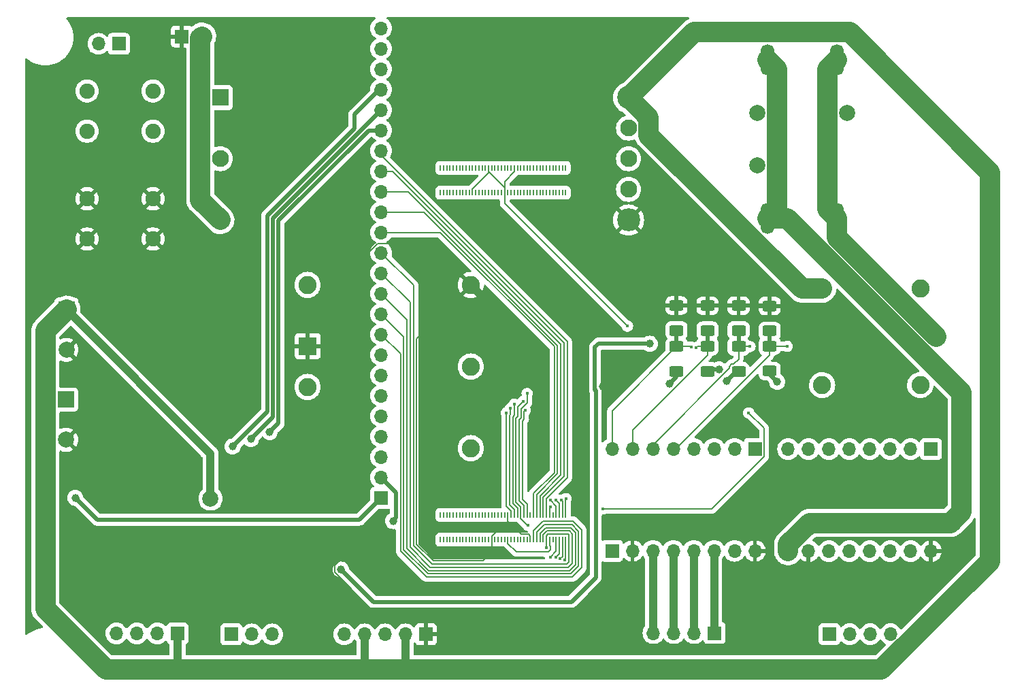
<source format=gbr>
%TF.GenerationSoftware,KiCad,Pcbnew,7.0.8*%
%TF.CreationDate,2023-10-25T17:14:19-06:00*%
%TF.ProjectId,GR-LRR-PCB,47522d4c-5252-42d5-9043-422e6b696361,rev?*%
%TF.SameCoordinates,Original*%
%TF.FileFunction,Copper,L2,Bot*%
%TF.FilePolarity,Positive*%
%FSLAX46Y46*%
G04 Gerber Fmt 4.6, Leading zero omitted, Abs format (unit mm)*
G04 Created by KiCad (PCBNEW 7.0.8) date 2023-10-25 17:14:19*
%MOMM*%
%LPD*%
G01*
G04 APERTURE LIST*
G04 Aperture macros list*
%AMRoundRect*
0 Rectangle with rounded corners*
0 $1 Rounding radius*
0 $2 $3 $4 $5 $6 $7 $8 $9 X,Y pos of 4 corners*
0 Add a 4 corners polygon primitive as box body*
4,1,4,$2,$3,$4,$5,$6,$7,$8,$9,$2,$3,0*
0 Add four circle primitives for the rounded corners*
1,1,$1+$1,$2,$3*
1,1,$1+$1,$4,$5*
1,1,$1+$1,$6,$7*
1,1,$1+$1,$8,$9*
0 Add four rect primitives between the rounded corners*
20,1,$1+$1,$2,$3,$4,$5,0*
20,1,$1+$1,$4,$5,$6,$7,0*
20,1,$1+$1,$6,$7,$8,$9,0*
20,1,$1+$1,$8,$9,$2,$3,0*%
G04 Aperture macros list end*
%TA.AperFunction,ComponentPad*%
%ADD10R,1.700000X1.700000*%
%TD*%
%TA.AperFunction,ComponentPad*%
%ADD11O,1.700000X1.700000*%
%TD*%
%TA.AperFunction,ComponentPad*%
%ADD12R,2.000000X2.000000*%
%TD*%
%TA.AperFunction,ComponentPad*%
%ADD13C,2.000000*%
%TD*%
%TA.AperFunction,ComponentPad*%
%ADD14R,2.250000X2.250000*%
%TD*%
%TA.AperFunction,ComponentPad*%
%ADD15C,2.250000*%
%TD*%
%TA.AperFunction,ComponentPad*%
%ADD16R,2.100000X2.100000*%
%TD*%
%TA.AperFunction,ComponentPad*%
%ADD17C,2.100000*%
%TD*%
%TA.AperFunction,ComponentPad*%
%ADD18C,2.865000*%
%TD*%
%TA.AperFunction,ComponentPad*%
%ADD19C,1.905000*%
%TD*%
%TA.AperFunction,SMDPad,CuDef*%
%ADD20RoundRect,0.250000X0.625000X-0.400000X0.625000X0.400000X-0.625000X0.400000X-0.625000X-0.400000X0*%
%TD*%
%TA.AperFunction,SMDPad,CuDef*%
%ADD21R,0.200000X0.700000*%
%TD*%
%TA.AperFunction,ComponentPad*%
%ADD22O,1.700000X3.900000*%
%TD*%
%TA.AperFunction,ViaPad*%
%ADD23C,1.000000*%
%TD*%
%TA.AperFunction,ViaPad*%
%ADD24C,0.400000*%
%TD*%
%TA.AperFunction,ViaPad*%
%ADD25C,2.000000*%
%TD*%
%TA.AperFunction,Conductor*%
%ADD26C,0.200000*%
%TD*%
%TA.AperFunction,Conductor*%
%ADD27C,0.500000*%
%TD*%
%TA.AperFunction,Conductor*%
%ADD28C,1.000000*%
%TD*%
%TA.AperFunction,Conductor*%
%ADD29C,2.500000*%
%TD*%
G04 APERTURE END LIST*
D10*
%TO.P,J8,1,Pin_1*%
%TO.N,VM*%
X167274000Y-116718000D03*
D11*
%TO.P,J8,2,Pin_2*%
%TO.N,GND*%
X169814000Y-116718000D03*
%TO.P,J8,3,Pin_3*%
%TO.N,OA2_2*%
X172354000Y-116718000D03*
%TO.P,J8,4,Pin_4*%
%TO.N,OA1_2*%
X174894000Y-116718000D03*
%TO.P,J8,5,Pin_5*%
%TO.N,OB1_2*%
X177434000Y-116718000D03*
%TO.P,J8,6,Pin_6*%
%TO.N,OB2_2*%
X179974000Y-116718000D03*
%TO.P,J8,7,Pin_7*%
%TO.N,+5V*%
X182514000Y-116718000D03*
%TO.P,J8,8,Pin_8*%
%TO.N,GND*%
X185054000Y-116718000D03*
%TD*%
D10*
%TO.P,J7,1,Pin_1*%
%TO.N,63_PWM2_D4*%
X185054000Y-104018000D03*
D11*
%TO.P,J7,2,Pin_2*%
%TO.N,65_PWM3_D3*%
X182514000Y-104018000D03*
%TO.P,J7,3,Pin_3*%
%TO.N,unconnected-(J7-Pin_3-Pad3)*%
X179974000Y-104018000D03*
%TO.P,J7,4,Pin_4*%
%TO.N,unconnected-(J7-Pin_4-Pad4)*%
X177434000Y-104018000D03*
%TO.P,J7,5,Pin_5*%
%TO.N,SPREAD1*%
X174894000Y-104018000D03*
%TO.P,J7,6,Pin_6*%
%TO.N,MS2_1*%
X172354000Y-104018000D03*
%TO.P,J7,7,Pin_7*%
%TO.N,MS1_1*%
X169814000Y-104018000D03*
%TO.P,J7,8,Pin_8*%
%TO.N,EN1*%
X167274000Y-104018000D03*
%TD*%
D10*
%TO.P,J13,1,Pin_1*%
%TO.N,GND*%
X122199400Y-127081200D03*
D11*
%TO.P,J13,2,Pin_2*%
%TO.N,+24V*%
X119659400Y-127081200D03*
%TO.P,J13,3,Pin_3*%
%TO.N,Net-(J13-Pin_3)*%
X117119400Y-127081200D03*
%TO.P,J13,4,Pin_4*%
%TO.N,+24V*%
X114579400Y-127081200D03*
%TO.P,J13,5,Pin_5*%
%TO.N,Net-(J13-Pin_5)*%
X112039400Y-127081200D03*
%TD*%
D10*
%TO.P,J14,1,Pin_1*%
%TO.N,BATT_VIN*%
X83997800Y-53599000D03*
D11*
%TO.P,J14,2,Pin_2*%
%TO.N,Net-(J14-Pin_2)*%
X81457800Y-53599000D03*
%TD*%
D12*
%TO.P,C0,1*%
%TO.N,+24V*%
X77469200Y-86681200D03*
D13*
%TO.P,C0,2*%
%TO.N,GND*%
X77469200Y-91681200D03*
%TD*%
D10*
%TO.P,J10,1,Pin_1*%
%TO.N,Net-(J10-Pin_1)*%
X97993200Y-127081200D03*
D11*
%TO.P,J10,2,Pin_2*%
%TO.N,52_GPIO3_PD5*%
X100533200Y-127081200D03*
%TO.P,J10,3,Pin_3*%
%TO.N,Net-(J10-Pin_3)*%
X103073200Y-127081200D03*
%TD*%
D14*
%TO.P,PS2,1,GND*%
%TO.N,GND*%
X107479100Y-91216400D03*
D15*
%TO.P,PS2,2,VIN*%
%TO.N,Net-(PS2-VIN)*%
X107479100Y-96296400D03*
%TO.P,PS2,3,+VO*%
%TO.N,+5V*%
X127799100Y-103916400D03*
%TO.P,PS2,4,TRIM*%
%TO.N,unconnected-(PS2-TRIM-Pad4)*%
X127799100Y-93756400D03*
%TO.P,PS2,5,0V*%
%TO.N,GND*%
X127799100Y-83596400D03*
%TO.P,PS2,6,CTRL*%
%TO.N,unconnected-(PS2-CTRL-Pad6)*%
X107479100Y-83596400D03*
%TD*%
D10*
%TO.P,J11,1,Pin_1*%
%TO.N,73_ANALOG_A0*%
X116636800Y-110088600D03*
D11*
%TO.P,J11,2,Pin_2*%
%TO.N,75_ANALOG_A1*%
X116636800Y-107548600D03*
%TO.P,J11,3,Pin_3*%
%TO.N,77_ANALOG_A2*%
X116636800Y-105008600D03*
%TO.P,J11,4,Pin_4*%
%TO.N,79_ANALOG_A3*%
X116636800Y-102468600D03*
%TO.P,J11,5,Pin_5*%
%TO.N,74_ANALOG_A4*%
X116636800Y-99928600D03*
%TO.P,J11,6,Pin_6*%
%TO.N,76_ANALOG_A5*%
X116636800Y-97388600D03*
%TO.P,J11,7,Pin_7*%
%TO.N,78_ANALOG_A6*%
X116636800Y-94848600D03*
%TO.P,J11,8,Pin_8*%
%TO.N,80_ANALOG_A7*%
X116636800Y-92308600D03*
%TO.P,J11,9,Pin_9*%
%TO.N,59_PWM0_D6*%
X116636800Y-89768600D03*
%TO.P,J11,10,Pin_10*%
%TO.N,61_PWM1_D5*%
X116636800Y-87228600D03*
%TO.P,J11,11,Pin_11*%
%TO.N,63_PWM2_D4*%
X116636800Y-84688600D03*
%TO.P,J11,12,Pin_12*%
%TO.N,65_PWM3_D3*%
X116636800Y-82148600D03*
%TO.P,J11,13,Pin_13*%
%TO.N,67_PWM4_D2*%
X116636800Y-79608600D03*
%TO.P,J11,14,Pin_14*%
%TO.N,60_PWM5_D1*%
X116636800Y-77068600D03*
%TO.P,J11,15,Pin_15*%
%TO.N,62_PWM6_D0*%
X116636800Y-74528600D03*
%TO.P,J11,16,Pin_16*%
%TO.N,64_PWM7_PJ7*%
X116636800Y-71988600D03*
%TO.P,J11,17,Pin_17*%
%TO.N,66_PWM8_PJ10*%
X116636800Y-69448600D03*
%TO.P,J11,18,Pin_18*%
%TO.N,68_PWM9_PH6*%
X116636800Y-66908600D03*
%TO.P,J11,19,Pin_19*%
%TO.N,46_GPIO0_PC13*%
X116636800Y-64368600D03*
%TO.P,J11,20,Pin_20*%
%TO.N,48_GPIO1_PC15*%
X116636800Y-61828600D03*
%TO.P,J11,21,Pin_21*%
%TO.N,50_GPIO2_PD4*%
X116636800Y-59288600D03*
%TO.P,J11,22,Pin_22*%
%TO.N,52_GPIO3_PD5*%
X116636800Y-56748600D03*
%TO.P,J11,23,Pin_23*%
%TO.N,54_GPIO4_PE3*%
X116636800Y-54208600D03*
%TO.P,J11,24,Pin_24*%
%TO.N,56_GPIO5_PG3*%
X116636800Y-51668600D03*
%TD*%
D10*
%TO.P,J6,1,Pin_1*%
%TO.N,VM*%
X145364200Y-116692600D03*
D11*
%TO.P,J6,2,Pin_2*%
%TO.N,GND*%
X147904200Y-116692600D03*
%TO.P,J6,3,Pin_3*%
%TO.N,OA2_1*%
X150444200Y-116692600D03*
%TO.P,J6,4,Pin_4*%
%TO.N,OA1_1*%
X152984200Y-116692600D03*
%TO.P,J6,5,Pin_5*%
%TO.N,OB1_1*%
X155524200Y-116692600D03*
%TO.P,J6,6,Pin_6*%
%TO.N,OB2_1*%
X158064200Y-116692600D03*
%TO.P,J6,7,Pin_7*%
%TO.N,+5V*%
X160604200Y-116692600D03*
%TO.P,J6,8,Pin_8*%
%TO.N,GND*%
X163144200Y-116692600D03*
%TD*%
D10*
%TO.P,J9,1,Pin_1*%
%TO.N,+24V*%
X91313000Y-126954200D03*
D11*
%TO.P,J9,2,Pin_2*%
%TO.N,Net-(J9-Pin_2)*%
X88773000Y-126954200D03*
%TO.P,J9,3,Pin_3*%
%TO.N,Net-(J9-Pin_3)*%
X86233000Y-126954200D03*
%TO.P,J9,4,Pin_4*%
%TO.N,Net-(J9-Pin_4)*%
X83693000Y-126954200D03*
%TD*%
D10*
%TO.P,StepperMotor2,1,Pin_1*%
%TO.N,OA2_2*%
X172404800Y-127055800D03*
D11*
%TO.P,StepperMotor2,2,Pin_2*%
%TO.N,OA1_2*%
X174944800Y-127055800D03*
%TO.P,StepperMotor2,3,Pin_3*%
%TO.N,OB1_2*%
X177484800Y-127055800D03*
%TO.P,StepperMotor2,4,Pin_4*%
%TO.N,OB2_2*%
X180024800Y-127055800D03*
%TD*%
D16*
%TO.P,PS1,1,VIN(+)*%
%TO.N,BATT_VIN*%
X96621600Y-60279200D03*
D17*
%TO.P,PS1,2,ON/OFF*%
%TO.N,unconnected-(PS1-ON{slash}OFF-Pad2)*%
X96621600Y-67899200D03*
%TO.P,PS1,3,VIN*%
%TO.N,BATT_GND*%
X96621600Y-75519200D03*
D18*
%TO.P,PS1,4,VOUT(-)*%
%TO.N,GND*%
X147421600Y-75519200D03*
D17*
%TO.P,PS1,5,SENSE(-)*%
%TO.N,unconnected-(PS1-SENSE(-)-Pad5)*%
X147421600Y-71709200D03*
%TO.P,PS1,6,TRIM*%
%TO.N,unconnected-(PS1-TRIM-Pad6)*%
X147421600Y-67899200D03*
%TO.P,PS1,7,SENSE(+)*%
%TO.N,unconnected-(PS1-SENSE(+)-Pad7)*%
X147421600Y-64089200D03*
D18*
%TO.P,PS1,8,VOUT(+)*%
%TO.N,+24V*%
X147421600Y-60279200D03*
%TD*%
D10*
%TO.P,StepperMotor1,1,Pin_1*%
%TO.N,OB2_1*%
X158130000Y-126928800D03*
D11*
%TO.P,StepperMotor1,2,Pin_2*%
%TO.N,OB1_1*%
X155590000Y-126928800D03*
%TO.P,StepperMotor1,3,Pin_3*%
%TO.N,OA1_1*%
X153050000Y-126928800D03*
%TO.P,StepperMotor1,4,Pin_4*%
%TO.N,OA2_1*%
X150510000Y-126928800D03*
%TD*%
D19*
%TO.P,J3,1_1,1_1*%
%TO.N,Net-(J14-Pin_2)*%
X88239600Y-59466400D03*
%TO.P,J3,1_2,1_2*%
X80039601Y-59466400D03*
%TO.P,J3,2_1,2_1*%
X88239600Y-64466400D03*
%TO.P,J3,2_2,2_2*%
X80039601Y-64466400D03*
%TD*%
%TO.P,J4,1_1,1_1*%
%TO.N,GND*%
X88239600Y-72881400D03*
%TO.P,J4,1_2,1_2*%
X80039601Y-72881400D03*
%TO.P,J4,2_1,2_1*%
X88239600Y-77881400D03*
%TO.P,J4,2_2,2_2*%
X80039601Y-77881400D03*
%TD*%
D15*
%TO.P,K1,1,COM*%
%TO.N,Net-(K1-COM)*%
X185718200Y-90053600D03*
%TO.P,K1,2,COIL_1*%
%TO.N,Net-(D1-A)*%
X183718200Y-84053600D03*
%TO.P,K1,3,NO*%
%TO.N,+24V*%
X171518200Y-84053600D03*
%TO.P,K1,4,NC*%
%TO.N,unconnected-(K1-NC-Pad4)*%
X171518200Y-96053600D03*
%TO.P,K1,5,COIL_2*%
%TO.N,+5V*%
X183718200Y-96053600D03*
%TD*%
D10*
%TO.P,J5,1,Pin_1*%
%TO.N,59_PWM0_D6*%
X163144200Y-103992600D03*
D11*
%TO.P,J5,2,Pin_2*%
%TO.N,61_PWM1_D5*%
X160604200Y-103992600D03*
%TO.P,J5,3,Pin_3*%
%TO.N,unconnected-(J5-Pin_3-Pad3)*%
X158064200Y-103992600D03*
%TO.P,J5,4,Pin_4*%
%TO.N,unconnected-(J5-Pin_4-Pad4)*%
X155524200Y-103992600D03*
%TO.P,J5,5,Pin_5*%
%TO.N,SPREAD1*%
X152984200Y-103992600D03*
%TO.P,J5,6,Pin_6*%
%TO.N,MS2_1*%
X150444200Y-103992600D03*
%TO.P,J5,7,Pin_7*%
%TO.N,MS1_1*%
X147904200Y-103992600D03*
%TO.P,J5,8,Pin_8*%
%TO.N,EN1*%
X145364200Y-103992600D03*
%TD*%
D10*
%TO.P,J17,1,Pin_1*%
%TO.N,GND*%
X91816000Y-52684600D03*
D11*
%TO.P,J17,2,Pin_2*%
%TO.N,BATT_GND*%
X94356000Y-52684600D03*
%TD*%
D12*
%TO.P,C3,1*%
%TO.N,Net-(PS2-VIN)*%
X77419200Y-97871200D03*
D13*
%TO.P,C3,2*%
%TO.N,GND*%
X77419200Y-102871200D03*
%TD*%
D20*
%TO.P,R18,1*%
%TO.N,+5V*%
X161112200Y-94366600D03*
%TO.P,R18,2*%
%TO.N,MS2_1*%
X161112200Y-91266600D03*
%TD*%
D21*
%TO.P,J1,1,1*%
%TO.N,unconnected-(J1-Pad1)*%
X124000600Y-72118800D03*
%TO.P,J1,2,2*%
%TO.N,unconnected-(J1-Pad2)*%
X124000600Y-69038800D03*
%TO.P,J1,3,3*%
%TO.N,unconnected-(J1-Pad3)*%
X124400600Y-72118800D03*
%TO.P,J1,4,4*%
%TO.N,unconnected-(J1-Pad4)*%
X124400600Y-69038800D03*
%TO.P,J1,5,5*%
%TO.N,unconnected-(J1-Pad5)*%
X124800600Y-72118800D03*
%TO.P,J1,6,6*%
%TO.N,unconnected-(J1-Pad6)*%
X124800600Y-69038800D03*
%TO.P,J1,7,7*%
%TO.N,unconnected-(J1-Pad7)*%
X125200600Y-72118800D03*
%TO.P,J1,8,8*%
%TO.N,unconnected-(J1-Pad8)*%
X125200600Y-69038800D03*
%TO.P,J1,9,9*%
%TO.N,unconnected-(J1-Pad9)*%
X125600600Y-72118800D03*
%TO.P,J1,10,10*%
%TO.N,unconnected-(J1-Pad10)*%
X125600600Y-69038800D03*
%TO.P,J1,11,11*%
%TO.N,unconnected-(J1-Pad11)*%
X126000600Y-72118800D03*
%TO.P,J1,12,12*%
%TO.N,unconnected-(J1-Pad12)*%
X126000600Y-69038800D03*
%TO.P,J1,13,13*%
%TO.N,unconnected-(J1-Pad13)*%
X126400600Y-72118800D03*
%TO.P,J1,14,14*%
%TO.N,unconnected-(J1-Pad14)*%
X126400600Y-69038800D03*
%TO.P,J1,15,15*%
%TO.N,unconnected-(J1-Pad15)*%
X126800600Y-72118800D03*
%TO.P,J1,16,16*%
%TO.N,unconnected-(J1-Pad16)*%
X126800600Y-69038800D03*
%TO.P,J1,17,17*%
%TO.N,unconnected-(J1-Pad17)*%
X127200600Y-72118800D03*
%TO.P,J1,18,18*%
%TO.N,unconnected-(J1-Pad18)*%
X127200600Y-69038800D03*
%TO.P,J1,19,19*%
%TO.N,unconnected-(J1-Pad19)*%
X127600600Y-72118800D03*
%TO.P,J1,20,20*%
%TO.N,unconnected-(J1-Pad20)*%
X127600600Y-69038800D03*
%TO.P,J1,21,21*%
%TO.N,+5V*%
X128000600Y-72118800D03*
%TO.P,J1,22,22*%
%TO.N,unconnected-(J1-Pad22)*%
X128000600Y-69038800D03*
%TO.P,J1,23,23*%
%TO.N,unconnected-(J1-Pad23)*%
X128400600Y-72118800D03*
%TO.P,J1,24,24*%
%TO.N,unconnected-(J1-Pad24)*%
X128400600Y-69038800D03*
%TO.P,J1,25,25*%
%TO.N,unconnected-(J1-Pad25)*%
X128800600Y-72118800D03*
%TO.P,J1,26,26*%
%TO.N,unconnected-(J1-Pad26)*%
X128800600Y-69038800D03*
%TO.P,J1,27,27*%
%TO.N,unconnected-(J1-Pad27)*%
X129200600Y-72118800D03*
%TO.P,J1,28,28*%
%TO.N,unconnected-(J1-Pad28)*%
X129200600Y-69038800D03*
%TO.P,J1,29,29*%
%TO.N,unconnected-(J1-Pad29)*%
X129600600Y-72118800D03*
%TO.P,J1,30,30*%
%TO.N,unconnected-(J1-Pad30)*%
X129600600Y-69038800D03*
%TO.P,J1,31,31*%
%TO.N,unconnected-(J1-Pad31)*%
X130000600Y-72118800D03*
%TO.P,J1,32,32*%
%TO.N,+5V*%
X130000600Y-69038800D03*
%TO.P,J1,33,33*%
%TO.N,unconnected-(J1-Pad33)*%
X130400600Y-72118800D03*
%TO.P,J1,34,34*%
%TO.N,unconnected-(J1-Pad34)*%
X130400600Y-69038800D03*
%TO.P,J1,35,35*%
%TO.N,unconnected-(J1-Pad35)*%
X130800600Y-72118800D03*
%TO.P,J1,36,36*%
%TO.N,unconnected-(J1-Pad36)*%
X130800600Y-69038800D03*
%TO.P,J1,37,37*%
%TO.N,unconnected-(J1-Pad37)*%
X131200600Y-72118800D03*
%TO.P,J1,38,38*%
%TO.N,unconnected-(J1-Pad38)*%
X131200600Y-69038800D03*
%TO.P,J1,39,39*%
%TO.N,unconnected-(J1-Pad39)*%
X131600600Y-72118800D03*
%TO.P,J1,40,40*%
%TO.N,unconnected-(J1-Pad40)*%
X131600600Y-69038800D03*
%TO.P,J1,41,41*%
%TO.N,+5V*%
X132000600Y-72118800D03*
%TO.P,J1,42,42*%
%TO.N,unconnected-(J1-Pad42)*%
X132000600Y-69038800D03*
%TO.P,J1,43,43*%
%TO.N,unconnected-(J1-Pad43)*%
X132400600Y-72118800D03*
%TO.P,J1,44,44*%
%TO.N,unconnected-(J1-Pad44)*%
X132400600Y-69038800D03*
%TO.P,J1,45,45*%
%TO.N,unconnected-(J1-Pad45)*%
X132800600Y-72118800D03*
%TO.P,J1,46,46*%
%TO.N,unconnected-(J1-Pad46)*%
X132800600Y-69038800D03*
%TO.P,J1,47,47*%
%TO.N,unconnected-(J1-Pad47)*%
X133200600Y-72118800D03*
%TO.P,J1,48,48*%
%TO.N,+5V*%
X133200600Y-69038800D03*
%TO.P,J1,49,49*%
%TO.N,unconnected-(J1-Pad49)*%
X133600600Y-72118800D03*
%TO.P,J1,50,50*%
%TO.N,unconnected-(J1-Pad50)*%
X133600600Y-69038800D03*
%TO.P,J1,51,51*%
%TO.N,unconnected-(J1-Pad51)*%
X134000600Y-72118800D03*
%TO.P,J1,52,52*%
%TO.N,unconnected-(J1-Pad52)*%
X134000600Y-69038800D03*
%TO.P,J1,53,53*%
%TO.N,unconnected-(J1-Pad53)*%
X134400600Y-72118800D03*
%TO.P,J1,54,54*%
%TO.N,unconnected-(J1-Pad54)*%
X134400600Y-69038800D03*
%TO.P,J1,55,55*%
%TO.N,unconnected-(J1-Pad55)*%
X134800600Y-72118800D03*
%TO.P,J1,56,56*%
%TO.N,unconnected-(J1-Pad56)*%
X134800600Y-69038800D03*
%TO.P,J1,57,57*%
%TO.N,unconnected-(J1-Pad57)*%
X135200600Y-72118800D03*
%TO.P,J1,58,58*%
%TO.N,unconnected-(J1-Pad58)*%
X135200600Y-69038800D03*
%TO.P,J1,59,59*%
%TO.N,unconnected-(J1-Pad59)*%
X135600600Y-72118800D03*
%TO.P,J1,60,60*%
%TO.N,unconnected-(J1-Pad60)*%
X135600600Y-69038800D03*
%TO.P,J1,61,61*%
%TO.N,unconnected-(J1-Pad61)*%
X136000600Y-72118800D03*
%TO.P,J1,62,62*%
%TO.N,unconnected-(J1-Pad62)*%
X136000600Y-69038800D03*
%TO.P,J1,63,63*%
%TO.N,unconnected-(J1-Pad63)*%
X136400600Y-72118800D03*
%TO.P,J1,64,64*%
%TO.N,unconnected-(J1-Pad64)*%
X136400600Y-69038800D03*
%TO.P,J1,65,65*%
%TO.N,unconnected-(J1-Pad65)*%
X136800600Y-72118800D03*
%TO.P,J1,66,66*%
%TO.N,unconnected-(J1-Pad66)*%
X136800600Y-69038800D03*
%TO.P,J1,67,67*%
%TO.N,unconnected-(J1-Pad67)*%
X137200600Y-72118800D03*
%TO.P,J1,68,68*%
%TO.N,unconnected-(J1-Pad68)*%
X137200600Y-69038800D03*
%TO.P,J1,69,69*%
%TO.N,unconnected-(J1-Pad69)*%
X137600600Y-72118800D03*
%TO.P,J1,70,70*%
%TO.N,unconnected-(J1-Pad70)*%
X137600600Y-69038800D03*
%TO.P,J1,71,71*%
%TO.N,unconnected-(J1-Pad71)*%
X138000600Y-72118800D03*
%TO.P,J1,72,72*%
%TO.N,unconnected-(J1-Pad72)*%
X138000600Y-69038800D03*
%TO.P,J1,73,73*%
%TO.N,unconnected-(J1-Pad73)*%
X138400600Y-72118800D03*
%TO.P,J1,74,74*%
%TO.N,unconnected-(J1-Pad74)*%
X138400600Y-69038800D03*
%TO.P,J1,75,75*%
%TO.N,unconnected-(J1-Pad75)*%
X138800600Y-72118800D03*
%TO.P,J1,76,76*%
%TO.N,unconnected-(J1-Pad76)*%
X138800600Y-69038800D03*
%TO.P,J1,77,77*%
%TO.N,unconnected-(J1-Pad77)*%
X139200600Y-72118800D03*
%TO.P,J1,78,78*%
%TO.N,unconnected-(J1-Pad78)*%
X139200600Y-69038800D03*
%TO.P,J1,79,79*%
%TO.N,unconnected-(J1-Pad79)*%
X139600600Y-72118800D03*
%TO.P,J1,80,80*%
%TO.N,unconnected-(J1-Pad80)*%
X139600600Y-69038800D03*
%TD*%
D20*
%TO.P,R3,1*%
%TO.N,+5V*%
X157244134Y-94341600D03*
%TO.P,R3,2*%
%TO.N,MS1_1*%
X157244134Y-91241600D03*
%TD*%
D22*
%TO.P,SW1,1*%
%TO.N,Net-(K1-COM)*%
X173375000Y-75359600D03*
%TO.P,SW1,2*%
%TO.N,VM*%
X164675000Y-75359600D03*
%TO.P,SW1,3*%
%TO.N,Net-(K1-COM)*%
X173375000Y-55559600D03*
%TO.P,SW1,4*%
%TO.N,VM*%
X164675000Y-55559600D03*
D13*
%TO.P,SW1,5*%
%TO.N,N/C*%
X163425000Y-68709600D03*
%TO.P,SW1,6*%
X174625000Y-62209600D03*
%TO.P,SW1,7*%
X163425000Y-62209600D03*
%TD*%
D20*
%TO.P,R1,1*%
%TO.N,+5V*%
X153376068Y-94371600D03*
%TO.P,R1,2*%
%TO.N,EN1*%
X153376068Y-91271600D03*
%TD*%
%TO.P,R20,1*%
%TO.N,+5V*%
X164980266Y-94311600D03*
%TO.P,R20,2*%
%TO.N,SPREAD1*%
X164980266Y-91211600D03*
%TD*%
%TO.P,R2,1*%
%TO.N,EN1*%
X153376068Y-89261600D03*
%TO.P,R2,2*%
%TO.N,GND*%
X153376068Y-86161600D03*
%TD*%
%TO.P,R19,1*%
%TO.N,MS2_1*%
X161112200Y-89266600D03*
%TO.P,R19,2*%
%TO.N,GND*%
X161112200Y-86166600D03*
%TD*%
%TO.P,R17,1*%
%TO.N,MS1_1*%
X157244134Y-89291600D03*
%TO.P,R17,2*%
%TO.N,GND*%
X157244134Y-86191600D03*
%TD*%
D21*
%TO.P,J2,1,1*%
%TO.N,unconnected-(J2-Pad1)*%
X124000600Y-115298800D03*
%TO.P,J2,2,2*%
%TO.N,unconnected-(J2-Pad2)*%
X124000600Y-112218800D03*
%TO.P,J2,3,3*%
%TO.N,unconnected-(J2-Pad3)*%
X124400600Y-115298800D03*
%TO.P,J2,4,4*%
%TO.N,unconnected-(J2-Pad4)*%
X124400600Y-112218800D03*
%TO.P,J2,5,5*%
%TO.N,unconnected-(J2-Pad5)*%
X124800600Y-115298800D03*
%TO.P,J2,6,6*%
%TO.N,unconnected-(J2-Pad6)*%
X124800600Y-112218800D03*
%TO.P,J2,7,7*%
%TO.N,unconnected-(J2-Pad7)*%
X125200600Y-115298800D03*
%TO.P,J2,8,8*%
%TO.N,unconnected-(J2-Pad8)*%
X125200600Y-112218800D03*
%TO.P,J2,9,9*%
%TO.N,unconnected-(J2-Pad9)*%
X125600600Y-115298800D03*
%TO.P,J2,10,10*%
%TO.N,unconnected-(J2-Pad10)*%
X125600600Y-112218800D03*
%TO.P,J2,11,11*%
%TO.N,unconnected-(J2-Pad11)*%
X126000600Y-115298800D03*
%TO.P,J2,12,12*%
%TO.N,unconnected-(J2-Pad12)*%
X126000600Y-112218800D03*
%TO.P,J2,13,13*%
%TO.N,unconnected-(J2-Pad13)*%
X126400600Y-115298800D03*
%TO.P,J2,14,14*%
%TO.N,unconnected-(J2-Pad14)*%
X126400600Y-112218800D03*
%TO.P,J2,15,15*%
%TO.N,unconnected-(J2-Pad15)*%
X126800600Y-115298800D03*
%TO.P,J2,16,16*%
%TO.N,unconnected-(J2-Pad16)*%
X126800600Y-112218800D03*
%TO.P,J2,17,17*%
%TO.N,unconnected-(J2-Pad17)*%
X127200600Y-115298800D03*
%TO.P,J2,18,18*%
%TO.N,unconnected-(J2-Pad18)*%
X127200600Y-112218800D03*
%TO.P,J2,19,19*%
%TO.N,unconnected-(J2-Pad19)*%
X127600600Y-115298800D03*
%TO.P,J2,20,20*%
%TO.N,unconnected-(J2-Pad20)*%
X127600600Y-112218800D03*
%TO.P,J2,21,21*%
%TO.N,unconnected-(J2-Pad21)*%
X128000600Y-115298800D03*
%TO.P,J2,22,22*%
%TO.N,unconnected-(J2-Pad22)*%
X128000600Y-112218800D03*
%TO.P,J2,23,23*%
%TO.N,unconnected-(J2-Pad23)*%
X128400600Y-115298800D03*
%TO.P,J2,24,24*%
%TO.N,unconnected-(J2-Pad24)*%
X128400600Y-112218800D03*
%TO.P,J2,25,25*%
%TO.N,unconnected-(J2-Pad25)*%
X128800600Y-115298800D03*
%TO.P,J2,26,26*%
%TO.N,unconnected-(J2-Pad26)*%
X128800600Y-112218800D03*
%TO.P,J2,27,27*%
%TO.N,unconnected-(J2-Pad27)*%
X129200600Y-115298800D03*
%TO.P,J2,28,28*%
%TO.N,unconnected-(J2-Pad28)*%
X129200600Y-112218800D03*
%TO.P,J2,29,29*%
%TO.N,unconnected-(J2-Pad29)*%
X129600600Y-115298800D03*
%TO.P,J2,30,30*%
%TO.N,unconnected-(J2-Pad30)*%
X129600600Y-112218800D03*
%TO.P,J2,31,31*%
%TO.N,unconnected-(J2-Pad31)*%
X130000600Y-115298800D03*
%TO.P,J2,32,32*%
%TO.N,unconnected-(J2-Pad32)*%
X130000600Y-112218800D03*
%TO.P,J2,33,33*%
%TO.N,GND*%
X130400600Y-115298800D03*
%TO.P,J2,34,34*%
%TO.N,unconnected-(J2-Pad34)*%
X130400600Y-112218800D03*
%TO.P,J2,35,35*%
%TO.N,unconnected-(J2-Pad35)*%
X130800600Y-115298800D03*
%TO.P,J2,36,36*%
%TO.N,unconnected-(J2-Pad36)*%
X130800600Y-112218800D03*
%TO.P,J2,37,37*%
%TO.N,unconnected-(J2-Pad37)*%
X131200600Y-115298800D03*
%TO.P,J2,38,38*%
%TO.N,unconnected-(J2-Pad38)*%
X131200600Y-112218800D03*
%TO.P,J2,39,39*%
%TO.N,unconnected-(J2-Pad39)*%
X131600600Y-115298800D03*
%TO.P,J2,40,40*%
%TO.N,unconnected-(J2-Pad40)*%
X131600600Y-112218800D03*
%TO.P,J2,41,41*%
%TO.N,unconnected-(J2-Pad41)*%
X132000600Y-115298800D03*
%TO.P,J2,42,42*%
%TO.N,unconnected-(J2-Pad42)*%
X132000600Y-112218800D03*
%TO.P,J2,43,43*%
%TO.N,unconnected-(J2-Pad43)*%
X132400600Y-115298800D03*
%TO.P,J2,44,44*%
%TO.N,GND*%
X132400600Y-112218800D03*
%TO.P,J2,45,45*%
%TO.N,unconnected-(J2-Pad45)*%
X132800600Y-115298800D03*
%TO.P,J2,46,46*%
%TO.N,46_GPIO0_PC13*%
X132800600Y-112218800D03*
%TO.P,J2,47,47*%
%TO.N,unconnected-(J2-Pad47)*%
X133200600Y-115298800D03*
%TO.P,J2,48,48*%
%TO.N,48_GPIO1_PC15*%
X133200600Y-112218800D03*
%TO.P,J2,49,49*%
%TO.N,unconnected-(J2-Pad49)*%
X133600600Y-115298800D03*
%TO.P,J2,50,50*%
%TO.N,50_GPIO2_PD4*%
X133600600Y-112218800D03*
%TO.P,J2,51,51*%
%TO.N,unconnected-(J2-Pad51)*%
X134000600Y-115298800D03*
%TO.P,J2,52,52*%
%TO.N,52_GPIO3_PD5*%
X134000600Y-112218800D03*
%TO.P,J2,53,53*%
%TO.N,unconnected-(J2-Pad53)*%
X134400600Y-115298800D03*
%TO.P,J2,54,54*%
%TO.N,54_GPIO4_PE3*%
X134400600Y-112218800D03*
%TO.P,J2,55,55*%
%TO.N,unconnected-(J2-Pad55)*%
X134800600Y-115298800D03*
%TO.P,J2,56,56*%
%TO.N,56_GPIO5_PG3*%
X134800600Y-112218800D03*
%TO.P,J2,57,57*%
%TO.N,GND*%
X135200600Y-115298800D03*
%TO.P,J2,58,58*%
%TO.N,58_GPIO6_PG10*%
X135200600Y-112218800D03*
%TO.P,J2,59,59*%
%TO.N,59_PWM0_D6*%
X135600600Y-115298800D03*
%TO.P,J2,60,60*%
%TO.N,60_PWM5_D1*%
X135600600Y-112218800D03*
%TO.P,J2,61,61*%
%TO.N,61_PWM1_D5*%
X136000600Y-115298800D03*
%TO.P,J2,62,62*%
%TO.N,62_PWM6_D0*%
X136000600Y-112218800D03*
%TO.P,J2,63,63*%
%TO.N,63_PWM2_D4*%
X136400600Y-115298800D03*
%TO.P,J2,64,64*%
%TO.N,64_PWM7_PJ7*%
X136400600Y-112218800D03*
%TO.P,J2,65,65*%
%TO.N,65_PWM3_D3*%
X136800600Y-115298800D03*
%TO.P,J2,66,66*%
%TO.N,66_PWM8_PJ10*%
X136800600Y-112218800D03*
%TO.P,J2,67,67*%
%TO.N,67_PWM4_D2*%
X137200600Y-115298800D03*
%TO.P,J2,68,68*%
%TO.N,68_PWM9_PH6*%
X137200600Y-112218800D03*
%TO.P,J2,69,69*%
%TO.N,unconnected-(J2-Pad69)*%
X137600600Y-115298800D03*
%TO.P,J2,70,70*%
%TO.N,GND*%
X137600600Y-112218800D03*
%TO.P,J2,71,71*%
%TO.N,unconnected-(J2-Pad71)*%
X138000600Y-115298800D03*
%TO.P,J2,72,72*%
%TO.N,unconnected-(J2-Pad72)*%
X138000600Y-112218800D03*
%TO.P,J2,73,73*%
%TO.N,73_ANALOG_A0*%
X138400600Y-115298800D03*
%TO.P,J2,74,74*%
%TO.N,74_ANALOG_A4*%
X138400600Y-112218800D03*
%TO.P,J2,75,75*%
%TO.N,75_ANALOG_A1*%
X138800600Y-115298800D03*
%TO.P,J2,76,76*%
%TO.N,76_ANALOG_A5*%
X138800600Y-112218800D03*
%TO.P,J2,77,77*%
%TO.N,77_ANALOG_A2*%
X139200600Y-115298800D03*
%TO.P,J2,78,78*%
%TO.N,78_ANALOG_A6*%
X139200600Y-112218800D03*
%TO.P,J2,79,79*%
%TO.N,79_ANALOG_A3*%
X139600600Y-115298800D03*
%TO.P,J2,80,80*%
%TO.N,80_ANALOG_A7*%
X139600600Y-112218800D03*
%TD*%
D20*
%TO.P,R21,1*%
%TO.N,SPREAD1*%
X164980266Y-89321600D03*
%TO.P,R21,2*%
%TO.N,GND*%
X164980266Y-86221600D03*
%TD*%
D23*
%TO.N,+5V*%
X165912800Y-95656400D03*
X152492811Y-95927011D03*
D24*
X147294600Y-88726800D03*
D23*
X159664400Y-95554800D03*
X158679968Y-94113168D03*
%TO.N,GND*%
X150266400Y-82372200D03*
D24*
X137700100Y-111201200D03*
D23*
X164668200Y-99009200D03*
D24*
X122199400Y-124491000D03*
D25*
X100507800Y-120807400D03*
D23*
X144195800Y-96240600D03*
D24*
X133108700Y-113677700D03*
D25*
X88671400Y-90657600D03*
D23*
X112115600Y-117221000D03*
D25*
X103428800Y-51963300D03*
X136398000Y-92195300D03*
D23*
X143281400Y-53192600D03*
%TO.N,+3.3V*%
X150063200Y-90932000D03*
X111633000Y-119024400D03*
D25*
%TO.N,+24V*%
X95410000Y-110175600D03*
D23*
%TO.N,46_GPIO0_PC13*%
X102768400Y-101904800D03*
D24*
X132207000Y-99547600D03*
%TO.N,48_GPIO1_PC15*%
X132731900Y-98963400D03*
D23*
X100430498Y-102767298D03*
%TO.N,50_GPIO2_PD4*%
X98146200Y-103708800D03*
D24*
X133214500Y-98430000D03*
%TO.N,52_GPIO3_PD5*%
X134924800Y-113512600D03*
X134299100Y-98074400D03*
%TO.N,54_GPIO4_PE3*%
X134798600Y-97109200D03*
%TO.N,56_GPIO5_PG3*%
X134563204Y-99223803D03*
%TO.N,67_PWM4_D2*%
X137210800Y-116332000D03*
X162379068Y-99520332D03*
X144195800Y-111455200D03*
%TO.N,SPREAD1*%
X167157400Y-91241800D03*
%TO.N,MS2_1*%
X162534600Y-91267200D03*
%TO.N,MS1_1*%
X155787477Y-91402782D03*
%TO.N,EN1*%
X155194000Y-91318000D03*
%TO.N,73_ANALOG_A0*%
X137689245Y-117458075D03*
D23*
X78562200Y-110083600D03*
D24*
%TO.N,74_ANALOG_A4*%
X137700100Y-110393400D03*
%TO.N,75_ANALOG_A1*%
X138336565Y-117517155D03*
D23*
X118128732Y-112973968D03*
D24*
%TO.N,76_ANALOG_A5*%
X138353052Y-110339951D03*
%TO.N,77_ANALOG_A2*%
X138918802Y-117659996D03*
%TO.N,78_ANALOG_A6*%
X139075683Y-110356181D03*
%TO.N,79_ANALOG_A3*%
X139501577Y-117800624D03*
%TO.N,80_ANALOG_A7*%
X139652834Y-110194007D03*
%TD*%
D26*
%TO.N,GND*%
X130400600Y-114824536D02*
X130400600Y-115298800D01*
X133108700Y-113677700D02*
X131547436Y-113677700D01*
X131547436Y-113677700D02*
X130400600Y-114824536D01*
%TO.N,*%
X133459536Y-116832000D02*
X132400600Y-115773064D01*
X137600600Y-115298800D02*
X137600600Y-116014693D01*
X137710800Y-116543200D02*
X137422000Y-116832000D01*
X137710800Y-116124893D02*
X137710800Y-116543200D01*
X137600600Y-116014693D02*
X137710800Y-116124893D01*
X137422000Y-116832000D02*
X133459536Y-116832000D01*
X132400600Y-115298800D02*
X132400600Y-115773064D01*
D27*
%TO.N,+5V*%
X164980266Y-94723866D02*
X164980266Y-94311600D01*
X153376068Y-94371600D02*
X153376068Y-95043754D01*
D26*
X132000600Y-72118800D02*
X132000600Y-70713064D01*
X133200600Y-69513064D02*
X133200600Y-69038800D01*
X132000600Y-71513064D02*
X132000600Y-72118800D01*
D27*
X153376068Y-95043754D02*
X152492811Y-95927011D01*
D26*
X128000600Y-72118800D02*
X128000600Y-71644536D01*
D27*
X165912800Y-95656400D02*
X164980266Y-94723866D01*
D26*
X132000600Y-70713064D02*
X133200600Y-69513064D01*
D27*
X159664400Y-95554800D02*
X160852600Y-94366600D01*
D26*
X132000600Y-72118800D02*
X132000600Y-73432800D01*
X132000600Y-73432800D02*
X147294600Y-88726800D01*
D27*
X158679968Y-94113168D02*
X157472566Y-94113168D01*
X157472566Y-94113168D02*
X157244134Y-94341600D01*
D26*
X130000600Y-69513064D02*
X132000600Y-71513064D01*
X130000600Y-69038800D02*
X130000600Y-69513064D01*
D27*
X160852600Y-94366600D02*
X161112200Y-94366600D01*
D26*
X130000600Y-69644536D02*
X130000600Y-69038800D01*
X128000600Y-71644536D02*
X130000600Y-69644536D01*
%TO.N,GND*%
X132400600Y-112969600D02*
X132400600Y-112218800D01*
D28*
X136398000Y-92195300D02*
X127799100Y-83596400D01*
D27*
X161112200Y-86166600D02*
X164925266Y-86166600D01*
X161112200Y-86166600D02*
X157269134Y-86166600D01*
D26*
X134079800Y-114648800D02*
X135024864Y-114648800D01*
X122665956Y-78463256D02*
X116157446Y-78463256D01*
D27*
X157269134Y-86166600D02*
X157244134Y-86191600D01*
X153376068Y-86161600D02*
X155224200Y-86161600D01*
D26*
X135024864Y-114648800D02*
X135200600Y-114824536D01*
X135200600Y-114824536D02*
X135200600Y-115298800D01*
D27*
X155286200Y-86191600D02*
X155270200Y-86207600D01*
X157244134Y-86191600D02*
X155286200Y-86191600D01*
X155224200Y-86161600D02*
X155270200Y-86207600D01*
D26*
X116157446Y-78463256D02*
X107479100Y-87141602D01*
X133108700Y-113677700D02*
X134079800Y-114648800D01*
D28*
X136398000Y-92303600D02*
X136398000Y-92195300D01*
D26*
X130400600Y-116843000D02*
X129300000Y-117943600D01*
X121050000Y-90345500D02*
X127799100Y-83596400D01*
X133108700Y-113677700D02*
X132400600Y-112969600D01*
X107479100Y-87141602D02*
X107479100Y-91216400D01*
X129300000Y-117943600D02*
X123106686Y-117943600D01*
X137600600Y-111300700D02*
X137700100Y-111201200D01*
X130400600Y-115298800D02*
X130400600Y-116843000D01*
X121050000Y-115886914D02*
X121050000Y-90345500D01*
X123106686Y-117943600D02*
X121050000Y-115886914D01*
X137600600Y-112218800D02*
X137600600Y-111300700D01*
X127799100Y-83596400D02*
X122665956Y-78463256D01*
D27*
X164925266Y-86166600D02*
X164980266Y-86221600D01*
D26*
X110833000Y-118503600D02*
X110833000Y-119355771D01*
X110833000Y-119355771D02*
X115968229Y-124491000D01*
X115968229Y-124491000D02*
X122199400Y-124491000D01*
X112115600Y-117221000D02*
X110833000Y-118503600D01*
D27*
%TO.N,+3.3V*%
X115646200Y-123037600D02*
X111633000Y-119024400D01*
X143245800Y-96634103D02*
X143332200Y-96720503D01*
X140284200Y-123037600D02*
X115646200Y-123037600D01*
X143332200Y-119989600D02*
X140284200Y-123037600D01*
X150063200Y-90932000D02*
X150012400Y-90881200D01*
X143713200Y-90881200D02*
X143245800Y-91348600D01*
X150012400Y-90881200D02*
X143713200Y-90881200D01*
X143332200Y-96720503D02*
X143332200Y-119989600D01*
X143245800Y-91348600D02*
X143245800Y-96634103D01*
D29*
%TO.N,BATT_GND*%
X94356000Y-52684600D02*
X94121600Y-52919000D01*
X94121600Y-73019200D02*
X96621600Y-75519200D01*
X94121600Y-52919000D02*
X94121600Y-73019200D01*
%TO.N,+24V*%
X149921600Y-64954927D02*
X149921600Y-62779200D01*
D28*
X95410000Y-104622000D02*
X77469200Y-86681200D01*
X91313000Y-131394200D02*
X91363800Y-131445000D01*
D29*
X178886644Y-131445000D02*
X120116600Y-131445000D01*
D28*
X95410000Y-110175600D02*
X95410000Y-104622000D01*
D29*
X91363800Y-131445000D02*
X82372200Y-131445000D01*
D28*
X114579400Y-127081200D02*
X114579400Y-131216400D01*
X119659400Y-127081200D02*
X119659400Y-130987800D01*
D29*
X82372200Y-131445000D02*
X74853800Y-123926600D01*
X74853800Y-89296600D02*
X77469200Y-86681200D01*
X192379600Y-117952044D02*
X178886644Y-131445000D01*
X114808000Y-131445000D02*
X91363800Y-131445000D01*
X192379600Y-69621400D02*
X192379600Y-117952044D01*
X120116600Y-131445000D02*
X114808000Y-131445000D01*
D28*
X119659400Y-130987800D02*
X120116600Y-131445000D01*
D29*
X174919047Y-52160847D02*
X192379600Y-69621400D01*
X169020273Y-84053600D02*
X149921600Y-64954927D01*
X149921600Y-62779200D02*
X147421600Y-60279200D01*
X171518200Y-84053600D02*
X169020273Y-84053600D01*
D28*
X91313000Y-126954200D02*
X91313000Y-131394200D01*
D29*
X147421600Y-60279200D02*
X155539953Y-52160847D01*
X155539953Y-52160847D02*
X174919047Y-52160847D01*
D28*
X114579400Y-131216400D02*
X114808000Y-131445000D01*
D29*
X74853800Y-123926600D02*
X74853800Y-89296600D01*
D27*
%TO.N,46_GPIO0_PC13*%
X102768400Y-101904800D02*
X103863600Y-100809600D01*
X115086750Y-64368600D02*
X116636800Y-64368600D01*
D26*
X132800600Y-111744536D02*
X132800600Y-112218800D01*
D27*
X103863600Y-100809600D02*
X103863600Y-75591750D01*
D26*
X132207000Y-111150936D02*
X132800600Y-111744536D01*
X132207000Y-99547600D02*
X132207000Y-111150936D01*
D27*
X103863600Y-75591750D02*
X115086750Y-64368600D01*
D26*
%TO.N,48_GPIO1_PC15*%
X132731900Y-98963400D02*
X132731900Y-99729807D01*
D27*
X103163600Y-100034196D02*
X103163600Y-75301800D01*
D26*
X132731900Y-99729807D02*
X132607000Y-99854707D01*
D27*
X100430498Y-102767298D02*
X103163600Y-100034196D01*
X103163600Y-75301800D02*
X116636800Y-61828600D01*
D26*
X132607000Y-110985250D02*
X133200600Y-111578851D01*
X133200600Y-111578851D02*
X133200600Y-112218800D01*
X132607000Y-99854707D02*
X132607000Y-110985250D01*
D27*
%TO.N,50_GPIO2_PD4*%
X116403200Y-59288600D02*
X116636800Y-59288600D01*
X113284000Y-62407800D02*
X116403200Y-59288600D01*
X113284000Y-64185800D02*
X113284000Y-62407800D01*
D26*
X133600600Y-111413166D02*
X133600600Y-112218800D01*
D27*
X102463600Y-99391400D02*
X102463600Y-75006200D01*
D26*
X133214500Y-98430000D02*
X133231900Y-98447400D01*
X133231900Y-99795493D02*
X133007000Y-100020393D01*
D27*
X98146200Y-103708800D02*
X102463600Y-99391400D01*
D26*
X133007000Y-100020393D02*
X133007000Y-110819566D01*
X133007000Y-110819566D02*
X133600600Y-111413166D01*
X133231900Y-98447400D02*
X133231900Y-99795493D01*
D27*
X102463600Y-75006200D02*
X113284000Y-64185800D01*
D26*
%TO.N,52_GPIO3_PD5*%
X133631900Y-98741600D02*
X133631900Y-99961178D01*
X133631900Y-99961178D02*
X133407000Y-100186079D01*
X133407000Y-110653880D02*
X134000600Y-111247481D01*
X134820136Y-113512600D02*
X134000600Y-112693064D01*
X134000600Y-112693064D02*
X134000600Y-112218800D01*
X134000600Y-111247481D02*
X134000600Y-112218800D01*
X134924800Y-113512600D02*
X134820136Y-113512600D01*
X133407000Y-100186079D02*
X133407000Y-110653880D01*
X134299100Y-98074400D02*
X133631900Y-98741600D01*
%TO.N,54_GPIO4_PE3*%
X133807000Y-100351763D02*
X133807000Y-110488195D01*
X134031900Y-100126863D02*
X133807000Y-100351763D01*
X134031900Y-99048707D02*
X134031900Y-100126863D01*
X134400600Y-111081796D02*
X134400600Y-112218800D01*
X133807000Y-110488195D02*
X134400600Y-111081796D01*
X134798600Y-98282007D02*
X134031900Y-99048707D01*
X134798600Y-97109200D02*
X134798600Y-98282007D01*
%TO.N,56_GPIO5_PG3*%
X134800600Y-110916111D02*
X134800600Y-112218800D01*
X134207000Y-110322510D02*
X134800600Y-110916111D01*
X134207000Y-100517448D02*
X134207000Y-110322510D01*
X134563204Y-99223803D02*
X134431900Y-99355107D01*
X134431900Y-99355107D02*
X134431900Y-100292548D01*
X134431900Y-100292548D02*
X134207000Y-100517448D01*
%TO.N,59_PWM0_D6*%
X119050000Y-92181800D02*
X119050000Y-116738600D01*
X140432056Y-119943600D02*
X141600600Y-118775055D01*
X136758992Y-113003400D02*
X135600600Y-114161793D01*
X116636800Y-89768600D02*
X119050000Y-92181800D01*
X140534141Y-113003400D02*
X136758992Y-113003400D01*
X135600600Y-114161793D02*
X135600600Y-115298800D01*
X122255000Y-119943600D02*
X140432056Y-119943600D01*
X119050000Y-116738600D02*
X122255000Y-119943600D01*
X141600599Y-114069856D02*
X140534141Y-113003400D01*
X141600600Y-118775055D02*
X141600599Y-114069856D01*
%TO.N,60_PWM5_D1*%
X135600600Y-112218800D02*
X135600600Y-109523049D01*
X138176200Y-106947449D02*
X138176200Y-91281172D01*
X135600600Y-109523049D02*
X138176200Y-106947449D01*
X123963628Y-77068600D02*
X116636800Y-77068600D01*
X138176200Y-91281172D02*
X123963628Y-77068600D01*
%TO.N,61_PWM1_D5*%
X140368456Y-113403400D02*
X136924678Y-113403400D01*
X141200600Y-118609370D02*
X141200599Y-114235542D01*
X119450000Y-116572914D02*
X122420686Y-119543600D01*
X116636800Y-87228600D02*
X119450000Y-90041800D01*
X136000600Y-114327479D02*
X136000600Y-115298800D01*
X140266371Y-119543600D02*
X141200600Y-118609370D01*
X136924678Y-113403400D02*
X136000600Y-114327479D01*
X141200599Y-114235542D02*
X140368456Y-113403400D01*
X119450000Y-90041800D02*
X119450000Y-116572914D01*
X122420686Y-119543600D02*
X140266371Y-119543600D01*
%TO.N,62_PWM6_D0*%
X136000600Y-109688735D02*
X138576200Y-107113135D01*
X136000600Y-112218800D02*
X136000600Y-109688735D01*
X138576200Y-107113135D02*
X138576200Y-91115486D01*
X138576200Y-91115486D02*
X121989314Y-74528600D01*
X121989314Y-74528600D02*
X116636800Y-74528600D01*
%TO.N,63_PWM2_D4*%
X140100686Y-119143600D02*
X140800600Y-118443685D01*
X119850000Y-87901800D02*
X119850000Y-116407228D01*
X116636800Y-84688600D02*
X119850000Y-87901800D01*
X140800600Y-118443685D02*
X140800600Y-114401228D01*
X122586372Y-119143600D02*
X140100686Y-119143600D01*
X137090364Y-113803400D02*
X136400600Y-114493164D01*
X136400600Y-114493164D02*
X136400600Y-115298800D01*
X140800600Y-114401228D02*
X140202771Y-113803400D01*
X140202771Y-113803400D02*
X137090364Y-113803400D01*
X119850000Y-116407228D02*
X122586372Y-119143600D01*
%TO.N,64_PWM7_PJ7*%
X136400600Y-112218800D02*
X136400600Y-109854421D01*
X138976200Y-90949800D02*
X120015000Y-71988600D01*
X136400600Y-109854421D02*
X138976200Y-107278821D01*
X120015000Y-71988600D02*
X116636800Y-71988600D01*
X138976200Y-107278821D02*
X138976200Y-90949800D01*
%TO.N,65_PWM3_D3*%
X140400600Y-114566914D02*
X140037086Y-114203400D01*
X137256050Y-114203400D02*
X136800600Y-114658850D01*
X140400600Y-118278000D02*
X140400600Y-114566914D01*
X122752058Y-118743600D02*
X139935000Y-118743600D01*
X140037086Y-114203400D02*
X137256050Y-114203400D01*
X120250000Y-85761800D02*
X120250000Y-116241542D01*
X136800600Y-114658850D02*
X136800600Y-115298800D01*
X116636800Y-82148600D02*
X120250000Y-85761800D01*
X139935000Y-118743600D02*
X140400600Y-118278000D01*
X120250000Y-116241542D02*
X122752058Y-118743600D01*
%TO.N,66_PWM8_PJ10*%
X118040686Y-69448600D02*
X116636800Y-69448600D01*
X139376200Y-90784114D02*
X118040686Y-69448600D01*
X136800600Y-112218800D02*
X136800600Y-110020107D01*
X139376200Y-107444507D02*
X139376200Y-90784114D01*
X136800600Y-110020107D02*
X139376200Y-107444507D01*
%TO.N,67_PWM4_D2*%
X137200600Y-115298800D02*
X137200600Y-114824536D01*
X162379068Y-99520332D02*
X164294200Y-101435464D01*
X157805864Y-111455200D02*
X144195800Y-111455200D01*
X137200600Y-116321800D02*
X137200600Y-115298800D01*
X137200600Y-114824536D02*
X137376336Y-114648800D01*
X137376336Y-114648800D02*
X139916800Y-114648800D01*
X139750800Y-118343600D02*
X122941000Y-118343600D01*
X122941000Y-118343600D02*
X120650000Y-116052600D01*
X137210800Y-116332000D02*
X137200600Y-116321800D01*
X164294200Y-101435464D02*
X164294200Y-104966864D01*
X120650000Y-116052600D02*
X120650000Y-83621800D01*
X140000600Y-118093800D02*
X139750800Y-118343600D01*
X164294200Y-104966864D02*
X157805864Y-111455200D01*
X139916800Y-114648800D02*
X140000600Y-114732600D01*
X140000600Y-114732600D02*
X140000600Y-118093800D01*
X120650000Y-83621800D02*
X116636800Y-79608600D01*
%TO.N,SPREAD1*%
X153289018Y-103992600D02*
X152984200Y-103992600D01*
X167127200Y-91211600D02*
X167157400Y-91241800D01*
X164980266Y-91211600D02*
X164980266Y-92301352D01*
X164980266Y-91211600D02*
X167127200Y-91211600D01*
X164980266Y-92301352D02*
X153289018Y-103992600D01*
D27*
X164980266Y-91211600D02*
X164980266Y-89321600D01*
D26*
%TO.N,MS2_1*%
X160507200Y-93416600D02*
X160259382Y-93416600D01*
X159937200Y-93986600D02*
X150444200Y-103479600D01*
D27*
X161112200Y-91266600D02*
X161112200Y-89266600D01*
D26*
X162534000Y-91266600D02*
X162534600Y-91267200D01*
X159937200Y-93738782D02*
X159937200Y-93986600D01*
X161112200Y-91266600D02*
X162534000Y-91266600D01*
X150444200Y-103479600D02*
X150444200Y-103992600D01*
X160259382Y-93416600D02*
X159937200Y-93738782D01*
X161112200Y-92811600D02*
X160507200Y-93416600D01*
X161112200Y-91266600D02*
X161112200Y-92811600D01*
%TO.N,MS1_1*%
X157244134Y-91241600D02*
X155948659Y-91241600D01*
X147904200Y-101646286D02*
X147904200Y-103992600D01*
X157244134Y-92306352D02*
X147904200Y-101646286D01*
X157244134Y-91241600D02*
X157244134Y-92306352D01*
D27*
X157244134Y-89291600D02*
X157244134Y-91241600D01*
D26*
X155948659Y-91241600D02*
X155787477Y-91402782D01*
D27*
%TO.N,EN1*%
X153376068Y-91271600D02*
X153376068Y-89261600D01*
D26*
X153376068Y-91271600D02*
X155147600Y-91271600D01*
X153376068Y-91271600D02*
X145364200Y-99283468D01*
X155147600Y-91271600D02*
X155194000Y-91318000D01*
X145364200Y-99283468D02*
X145364200Y-103992600D01*
D28*
%TO.N,OA2_1*%
X150444200Y-126863000D02*
X150510000Y-126928800D01*
X150444200Y-116692600D02*
X150444200Y-126863000D01*
%TO.N,OA1_1*%
X152984200Y-126863000D02*
X153050000Y-126928800D01*
X152984200Y-116692600D02*
X152984200Y-126863000D01*
%TO.N,OB1_1*%
X155524200Y-116692600D02*
X155524200Y-126863000D01*
X155524200Y-126863000D02*
X155590000Y-126928800D01*
%TO.N,OB2_1*%
X158064200Y-116692600D02*
X158064200Y-126863000D01*
X158064200Y-126863000D02*
X158130000Y-126928800D01*
D29*
%TO.N,VM*%
X167205824Y-75359600D02*
X164675000Y-75359600D01*
X187452000Y-113212800D02*
X188867600Y-111797200D01*
X167274000Y-115868000D02*
X169929200Y-113212800D01*
X165875000Y-56759600D02*
X165875000Y-74159600D01*
X188867600Y-111797200D02*
X188867600Y-97757800D01*
X165875000Y-74159600D02*
X164675000Y-75359600D01*
X164675000Y-55559600D02*
X165875000Y-56759600D01*
X188867600Y-97757800D02*
X188867600Y-97021376D01*
X167274000Y-116718000D02*
X167274000Y-115868000D01*
X188867600Y-97021376D02*
X167205824Y-75359600D01*
X169929200Y-113212800D02*
X187452000Y-113212800D01*
%TO.N,Net-(K1-COM)*%
X173375000Y-75359600D02*
X172175000Y-74159600D01*
X172175000Y-56759600D02*
X173375000Y-55559600D01*
X173375000Y-77710400D02*
X185718200Y-90053600D01*
X172175000Y-74159600D02*
X172175000Y-56759600D01*
X173375000Y-75359600D02*
X173375000Y-77710400D01*
D26*
%TO.N,68_PWM9_PH6*%
X139776200Y-90618428D02*
X116636800Y-67479028D01*
X139776200Y-107610193D02*
X139776200Y-90618428D01*
X116636800Y-67479028D02*
X116636800Y-66908600D01*
X137200600Y-110185793D02*
X139776200Y-107610193D01*
X137200600Y-112218800D02*
X137200600Y-110185793D01*
D27*
%TO.N,73_ANALOG_A0*%
X78562200Y-110083600D02*
X81280000Y-112801400D01*
D26*
X138400600Y-116746720D02*
X138400600Y-115298800D01*
D27*
X113924000Y-112801400D02*
X116636800Y-110088600D01*
D26*
X137689245Y-117458075D02*
X138400600Y-116746720D01*
D27*
X81280000Y-112801400D02*
X113924000Y-112801400D01*
D26*
%TO.N,74_ANALOG_A4*%
X138400600Y-112218800D02*
X138400600Y-111093900D01*
X138400600Y-111093900D02*
X137700100Y-110393400D01*
D27*
%TO.N,75_ANALOG_A1*%
X118500000Y-109411800D02*
X116636800Y-107548600D01*
D26*
X138336565Y-117517155D02*
X138800600Y-117053120D01*
D27*
X118500000Y-112602700D02*
X118500000Y-109411800D01*
X118128732Y-112973968D02*
X118500000Y-112602700D01*
D26*
X138800600Y-117053120D02*
X138800600Y-115298800D01*
%TO.N,76_ANALOG_A5*%
X138800600Y-112218800D02*
X138800600Y-110787499D01*
X138800600Y-110787499D02*
X138353052Y-110339951D01*
%TO.N,77_ANALOG_A2*%
X138918802Y-117659996D02*
X139200600Y-117378198D01*
X139200600Y-117378198D02*
X139200600Y-115298800D01*
%TO.N,78_ANALOG_A6*%
X139200600Y-110481098D02*
X139075683Y-110356181D01*
X139200600Y-112218800D02*
X139200600Y-110481098D01*
%TO.N,79_ANALOG_A3*%
X139600600Y-117701601D02*
X139600600Y-115298800D01*
X139501577Y-117800624D02*
X139600600Y-117701601D01*
%TO.N,80_ANALOG_A7*%
X139600600Y-112218800D02*
X139600600Y-110246241D01*
X139600600Y-110246241D02*
X139652834Y-110194007D01*
%TD*%
%TA.AperFunction,Conductor*%
%TO.N,GND*%
G36*
X115919311Y-50313585D02*
G01*
X115965066Y-50366389D01*
X115975010Y-50435547D01*
X115945985Y-50499103D01*
X115923395Y-50519475D01*
X115765397Y-50630105D01*
X115598305Y-50797197D01*
X115462765Y-50990769D01*
X115462764Y-50990771D01*
X115362898Y-51204935D01*
X115362894Y-51204944D01*
X115301738Y-51433186D01*
X115301736Y-51433196D01*
X115281141Y-51668599D01*
X115281141Y-51668600D01*
X115301736Y-51904003D01*
X115301738Y-51904013D01*
X115362894Y-52132255D01*
X115362896Y-52132259D01*
X115362897Y-52132263D01*
X115424298Y-52263937D01*
X115462765Y-52346430D01*
X115462767Y-52346434D01*
X115598301Y-52539995D01*
X115598306Y-52540002D01*
X115765397Y-52707093D01*
X115765403Y-52707098D01*
X115950958Y-52837025D01*
X115994583Y-52891602D01*
X116001777Y-52961100D01*
X115970254Y-53023455D01*
X115950958Y-53040175D01*
X115765397Y-53170105D01*
X115598305Y-53337197D01*
X115462765Y-53530769D01*
X115462764Y-53530771D01*
X115362898Y-53744935D01*
X115362894Y-53744944D01*
X115301738Y-53973186D01*
X115301736Y-53973196D01*
X115281141Y-54208599D01*
X115281141Y-54208600D01*
X115301736Y-54444003D01*
X115301738Y-54444013D01*
X115362894Y-54672255D01*
X115362896Y-54672259D01*
X115362897Y-54672263D01*
X115449333Y-54857625D01*
X115462765Y-54886430D01*
X115462767Y-54886434D01*
X115598301Y-55079995D01*
X115598306Y-55080002D01*
X115765397Y-55247093D01*
X115765403Y-55247098D01*
X115950958Y-55377025D01*
X115994583Y-55431602D01*
X116001777Y-55501100D01*
X115970254Y-55563455D01*
X115950958Y-55580175D01*
X115765397Y-55710105D01*
X115598305Y-55877197D01*
X115462765Y-56070769D01*
X115462764Y-56070771D01*
X115362898Y-56284935D01*
X115362894Y-56284944D01*
X115301738Y-56513186D01*
X115301736Y-56513196D01*
X115281141Y-56748599D01*
X115281141Y-56748600D01*
X115301736Y-56984003D01*
X115301738Y-56984013D01*
X115362894Y-57212255D01*
X115362896Y-57212259D01*
X115362897Y-57212263D01*
X115462765Y-57426430D01*
X115462767Y-57426434D01*
X115598301Y-57619995D01*
X115598306Y-57620002D01*
X115765397Y-57787093D01*
X115765403Y-57787098D01*
X115950958Y-57917025D01*
X115994583Y-57971602D01*
X116001777Y-58041100D01*
X115970254Y-58103455D01*
X115950958Y-58120175D01*
X115765397Y-58250105D01*
X115598305Y-58417197D01*
X115462765Y-58610769D01*
X115462764Y-58610771D01*
X115362898Y-58824935D01*
X115362894Y-58824944D01*
X115301738Y-59053186D01*
X115301736Y-59053196D01*
X115281141Y-59288599D01*
X115281141Y-59294013D01*
X115279535Y-59294013D01*
X115267218Y-59355304D01*
X115245137Y-59385294D01*
X112798358Y-61832072D01*
X112784729Y-61843851D01*
X112765468Y-61858190D01*
X112731898Y-61898197D01*
X112728253Y-61902176D01*
X112722409Y-61908022D01*
X112702059Y-61933759D01*
X112652695Y-61992589D01*
X112648729Y-61998619D01*
X112648682Y-61998588D01*
X112644630Y-62004947D01*
X112644679Y-62004977D01*
X112640889Y-62011121D01*
X112608424Y-62080741D01*
X112573960Y-62149366D01*
X112571488Y-62156157D01*
X112571432Y-62156136D01*
X112568960Y-62163250D01*
X112569015Y-62163269D01*
X112566742Y-62170127D01*
X112558975Y-62207746D01*
X112551207Y-62245365D01*
X112540094Y-62292255D01*
X112533498Y-62320086D01*
X112532661Y-62327254D01*
X112532601Y-62327247D01*
X112531835Y-62334745D01*
X112531895Y-62334751D01*
X112531265Y-62341940D01*
X112533500Y-62418716D01*
X112533500Y-63823569D01*
X112513815Y-63890608D01*
X112497181Y-63911250D01*
X101977958Y-74430472D01*
X101964329Y-74442251D01*
X101945068Y-74456590D01*
X101911498Y-74496597D01*
X101907853Y-74500576D01*
X101902009Y-74506422D01*
X101881659Y-74532159D01*
X101832295Y-74590989D01*
X101828329Y-74597019D01*
X101828282Y-74596988D01*
X101824230Y-74603347D01*
X101824279Y-74603377D01*
X101820489Y-74609521D01*
X101788024Y-74679141D01*
X101753560Y-74747766D01*
X101751088Y-74754557D01*
X101751032Y-74754536D01*
X101748560Y-74761650D01*
X101748615Y-74761669D01*
X101746342Y-74768527D01*
X101738575Y-74806146D01*
X101730807Y-74843765D01*
X101727471Y-74857843D01*
X101713098Y-74918486D01*
X101712261Y-74925654D01*
X101712201Y-74925647D01*
X101711435Y-74933145D01*
X101711495Y-74933151D01*
X101710865Y-74940340D01*
X101713100Y-75017116D01*
X101713100Y-99029169D01*
X101693415Y-99096208D01*
X101676781Y-99116850D01*
X98115425Y-102678205D01*
X98054102Y-102711690D01*
X98039900Y-102713927D01*
X97950070Y-102722775D01*
X97761466Y-102779988D01*
X97587667Y-102872886D01*
X97587660Y-102872890D01*
X97435316Y-102997916D01*
X97310290Y-103150260D01*
X97310286Y-103150267D01*
X97217388Y-103324066D01*
X97160175Y-103512670D01*
X97140859Y-103708800D01*
X97160175Y-103904929D01*
X97160176Y-103904932D01*
X97203424Y-104047502D01*
X97217388Y-104093533D01*
X97310286Y-104267332D01*
X97310290Y-104267339D01*
X97435316Y-104419683D01*
X97587660Y-104544709D01*
X97587667Y-104544713D01*
X97761466Y-104637611D01*
X97761469Y-104637611D01*
X97761473Y-104637614D01*
X97950068Y-104694824D01*
X98146200Y-104714141D01*
X98342332Y-104694824D01*
X98530927Y-104637614D01*
X98704738Y-104544710D01*
X98857083Y-104419683D01*
X98982110Y-104267338D01*
X99068797Y-104105159D01*
X99075011Y-104093533D01*
X99075011Y-104093532D01*
X99075014Y-104093527D01*
X99132224Y-103904932D01*
X99141071Y-103815099D01*
X99167231Y-103750313D01*
X99176784Y-103739582D01*
X99496020Y-103420346D01*
X99557341Y-103386863D01*
X99627033Y-103391847D01*
X99679553Y-103429365D01*
X99719615Y-103478181D01*
X99871958Y-103603207D01*
X99871965Y-103603211D01*
X100045764Y-103696109D01*
X100045767Y-103696109D01*
X100045771Y-103696112D01*
X100234366Y-103753322D01*
X100430498Y-103772639D01*
X100626630Y-103753322D01*
X100815225Y-103696112D01*
X100880298Y-103661330D01*
X100989030Y-103603211D01*
X100989036Y-103603208D01*
X101141381Y-103478181D01*
X101266408Y-103325836D01*
X101359312Y-103152025D01*
X101416522Y-102963430D01*
X101425369Y-102873597D01*
X101451529Y-102808811D01*
X101461082Y-102798080D01*
X101774148Y-102485014D01*
X101835469Y-102451531D01*
X101905161Y-102456515D01*
X101957680Y-102494032D01*
X102057516Y-102615683D01*
X102209860Y-102740709D01*
X102209867Y-102740713D01*
X102383666Y-102833611D01*
X102383669Y-102833611D01*
X102383673Y-102833614D01*
X102572268Y-102890824D01*
X102768400Y-102910141D01*
X102964532Y-102890824D01*
X103153127Y-102833614D01*
X103181286Y-102818563D01*
X103253458Y-102779986D01*
X103326938Y-102740710D01*
X103479283Y-102615683D01*
X103604310Y-102463338D01*
X103697214Y-102289527D01*
X103754424Y-102100932D01*
X103763271Y-102011099D01*
X103789431Y-101946313D01*
X103798984Y-101935582D01*
X104349242Y-101385324D01*
X104362857Y-101373558D01*
X104382130Y-101359210D01*
X104415723Y-101319174D01*
X104419357Y-101315208D01*
X104425191Y-101309376D01*
X104445530Y-101283652D01*
X104494902Y-101224814D01*
X104494906Y-101224805D01*
X104498874Y-101218775D01*
X104498925Y-101218808D01*
X104502972Y-101212456D01*
X104502920Y-101212424D01*
X104506712Y-101206275D01*
X104539175Y-101136658D01*
X104573636Y-101068040D01*
X104573640Y-101068033D01*
X104573642Y-101068021D01*
X104576109Y-101061246D01*
X104576167Y-101061267D01*
X104578643Y-101054146D01*
X104578586Y-101054127D01*
X104580855Y-101047280D01*
X104580856Y-101047275D01*
X104580857Y-101047273D01*
X104596391Y-100972037D01*
X104614100Y-100897321D01*
X104614100Y-100897319D01*
X104614939Y-100890148D01*
X104614998Y-100890154D01*
X104615764Y-100882654D01*
X104615705Y-100882649D01*
X104616334Y-100875459D01*
X104614100Y-100798682D01*
X104614100Y-96296400D01*
X105848574Y-96296400D01*
X105868647Y-96551464D01*
X105868647Y-96551467D01*
X105868648Y-96551470D01*
X105919605Y-96763717D01*
X105928379Y-96800264D01*
X106026288Y-97036639D01*
X106026290Y-97036642D01*
X106159975Y-97254796D01*
X106159978Y-97254801D01*
X106235300Y-97342991D01*
X106326144Y-97449356D01*
X106450679Y-97555719D01*
X106520698Y-97615521D01*
X106520700Y-97615522D01*
X106520701Y-97615523D01*
X106632651Y-97684126D01*
X106738857Y-97749209D01*
X106738860Y-97749211D01*
X106975235Y-97847120D01*
X106975240Y-97847122D01*
X107224030Y-97906852D01*
X107479100Y-97926926D01*
X107734170Y-97906852D01*
X107982960Y-97847122D01*
X108116616Y-97791760D01*
X108219339Y-97749211D01*
X108219340Y-97749210D01*
X108219343Y-97749209D01*
X108437499Y-97615523D01*
X108632056Y-97449356D01*
X108798223Y-97254799D01*
X108931909Y-97036643D01*
X108960844Y-96966789D01*
X109005935Y-96857929D01*
X109029822Y-96800260D01*
X109089552Y-96551470D01*
X109109626Y-96296400D01*
X109089552Y-96041330D01*
X109029822Y-95792540D01*
X109016523Y-95760433D01*
X108931911Y-95556160D01*
X108931909Y-95556157D01*
X108904717Y-95511783D01*
X108798223Y-95338001D01*
X108798222Y-95338000D01*
X108798221Y-95337998D01*
X108738419Y-95267979D01*
X108632056Y-95143444D01*
X108525691Y-95052600D01*
X108437501Y-94977278D01*
X108437496Y-94977275D01*
X108219342Y-94843590D01*
X108219339Y-94843588D01*
X107982964Y-94745679D01*
X107979253Y-94744788D01*
X107734170Y-94685948D01*
X107734167Y-94685947D01*
X107734164Y-94685947D01*
X107479100Y-94665874D01*
X107224035Y-94685947D01*
X107224031Y-94685947D01*
X107224030Y-94685948D01*
X107169874Y-94698950D01*
X106975235Y-94745679D01*
X106738860Y-94843588D01*
X106738857Y-94843590D01*
X106520703Y-94977275D01*
X106520698Y-94977278D01*
X106326144Y-95143444D01*
X106159978Y-95337998D01*
X106159975Y-95338003D01*
X106026290Y-95556157D01*
X106026288Y-95556160D01*
X105928379Y-95792535D01*
X105905677Y-95887095D01*
X105870764Y-96032519D01*
X105868647Y-96041335D01*
X105848574Y-96296400D01*
X104614100Y-96296400D01*
X104614100Y-92389244D01*
X105854100Y-92389244D01*
X105860501Y-92448772D01*
X105860503Y-92448779D01*
X105910745Y-92583486D01*
X105910749Y-92583493D01*
X105996909Y-92698587D01*
X105996912Y-92698590D01*
X106112006Y-92784750D01*
X106112013Y-92784754D01*
X106246720Y-92834996D01*
X106246727Y-92834998D01*
X106306255Y-92841399D01*
X106306272Y-92841400D01*
X107229100Y-92841400D01*
X107229100Y-91927925D01*
X107391438Y-91966400D01*
X107522784Y-91966400D01*
X107653239Y-91951152D01*
X107729100Y-91923540D01*
X107729100Y-92841400D01*
X108651928Y-92841400D01*
X108651944Y-92841399D01*
X108711472Y-92834998D01*
X108711479Y-92834996D01*
X108846186Y-92784754D01*
X108846193Y-92784750D01*
X108961287Y-92698590D01*
X108961290Y-92698587D01*
X109047450Y-92583493D01*
X109047454Y-92583486D01*
X109097696Y-92448779D01*
X109097698Y-92448772D01*
X109104099Y-92389244D01*
X109104100Y-92389227D01*
X109104100Y-91466400D01*
X108187144Y-91466400D01*
X108222734Y-91347523D01*
X108232928Y-91172494D01*
X108202484Y-90999833D01*
X108188062Y-90966400D01*
X109104100Y-90966400D01*
X109104100Y-90043572D01*
X109104099Y-90043555D01*
X109097698Y-89984027D01*
X109097696Y-89984020D01*
X109047454Y-89849313D01*
X109047450Y-89849306D01*
X108961290Y-89734212D01*
X108961287Y-89734209D01*
X108846193Y-89648049D01*
X108846186Y-89648045D01*
X108711479Y-89597803D01*
X108711472Y-89597801D01*
X108651944Y-89591400D01*
X107729100Y-89591400D01*
X107729100Y-90504874D01*
X107566762Y-90466400D01*
X107435416Y-90466400D01*
X107304961Y-90481648D01*
X107229100Y-90509259D01*
X107229100Y-89591400D01*
X106306255Y-89591400D01*
X106246727Y-89597801D01*
X106246720Y-89597803D01*
X106112013Y-89648045D01*
X106112006Y-89648049D01*
X105996912Y-89734209D01*
X105996909Y-89734212D01*
X105910749Y-89849306D01*
X105910745Y-89849313D01*
X105860503Y-89984020D01*
X105860501Y-89984027D01*
X105854100Y-90043555D01*
X105854100Y-90966400D01*
X106771056Y-90966400D01*
X106735466Y-91085277D01*
X106725272Y-91260306D01*
X106755716Y-91432967D01*
X106770138Y-91466400D01*
X105854100Y-91466400D01*
X105854100Y-92389244D01*
X104614100Y-92389244D01*
X104614100Y-83596400D01*
X105848574Y-83596400D01*
X105868647Y-83851464D01*
X105868647Y-83851467D01*
X105868648Y-83851470D01*
X105892292Y-83949953D01*
X105928379Y-84100264D01*
X106026288Y-84336639D01*
X106026290Y-84336642D01*
X106159975Y-84554796D01*
X106159978Y-84554801D01*
X106162977Y-84558312D01*
X106326144Y-84749356D01*
X106378231Y-84793842D01*
X106520698Y-84915521D01*
X106520700Y-84915522D01*
X106520701Y-84915523D01*
X106587398Y-84956395D01*
X106738857Y-85049209D01*
X106738860Y-85049211D01*
X106932023Y-85129221D01*
X106975240Y-85147122D01*
X107224030Y-85206852D01*
X107479100Y-85226926D01*
X107734170Y-85206852D01*
X107982960Y-85147122D01*
X108163691Y-85072261D01*
X108219339Y-85049211D01*
X108219340Y-85049210D01*
X108219343Y-85049209D01*
X108437499Y-84915523D01*
X108632056Y-84749356D01*
X108798223Y-84554799D01*
X108931909Y-84336643D01*
X108932004Y-84336415D01*
X108998928Y-84174845D01*
X109029822Y-84100260D01*
X109089552Y-83851470D01*
X109109626Y-83596400D01*
X109089552Y-83341330D01*
X109029822Y-83092540D01*
X109029820Y-83092535D01*
X108931911Y-82856160D01*
X108931909Y-82856157D01*
X108798224Y-82638003D01*
X108798221Y-82637998D01*
X108682817Y-82502878D01*
X108632056Y-82443444D01*
X108525691Y-82352600D01*
X108437501Y-82277278D01*
X108437496Y-82277275D01*
X108219342Y-82143590D01*
X108219339Y-82143588D01*
X107982964Y-82045679D01*
X107982960Y-82045678D01*
X107734170Y-81985948D01*
X107734167Y-81985947D01*
X107734164Y-81985947D01*
X107479100Y-81965874D01*
X107224035Y-81985947D01*
X107224031Y-81985947D01*
X107224030Y-81985948D01*
X107099635Y-82015813D01*
X106975235Y-82045679D01*
X106738860Y-82143588D01*
X106738857Y-82143590D01*
X106520703Y-82277275D01*
X106520698Y-82277278D01*
X106326144Y-82443444D01*
X106159978Y-82637998D01*
X106159975Y-82638003D01*
X106026290Y-82856157D01*
X106026288Y-82856160D01*
X105928379Y-83092535D01*
X105905677Y-83187095D01*
X105873137Y-83322635D01*
X105868647Y-83341335D01*
X105848574Y-83596400D01*
X104614100Y-83596400D01*
X104614100Y-75953980D01*
X104633785Y-75886941D01*
X104650419Y-75866299D01*
X115361299Y-65155419D01*
X115422622Y-65121934D01*
X115448980Y-65119100D01*
X115449099Y-65119100D01*
X115516138Y-65138785D01*
X115550673Y-65171976D01*
X115598305Y-65240001D01*
X115765397Y-65407093D01*
X115765403Y-65407098D01*
X115950958Y-65537025D01*
X115994583Y-65591602D01*
X116001777Y-65661100D01*
X115970254Y-65723455D01*
X115950958Y-65740175D01*
X115765397Y-65870105D01*
X115598305Y-66037197D01*
X115462765Y-66230769D01*
X115462764Y-66230771D01*
X115362898Y-66444935D01*
X115362894Y-66444944D01*
X115301738Y-66673186D01*
X115301736Y-66673196D01*
X115281141Y-66908599D01*
X115281141Y-66908600D01*
X115301736Y-67144003D01*
X115301738Y-67144013D01*
X115362894Y-67372255D01*
X115362896Y-67372259D01*
X115362897Y-67372263D01*
X115384495Y-67418580D01*
X115462765Y-67586430D01*
X115462767Y-67586434D01*
X115598301Y-67779995D01*
X115598306Y-67780002D01*
X115765397Y-67947093D01*
X115765403Y-67947098D01*
X115950958Y-68077025D01*
X115994583Y-68131602D01*
X116001777Y-68201100D01*
X115970254Y-68263455D01*
X115950958Y-68280175D01*
X115765397Y-68410105D01*
X115598305Y-68577197D01*
X115462765Y-68770769D01*
X115462764Y-68770771D01*
X115362898Y-68984935D01*
X115362894Y-68984944D01*
X115301738Y-69213186D01*
X115301736Y-69213196D01*
X115281141Y-69448599D01*
X115281141Y-69448600D01*
X115301736Y-69684003D01*
X115301738Y-69684013D01*
X115362894Y-69912255D01*
X115362896Y-69912259D01*
X115362897Y-69912263D01*
X115444178Y-70086570D01*
X115462765Y-70126430D01*
X115462767Y-70126434D01*
X115556720Y-70260612D01*
X115598301Y-70319996D01*
X115598306Y-70320002D01*
X115765397Y-70487093D01*
X115765403Y-70487098D01*
X115950958Y-70617025D01*
X115994583Y-70671602D01*
X116001777Y-70741100D01*
X115970254Y-70803455D01*
X115950958Y-70820175D01*
X115765397Y-70950105D01*
X115598305Y-71117197D01*
X115462765Y-71310769D01*
X115462764Y-71310771D01*
X115362898Y-71524935D01*
X115362894Y-71524944D01*
X115301738Y-71753186D01*
X115301736Y-71753196D01*
X115281141Y-71988599D01*
X115281141Y-71988600D01*
X115301736Y-72224003D01*
X115301738Y-72224013D01*
X115362894Y-72452255D01*
X115362896Y-72452259D01*
X115362897Y-72452263D01*
X115435639Y-72608258D01*
X115462765Y-72666430D01*
X115462767Y-72666434D01*
X115553902Y-72796587D01*
X115574739Y-72826346D01*
X115598301Y-72859995D01*
X115598306Y-72860002D01*
X115765397Y-73027093D01*
X115765403Y-73027098D01*
X115950958Y-73157025D01*
X115994583Y-73211602D01*
X116001777Y-73281100D01*
X115970254Y-73343455D01*
X115950958Y-73360175D01*
X115765397Y-73490105D01*
X115598305Y-73657197D01*
X115462765Y-73850769D01*
X115462764Y-73850771D01*
X115376061Y-74036706D01*
X115364455Y-74061597D01*
X115362898Y-74064935D01*
X115362894Y-74064944D01*
X115301738Y-74293186D01*
X115301736Y-74293196D01*
X115281141Y-74528599D01*
X115281141Y-74528600D01*
X115301736Y-74764003D01*
X115301738Y-74764013D01*
X115362894Y-74992255D01*
X115362896Y-74992259D01*
X115362897Y-74992263D01*
X115435639Y-75148258D01*
X115462765Y-75206430D01*
X115462767Y-75206434D01*
X115513293Y-75278592D01*
X115592934Y-75392331D01*
X115598301Y-75399995D01*
X115598306Y-75400002D01*
X115765397Y-75567093D01*
X115765403Y-75567098D01*
X115950958Y-75697025D01*
X115994583Y-75751602D01*
X116001777Y-75821100D01*
X115970254Y-75883455D01*
X115950958Y-75900175D01*
X115765397Y-76030105D01*
X115598305Y-76197197D01*
X115462765Y-76390769D01*
X115462764Y-76390771D01*
X115362898Y-76604935D01*
X115362894Y-76604944D01*
X115301738Y-76833186D01*
X115301736Y-76833196D01*
X115281141Y-77068599D01*
X115281141Y-77068600D01*
X115301736Y-77304003D01*
X115301738Y-77304013D01*
X115362894Y-77532255D01*
X115362896Y-77532259D01*
X115362897Y-77532263D01*
X115435639Y-77688258D01*
X115462765Y-77746430D01*
X115462767Y-77746434D01*
X115598301Y-77939995D01*
X115598306Y-77940002D01*
X115765397Y-78107093D01*
X115765403Y-78107098D01*
X115950958Y-78237025D01*
X115994583Y-78291602D01*
X116001777Y-78361100D01*
X115970254Y-78423455D01*
X115950958Y-78440175D01*
X115765397Y-78570105D01*
X115598305Y-78737197D01*
X115462765Y-78930769D01*
X115462764Y-78930771D01*
X115362898Y-79144935D01*
X115362894Y-79144944D01*
X115301738Y-79373186D01*
X115301736Y-79373196D01*
X115281141Y-79608599D01*
X115281141Y-79608600D01*
X115301736Y-79844003D01*
X115301738Y-79844013D01*
X115362894Y-80072255D01*
X115362896Y-80072259D01*
X115362897Y-80072263D01*
X115372162Y-80092131D01*
X115462765Y-80286430D01*
X115462767Y-80286434D01*
X115598301Y-80479995D01*
X115598306Y-80480002D01*
X115765397Y-80647093D01*
X115765403Y-80647098D01*
X115950958Y-80777025D01*
X115994583Y-80831602D01*
X116001777Y-80901100D01*
X115970254Y-80963455D01*
X115950958Y-80980175D01*
X115765397Y-81110105D01*
X115598305Y-81277197D01*
X115462765Y-81470769D01*
X115462764Y-81470771D01*
X115362898Y-81684935D01*
X115362894Y-81684944D01*
X115301738Y-81913186D01*
X115301736Y-81913196D01*
X115281141Y-82148599D01*
X115281141Y-82148600D01*
X115301736Y-82384003D01*
X115301738Y-82384013D01*
X115362894Y-82612255D01*
X115362896Y-82612259D01*
X115362897Y-82612263D01*
X115419887Y-82734478D01*
X115462765Y-82826430D01*
X115462767Y-82826434D01*
X115571081Y-82981121D01*
X115596872Y-83017955D01*
X115598301Y-83019995D01*
X115598306Y-83020002D01*
X115765397Y-83187093D01*
X115765403Y-83187098D01*
X115950958Y-83317025D01*
X115994583Y-83371602D01*
X116001777Y-83441100D01*
X115970254Y-83503455D01*
X115950958Y-83520175D01*
X115765397Y-83650105D01*
X115598305Y-83817197D01*
X115462765Y-84010769D01*
X115462764Y-84010771D01*
X115362898Y-84224935D01*
X115362894Y-84224944D01*
X115301738Y-84453186D01*
X115301736Y-84453196D01*
X115281141Y-84688599D01*
X115281141Y-84688600D01*
X115301736Y-84924003D01*
X115301738Y-84924013D01*
X115362894Y-85152255D01*
X115362896Y-85152259D01*
X115362897Y-85152263D01*
X115450629Y-85340405D01*
X115462765Y-85366430D01*
X115462767Y-85366434D01*
X115598301Y-85559995D01*
X115598306Y-85560002D01*
X115765397Y-85727093D01*
X115765403Y-85727098D01*
X115950958Y-85857025D01*
X115994583Y-85911602D01*
X116001777Y-85981100D01*
X115970254Y-86043455D01*
X115950958Y-86060175D01*
X115765397Y-86190105D01*
X115598305Y-86357197D01*
X115462765Y-86550769D01*
X115462764Y-86550771D01*
X115362898Y-86764935D01*
X115362894Y-86764944D01*
X115301738Y-86993186D01*
X115301736Y-86993196D01*
X115281141Y-87228599D01*
X115281141Y-87228600D01*
X115301736Y-87464003D01*
X115301738Y-87464013D01*
X115362894Y-87692255D01*
X115362896Y-87692259D01*
X115362897Y-87692263D01*
X115372162Y-87712131D01*
X115462765Y-87906430D01*
X115462767Y-87906434D01*
X115598301Y-88099995D01*
X115598306Y-88100002D01*
X115765397Y-88267093D01*
X115765403Y-88267098D01*
X115950958Y-88397025D01*
X115994583Y-88451602D01*
X116001777Y-88521100D01*
X115970254Y-88583455D01*
X115950958Y-88600175D01*
X115765397Y-88730105D01*
X115598305Y-88897197D01*
X115462765Y-89090769D01*
X115462764Y-89090771D01*
X115362898Y-89304935D01*
X115362894Y-89304944D01*
X115301738Y-89533186D01*
X115301736Y-89533196D01*
X115281141Y-89768599D01*
X115281141Y-89768600D01*
X115301736Y-90004003D01*
X115301738Y-90004013D01*
X115362894Y-90232255D01*
X115362896Y-90232259D01*
X115362897Y-90232263D01*
X115462765Y-90446430D01*
X115462767Y-90446434D01*
X115560567Y-90586106D01*
X115596872Y-90637955D01*
X115598301Y-90639995D01*
X115598306Y-90640002D01*
X115765397Y-90807093D01*
X115765403Y-90807098D01*
X115950958Y-90937025D01*
X115994583Y-90991602D01*
X116001777Y-91061100D01*
X115970254Y-91123455D01*
X115950958Y-91140175D01*
X115765397Y-91270105D01*
X115598305Y-91437197D01*
X115462765Y-91630769D01*
X115462764Y-91630771D01*
X115362898Y-91844935D01*
X115362894Y-91844944D01*
X115301738Y-92073186D01*
X115301736Y-92073196D01*
X115281141Y-92308599D01*
X115281141Y-92308600D01*
X115301736Y-92544003D01*
X115301738Y-92544013D01*
X115362894Y-92772255D01*
X115362896Y-92772259D01*
X115362897Y-92772263D01*
X115448527Y-92955897D01*
X115462765Y-92986430D01*
X115462767Y-92986434D01*
X115598301Y-93179995D01*
X115598306Y-93180002D01*
X115765397Y-93347093D01*
X115765403Y-93347098D01*
X115950958Y-93477025D01*
X115994583Y-93531602D01*
X116001777Y-93601100D01*
X115970254Y-93663455D01*
X115950958Y-93680175D01*
X115765397Y-93810105D01*
X115598305Y-93977197D01*
X115462765Y-94170769D01*
X115462764Y-94170771D01*
X115362898Y-94384935D01*
X115362894Y-94384944D01*
X115301738Y-94613186D01*
X115301736Y-94613196D01*
X115281141Y-94848599D01*
X115281141Y-94848600D01*
X115301736Y-95084003D01*
X115301738Y-95084013D01*
X115362894Y-95312255D01*
X115362896Y-95312259D01*
X115362897Y-95312263D01*
X115441860Y-95481599D01*
X115462765Y-95526430D01*
X115462767Y-95526434D01*
X115598301Y-95719995D01*
X115598306Y-95720002D01*
X115765397Y-95887093D01*
X115765403Y-95887098D01*
X115950958Y-96017025D01*
X115994583Y-96071602D01*
X116001777Y-96141100D01*
X115970254Y-96203455D01*
X115950958Y-96220175D01*
X115765397Y-96350105D01*
X115598305Y-96517197D01*
X115462765Y-96710769D01*
X115462764Y-96710771D01*
X115362898Y-96924935D01*
X115362894Y-96924944D01*
X115301738Y-97153186D01*
X115301736Y-97153196D01*
X115281141Y-97388599D01*
X115281141Y-97388600D01*
X115301736Y-97624003D01*
X115301738Y-97624013D01*
X115362894Y-97852255D01*
X115362896Y-97852259D01*
X115362897Y-97852263D01*
X115414102Y-97962072D01*
X115462765Y-98066430D01*
X115462767Y-98066434D01*
X115598301Y-98259995D01*
X115598306Y-98260002D01*
X115765397Y-98427093D01*
X115765403Y-98427098D01*
X115950958Y-98557025D01*
X115994583Y-98611602D01*
X116001777Y-98681100D01*
X115970254Y-98743455D01*
X115950958Y-98760175D01*
X115765397Y-98890105D01*
X115598305Y-99057197D01*
X115462765Y-99250769D01*
X115462764Y-99250771D01*
X115362898Y-99464935D01*
X115362894Y-99464944D01*
X115301738Y-99693186D01*
X115301736Y-99693196D01*
X115281141Y-99928599D01*
X115281141Y-99928600D01*
X115301736Y-100164003D01*
X115301738Y-100164013D01*
X115362894Y-100392255D01*
X115362896Y-100392259D01*
X115362897Y-100392263D01*
X115457617Y-100595390D01*
X115462765Y-100606430D01*
X115462767Y-100606434D01*
X115542866Y-100720826D01*
X115597381Y-100798682D01*
X115598301Y-100799995D01*
X115598306Y-100800002D01*
X115765397Y-100967093D01*
X115765403Y-100967098D01*
X115950958Y-101097025D01*
X115994583Y-101151602D01*
X116001777Y-101221100D01*
X115970254Y-101283455D01*
X115950958Y-101300175D01*
X115765397Y-101430105D01*
X115598305Y-101597197D01*
X115462765Y-101790769D01*
X115462764Y-101790771D01*
X115362898Y-102004935D01*
X115362894Y-102004944D01*
X115301738Y-102233186D01*
X115301736Y-102233196D01*
X115281141Y-102468599D01*
X115281141Y-102468600D01*
X115301736Y-102704003D01*
X115301738Y-102704013D01*
X115362894Y-102932255D01*
X115362896Y-102932259D01*
X115362897Y-102932263D01*
X115439800Y-103097181D01*
X115462765Y-103146430D01*
X115462767Y-103146434D01*
X115598301Y-103339995D01*
X115598306Y-103340002D01*
X115765397Y-103507093D01*
X115765403Y-103507098D01*
X115950958Y-103637025D01*
X115994583Y-103691602D01*
X116001777Y-103761100D01*
X115970254Y-103823455D01*
X115950958Y-103840175D01*
X115765397Y-103970105D01*
X115598305Y-104137197D01*
X115462765Y-104330769D01*
X115462764Y-104330771D01*
X115400344Y-104464632D01*
X115363002Y-104544713D01*
X115362898Y-104544935D01*
X115362894Y-104544944D01*
X115301738Y-104773186D01*
X115301736Y-104773196D01*
X115281141Y-105008599D01*
X115281141Y-105008600D01*
X115301736Y-105244003D01*
X115301738Y-105244013D01*
X115362894Y-105472255D01*
X115362896Y-105472259D01*
X115362897Y-105472263D01*
X115462765Y-105686430D01*
X115462767Y-105686434D01*
X115598301Y-105879995D01*
X115598306Y-105880002D01*
X115765397Y-106047093D01*
X115765403Y-106047098D01*
X115950958Y-106177025D01*
X115994583Y-106231602D01*
X116001777Y-106301100D01*
X115970254Y-106363455D01*
X115950958Y-106380175D01*
X115765397Y-106510105D01*
X115598305Y-106677197D01*
X115462765Y-106870769D01*
X115462764Y-106870771D01*
X115362898Y-107084935D01*
X115362894Y-107084944D01*
X115301738Y-107313186D01*
X115301736Y-107313196D01*
X115281141Y-107548599D01*
X115281141Y-107548600D01*
X115301736Y-107784003D01*
X115301738Y-107784013D01*
X115362894Y-108012255D01*
X115362896Y-108012259D01*
X115362897Y-108012263D01*
X115462765Y-108226430D01*
X115462767Y-108226434D01*
X115598301Y-108419995D01*
X115598306Y-108420002D01*
X115720230Y-108541926D01*
X115753715Y-108603249D01*
X115748731Y-108672941D01*
X115706859Y-108728874D01*
X115675883Y-108745789D01*
X115544469Y-108794803D01*
X115544464Y-108794806D01*
X115429255Y-108881052D01*
X115429252Y-108881055D01*
X115343006Y-108996264D01*
X115343002Y-108996271D01*
X115292708Y-109131117D01*
X115286301Y-109190716D01*
X115286300Y-109190735D01*
X115286300Y-110326370D01*
X115266615Y-110393409D01*
X115249981Y-110414051D01*
X113649451Y-112014581D01*
X113588128Y-112048066D01*
X113561770Y-112050900D01*
X81642229Y-112050900D01*
X81575190Y-112031215D01*
X81554548Y-112014581D01*
X79592793Y-110052825D01*
X79559308Y-109991502D01*
X79557071Y-109977297D01*
X79548224Y-109887471D01*
X79548224Y-109887470D01*
X79548224Y-109887468D01*
X79491014Y-109698873D01*
X79491011Y-109698869D01*
X79491011Y-109698866D01*
X79398113Y-109525067D01*
X79398109Y-109525060D01*
X79273083Y-109372716D01*
X79120739Y-109247690D01*
X79120732Y-109247686D01*
X78946933Y-109154788D01*
X78946927Y-109154786D01*
X78758332Y-109097576D01*
X78758329Y-109097575D01*
X78562200Y-109078259D01*
X78366070Y-109097575D01*
X78177466Y-109154788D01*
X78003667Y-109247686D01*
X78003660Y-109247690D01*
X77851316Y-109372716D01*
X77726290Y-109525060D01*
X77726286Y-109525067D01*
X77633388Y-109698866D01*
X77576175Y-109887470D01*
X77556859Y-110083600D01*
X77576175Y-110279729D01*
X77576176Y-110279732D01*
X77616921Y-110414051D01*
X77633388Y-110468333D01*
X77726286Y-110642132D01*
X77726290Y-110642139D01*
X77851316Y-110794483D01*
X78003660Y-110919509D01*
X78003667Y-110919513D01*
X78177466Y-111012411D01*
X78177469Y-111012411D01*
X78177473Y-111012414D01*
X78366068Y-111069624D01*
X78455897Y-111078471D01*
X78520685Y-111104631D01*
X78531425Y-111114193D01*
X80704267Y-113287034D01*
X80716048Y-113300666D01*
X80730390Y-113319930D01*
X80770420Y-113353519D01*
X80774392Y-113357159D01*
X80780224Y-113362991D01*
X80780227Y-113362994D01*
X80805947Y-113383331D01*
X80864788Y-113432704D01*
X80870818Y-113436670D01*
X80870785Y-113436719D01*
X80877143Y-113440769D01*
X80877175Y-113440719D01*
X80883320Y-113444509D01*
X80883323Y-113444511D01*
X80952936Y-113476972D01*
X81021567Y-113511440D01*
X81021572Y-113511441D01*
X81028361Y-113513913D01*
X81028340Y-113513970D01*
X81035455Y-113516443D01*
X81035475Y-113516386D01*
X81042330Y-113518658D01*
X81109373Y-113532500D01*
X81117558Y-113534190D01*
X81192279Y-113551900D01*
X81192289Y-113551900D01*
X81199452Y-113552738D01*
X81199444Y-113552797D01*
X81206945Y-113553564D01*
X81206951Y-113553505D01*
X81214140Y-113554134D01*
X81214144Y-113554133D01*
X81214145Y-113554134D01*
X81290918Y-113551900D01*
X113860295Y-113551900D01*
X113878265Y-113553209D01*
X113902023Y-113556689D01*
X113954068Y-113552135D01*
X113959470Y-113551900D01*
X113967704Y-113551900D01*
X113967709Y-113551900D01*
X113979327Y-113550541D01*
X114000276Y-113548093D01*
X114013028Y-113546977D01*
X114076797Y-113541399D01*
X114076805Y-113541396D01*
X114083866Y-113539939D01*
X114083878Y-113539998D01*
X114091243Y-113538365D01*
X114091229Y-113538306D01*
X114098246Y-113536641D01*
X114098255Y-113536641D01*
X114170423Y-113510374D01*
X114243334Y-113486214D01*
X114243343Y-113486207D01*
X114249882Y-113483160D01*
X114249908Y-113483216D01*
X114256690Y-113479932D01*
X114256663Y-113479878D01*
X114263106Y-113476640D01*
X114263117Y-113476637D01*
X114327283Y-113434434D01*
X114392656Y-113394112D01*
X114392662Y-113394105D01*
X114398325Y-113389629D01*
X114398362Y-113389677D01*
X114404204Y-113384918D01*
X114404164Y-113384871D01*
X114409691Y-113380232D01*
X114409696Y-113380230D01*
X114462386Y-113324381D01*
X116311348Y-111475417D01*
X116372671Y-111441933D01*
X116399029Y-111439099D01*
X117534671Y-111439099D01*
X117534672Y-111439099D01*
X117594283Y-111432691D01*
X117594291Y-111432687D01*
X117596976Y-111432054D01*
X117599134Y-111432169D01*
X117601996Y-111431862D01*
X117602045Y-111432325D01*
X117666746Y-111435790D01*
X117723421Y-111476653D01*
X117749006Y-111541670D01*
X117749500Y-111552729D01*
X117749500Y-111967893D01*
X117729815Y-112034932D01*
X117683954Y-112077251D01*
X117570195Y-112138056D01*
X117570192Y-112138058D01*
X117417848Y-112263084D01*
X117292822Y-112415428D01*
X117292818Y-112415435D01*
X117199920Y-112589234D01*
X117142707Y-112777838D01*
X117123391Y-112973968D01*
X117142707Y-113170097D01*
X117142708Y-113170100D01*
X117199455Y-113357170D01*
X117199920Y-113358701D01*
X117292818Y-113532500D01*
X117292822Y-113532507D01*
X117417848Y-113684851D01*
X117570192Y-113809877D01*
X117570199Y-113809881D01*
X117743998Y-113902779D01*
X117744001Y-113902779D01*
X117744005Y-113902782D01*
X117932600Y-113959992D01*
X118128732Y-113979309D01*
X118313347Y-113961126D01*
X118381992Y-113974145D01*
X118432702Y-114022210D01*
X118449500Y-114084529D01*
X118449500Y-116695171D01*
X118448969Y-116703273D01*
X118444318Y-116738599D01*
X118444318Y-116738600D01*
X118459954Y-116857366D01*
X118464955Y-116895359D01*
X118464956Y-116895362D01*
X118478410Y-116927844D01*
X118525464Y-117041441D01*
X118621718Y-117166882D01*
X118649995Y-117188580D01*
X118656085Y-117193920D01*
X121799681Y-120337517D01*
X121805026Y-120343613D01*
X121826718Y-120371882D01*
X121856909Y-120395048D01*
X121856927Y-120395063D01*
X121952157Y-120468135D01*
X121952158Y-120468135D01*
X121952159Y-120468136D01*
X122098238Y-120528644D01*
X122176619Y-120538963D01*
X122254999Y-120549282D01*
X122255000Y-120549282D01*
X122290329Y-120544630D01*
X122298428Y-120544100D01*
X140388628Y-120544100D01*
X140396726Y-120544630D01*
X140432056Y-120549282D01*
X140432057Y-120549282D01*
X140484310Y-120542402D01*
X140588818Y-120528644D01*
X140734897Y-120468136D01*
X140817420Y-120404814D01*
X140860338Y-120371882D01*
X140882037Y-120343601D01*
X140887381Y-120337509D01*
X141994523Y-119230365D01*
X142000598Y-119225039D01*
X142028882Y-119203337D01*
X142125136Y-119077896D01*
X142185644Y-118931817D01*
X142201100Y-118814416D01*
X142206282Y-118775055D01*
X142202371Y-118745356D01*
X142201630Y-118739726D01*
X142201099Y-118731623D01*
X142201099Y-114113283D01*
X142201630Y-114105181D01*
X142203190Y-114093336D01*
X142206281Y-114069855D01*
X142200008Y-114022210D01*
X142185643Y-113913094D01*
X142185641Y-113913089D01*
X142181370Y-113902779D01*
X142142890Y-113809878D01*
X142125137Y-113767018D01*
X142125134Y-113767013D01*
X142051949Y-113671636D01*
X142051931Y-113671614D01*
X142028880Y-113641573D01*
X142000612Y-113619882D01*
X141994515Y-113614536D01*
X140989461Y-112609485D01*
X140984121Y-112603395D01*
X140962423Y-112575118D01*
X140836982Y-112478864D01*
X140690903Y-112418356D01*
X140690901Y-112418355D01*
X140567372Y-112402093D01*
X140567367Y-112402092D01*
X140534142Y-112397718D01*
X140534140Y-112397718D01*
X140498810Y-112402369D01*
X140490712Y-112402900D01*
X140325100Y-112402900D01*
X140258061Y-112383215D01*
X140212306Y-112330411D01*
X140201100Y-112278900D01*
X140201100Y-110671480D01*
X140220785Y-110604441D01*
X140223032Y-110601065D01*
X140277652Y-110521937D01*
X140337974Y-110362879D01*
X140358479Y-110194007D01*
X140337974Y-110025135D01*
X140277652Y-109866077D01*
X140181017Y-109726078D01*
X140084051Y-109640174D01*
X140053683Y-109613270D01*
X139903060Y-109534217D01*
X139737890Y-109493507D01*
X139567778Y-109493507D01*
X139402607Y-109534217D01*
X139251985Y-109613270D01*
X139251983Y-109613272D01*
X139251982Y-109613273D01*
X139239311Y-109624497D01*
X139176079Y-109654218D01*
X139157086Y-109655681D01*
X138990625Y-109655681D01*
X138877496Y-109683564D01*
X138807694Y-109680494D01*
X138750632Y-109640174D01*
X138724427Y-109575405D01*
X138737400Y-109506750D01*
X138760138Y-109475489D01*
X140170116Y-108065511D01*
X140176206Y-108060170D01*
X140204482Y-108038475D01*
X140300736Y-107913034D01*
X140361244Y-107766955D01*
X140376700Y-107649554D01*
X140381882Y-107610193D01*
X140377230Y-107574862D01*
X140376700Y-107566764D01*
X140376700Y-90661855D01*
X140377231Y-90653754D01*
X140381882Y-90618428D01*
X140381882Y-90618426D01*
X140365273Y-90492268D01*
X140361244Y-90461666D01*
X140316763Y-90354280D01*
X140300738Y-90315591D01*
X140300738Y-90315590D01*
X140290594Y-90302370D01*
X140228650Y-90221643D01*
X140211572Y-90199386D01*
X140204483Y-90190146D01*
X140176209Y-90168451D01*
X140170112Y-90163105D01*
X122523677Y-72516670D01*
X123400100Y-72516670D01*
X123400101Y-72516676D01*
X123406508Y-72576283D01*
X123456802Y-72711128D01*
X123456806Y-72711135D01*
X123543052Y-72826344D01*
X123543055Y-72826347D01*
X123658264Y-72912593D01*
X123658271Y-72912597D01*
X123703218Y-72929361D01*
X123793117Y-72962891D01*
X123852727Y-72969300D01*
X124148472Y-72969299D01*
X124148473Y-72969298D01*
X124148485Y-72969298D01*
X124187344Y-72965120D01*
X124213852Y-72965120D01*
X124252727Y-72969300D01*
X124548472Y-72969299D01*
X124548473Y-72969298D01*
X124548485Y-72969298D01*
X124587344Y-72965120D01*
X124613852Y-72965120D01*
X124652727Y-72969300D01*
X124948472Y-72969299D01*
X124948473Y-72969298D01*
X124948485Y-72969298D01*
X124987344Y-72965120D01*
X125013852Y-72965120D01*
X125052727Y-72969300D01*
X125348472Y-72969299D01*
X125348473Y-72969298D01*
X125348485Y-72969298D01*
X125387344Y-72965120D01*
X125413852Y-72965120D01*
X125452727Y-72969300D01*
X125748472Y-72969299D01*
X125748473Y-72969298D01*
X125748485Y-72969298D01*
X125787344Y-72965120D01*
X125813852Y-72965120D01*
X125852727Y-72969300D01*
X126148472Y-72969299D01*
X126148473Y-72969298D01*
X126148485Y-72969298D01*
X126187344Y-72965120D01*
X126213852Y-72965120D01*
X126252727Y-72969300D01*
X126548472Y-72969299D01*
X126548473Y-72969298D01*
X126548485Y-72969298D01*
X126587344Y-72965120D01*
X126613852Y-72965120D01*
X126652727Y-72969300D01*
X126948472Y-72969299D01*
X126948473Y-72969298D01*
X126948485Y-72969298D01*
X126987344Y-72965120D01*
X127013852Y-72965120D01*
X127052727Y-72969300D01*
X127348472Y-72969299D01*
X127348473Y-72969298D01*
X127348485Y-72969298D01*
X127387344Y-72965120D01*
X127413852Y-72965120D01*
X127452727Y-72969300D01*
X127748472Y-72969299D01*
X127748473Y-72969298D01*
X127748485Y-72969298D01*
X127787344Y-72965120D01*
X127813852Y-72965120D01*
X127852727Y-72969300D01*
X128148472Y-72969299D01*
X128148473Y-72969298D01*
X128148485Y-72969298D01*
X128187344Y-72965120D01*
X128213852Y-72965120D01*
X128252727Y-72969300D01*
X128548472Y-72969299D01*
X128548473Y-72969298D01*
X128548485Y-72969298D01*
X128587344Y-72965120D01*
X128613852Y-72965120D01*
X128652727Y-72969300D01*
X128948472Y-72969299D01*
X128948473Y-72969298D01*
X128948485Y-72969298D01*
X128987344Y-72965120D01*
X129013852Y-72965120D01*
X129052727Y-72969300D01*
X129348472Y-72969299D01*
X129348473Y-72969298D01*
X129348485Y-72969298D01*
X129387344Y-72965120D01*
X129413852Y-72965120D01*
X129452727Y-72969300D01*
X129748472Y-72969299D01*
X129748473Y-72969298D01*
X129748485Y-72969298D01*
X129787344Y-72965120D01*
X129813852Y-72965120D01*
X129852727Y-72969300D01*
X130148472Y-72969299D01*
X130148473Y-72969298D01*
X130148485Y-72969298D01*
X130187344Y-72965120D01*
X130213852Y-72965120D01*
X130252727Y-72969300D01*
X130548472Y-72969299D01*
X130548473Y-72969298D01*
X130548485Y-72969298D01*
X130587344Y-72965120D01*
X130613852Y-72965120D01*
X130652727Y-72969300D01*
X130948472Y-72969299D01*
X130948473Y-72969298D01*
X130948485Y-72969298D01*
X130987344Y-72965120D01*
X131013852Y-72965120D01*
X131052727Y-72969300D01*
X131276099Y-72969299D01*
X131343139Y-72988983D01*
X131388894Y-73041787D01*
X131400100Y-73093299D01*
X131400100Y-73389371D01*
X131399569Y-73397473D01*
X131394918Y-73432799D01*
X131394918Y-73432800D01*
X131400100Y-73472160D01*
X131415555Y-73589560D01*
X131415556Y-73589562D01*
X131462418Y-73702698D01*
X131476064Y-73735641D01*
X131572318Y-73861082D01*
X131600595Y-73882780D01*
X131606685Y-73888120D01*
X139189334Y-81470769D01*
X146587719Y-88869154D01*
X146615980Y-88912864D01*
X146669782Y-89054731D01*
X146694658Y-89090769D01*
X146766417Y-89194729D01*
X146872105Y-89288360D01*
X146893750Y-89307536D01*
X147044373Y-89386589D01*
X147044375Y-89386590D01*
X147209544Y-89427300D01*
X147379656Y-89427300D01*
X147544825Y-89386590D01*
X147653922Y-89329331D01*
X147695449Y-89307536D01*
X147695450Y-89307534D01*
X147695452Y-89307534D01*
X147822783Y-89194729D01*
X147919418Y-89054730D01*
X147979740Y-88895672D01*
X148000245Y-88726800D01*
X147979740Y-88557928D01*
X147975696Y-88547266D01*
X147939925Y-88452944D01*
X147919418Y-88398870D01*
X147918777Y-88397942D01*
X147871113Y-88328889D01*
X147822783Y-88258871D01*
X147701699Y-88151600D01*
X147695449Y-88146063D01*
X147544826Y-88067010D01*
X147497726Y-88055401D01*
X147439720Y-88022685D01*
X145828635Y-86411600D01*
X152001069Y-86411600D01*
X152001069Y-86611586D01*
X152011562Y-86714297D01*
X152066709Y-86880719D01*
X152066711Y-86880724D01*
X152158752Y-87029945D01*
X152282722Y-87153915D01*
X152431943Y-87245956D01*
X152431948Y-87245958D01*
X152598370Y-87301105D01*
X152598377Y-87301106D01*
X152701087Y-87311599D01*
X153126067Y-87311599D01*
X153126068Y-87311598D01*
X153126068Y-86411600D01*
X153626068Y-86411600D01*
X153626068Y-87311599D01*
X154051040Y-87311599D01*
X154051054Y-87311598D01*
X154153765Y-87301105D01*
X154320187Y-87245958D01*
X154320192Y-87245956D01*
X154469413Y-87153915D01*
X154593383Y-87029945D01*
X154685424Y-86880724D01*
X154685426Y-86880719D01*
X154740573Y-86714297D01*
X154740574Y-86714290D01*
X154751067Y-86611586D01*
X154751068Y-86611573D01*
X154751068Y-86441600D01*
X155869135Y-86441600D01*
X155869135Y-86641586D01*
X155879628Y-86744297D01*
X155934775Y-86910719D01*
X155934777Y-86910724D01*
X156026818Y-87059945D01*
X156150788Y-87183915D01*
X156300009Y-87275956D01*
X156300014Y-87275958D01*
X156466436Y-87331105D01*
X156466443Y-87331106D01*
X156569153Y-87341599D01*
X156994133Y-87341599D01*
X156994134Y-87341598D01*
X156994134Y-86441600D01*
X157494134Y-86441600D01*
X157494134Y-87341599D01*
X157919106Y-87341599D01*
X157919120Y-87341598D01*
X158021831Y-87331105D01*
X158188253Y-87275958D01*
X158188258Y-87275956D01*
X158337479Y-87183915D01*
X158461449Y-87059945D01*
X158553490Y-86910724D01*
X158553492Y-86910719D01*
X158608639Y-86744297D01*
X158608640Y-86744290D01*
X158619133Y-86641586D01*
X158619134Y-86641573D01*
X158619134Y-86441600D01*
X157494134Y-86441600D01*
X156994134Y-86441600D01*
X155869135Y-86441600D01*
X154751068Y-86441600D01*
X154751068Y-86416600D01*
X159737201Y-86416600D01*
X159737201Y-86616586D01*
X159747694Y-86719297D01*
X159802841Y-86885719D01*
X159802843Y-86885724D01*
X159894884Y-87034945D01*
X160018854Y-87158915D01*
X160168075Y-87250956D01*
X160168080Y-87250958D01*
X160334502Y-87306105D01*
X160334509Y-87306106D01*
X160437219Y-87316599D01*
X160862199Y-87316599D01*
X160862200Y-87316598D01*
X160862200Y-86416600D01*
X161362200Y-86416600D01*
X161362200Y-87316599D01*
X161787172Y-87316599D01*
X161787186Y-87316598D01*
X161889897Y-87306105D01*
X162056319Y-87250958D01*
X162056324Y-87250956D01*
X162205545Y-87158915D01*
X162329515Y-87034945D01*
X162421556Y-86885724D01*
X162421558Y-86885719D01*
X162476705Y-86719297D01*
X162476706Y-86719290D01*
X162487199Y-86616586D01*
X162487200Y-86616573D01*
X162487200Y-86471600D01*
X163605267Y-86471600D01*
X163605267Y-86671586D01*
X163615760Y-86774297D01*
X163670907Y-86940719D01*
X163670909Y-86940724D01*
X163762950Y-87089945D01*
X163886920Y-87213915D01*
X164036141Y-87305956D01*
X164036146Y-87305958D01*
X164202568Y-87361105D01*
X164202575Y-87361106D01*
X164305285Y-87371599D01*
X164730265Y-87371599D01*
X164730266Y-87371598D01*
X164730266Y-86471600D01*
X165230266Y-86471600D01*
X165230266Y-87371599D01*
X165655238Y-87371599D01*
X165655252Y-87371598D01*
X165757963Y-87361105D01*
X165924385Y-87305958D01*
X165924390Y-87305956D01*
X166073611Y-87213915D01*
X166197581Y-87089945D01*
X166289622Y-86940724D01*
X166289624Y-86940719D01*
X166344771Y-86774297D01*
X166344772Y-86774290D01*
X166355265Y-86671586D01*
X166355266Y-86671573D01*
X166355266Y-86471600D01*
X165230266Y-86471600D01*
X164730266Y-86471600D01*
X163605267Y-86471600D01*
X162487200Y-86471600D01*
X162487200Y-86416600D01*
X161362200Y-86416600D01*
X160862200Y-86416600D01*
X159737201Y-86416600D01*
X154751068Y-86416600D01*
X154751068Y-86411600D01*
X153626068Y-86411600D01*
X153126068Y-86411600D01*
X152001069Y-86411600D01*
X145828635Y-86411600D01*
X145388635Y-85971600D01*
X163605266Y-85971600D01*
X164730266Y-85971600D01*
X164730266Y-85071600D01*
X165230266Y-85071600D01*
X165230266Y-85971600D01*
X166355265Y-85971600D01*
X166355265Y-85771628D01*
X166355264Y-85771613D01*
X166344771Y-85668902D01*
X166289624Y-85502480D01*
X166289622Y-85502475D01*
X166197581Y-85353254D01*
X166073611Y-85229284D01*
X165924390Y-85137243D01*
X165924385Y-85137241D01*
X165757963Y-85082094D01*
X165757956Y-85082093D01*
X165655252Y-85071600D01*
X165230266Y-85071600D01*
X164730266Y-85071600D01*
X164305294Y-85071600D01*
X164305278Y-85071601D01*
X164202568Y-85082094D01*
X164036146Y-85137241D01*
X164036141Y-85137243D01*
X163886920Y-85229284D01*
X163762950Y-85353254D01*
X163670909Y-85502475D01*
X163670907Y-85502480D01*
X163615760Y-85668902D01*
X163615759Y-85668909D01*
X163605266Y-85771613D01*
X163605266Y-85971600D01*
X145388635Y-85971600D01*
X145358635Y-85941600D01*
X155869134Y-85941600D01*
X156994134Y-85941600D01*
X156994134Y-85041600D01*
X157494134Y-85041600D01*
X157494134Y-85941600D01*
X158619133Y-85941600D01*
X158619133Y-85916600D01*
X159737200Y-85916600D01*
X160862200Y-85916600D01*
X160862200Y-85016600D01*
X161362200Y-85016600D01*
X161362200Y-85916600D01*
X162487199Y-85916600D01*
X162487199Y-85716628D01*
X162487198Y-85716613D01*
X162476705Y-85613902D01*
X162421558Y-85447480D01*
X162421556Y-85447475D01*
X162329515Y-85298254D01*
X162205545Y-85174284D01*
X162056324Y-85082243D01*
X162056319Y-85082241D01*
X161889897Y-85027094D01*
X161889890Y-85027093D01*
X161787186Y-85016600D01*
X161362200Y-85016600D01*
X160862200Y-85016600D01*
X160437228Y-85016600D01*
X160437212Y-85016601D01*
X160334502Y-85027094D01*
X160168080Y-85082241D01*
X160168075Y-85082243D01*
X160018854Y-85174284D01*
X159894884Y-85298254D01*
X159802843Y-85447475D01*
X159802841Y-85447480D01*
X159747694Y-85613902D01*
X159747693Y-85613909D01*
X159737200Y-85716613D01*
X159737200Y-85916600D01*
X158619133Y-85916600D01*
X158619133Y-85741628D01*
X158619132Y-85741613D01*
X158608639Y-85638902D01*
X158553492Y-85472480D01*
X158553490Y-85472475D01*
X158461449Y-85323254D01*
X158337479Y-85199284D01*
X158188258Y-85107243D01*
X158188253Y-85107241D01*
X158021831Y-85052094D01*
X158021824Y-85052093D01*
X157919120Y-85041600D01*
X157494134Y-85041600D01*
X156994134Y-85041600D01*
X156569162Y-85041600D01*
X156569146Y-85041601D01*
X156466436Y-85052094D01*
X156300014Y-85107241D01*
X156300009Y-85107243D01*
X156150788Y-85199284D01*
X156026818Y-85323254D01*
X155934777Y-85472475D01*
X155934775Y-85472480D01*
X155879628Y-85638902D01*
X155879627Y-85638909D01*
X155869134Y-85741613D01*
X155869134Y-85941600D01*
X145358635Y-85941600D01*
X145328635Y-85911600D01*
X152001068Y-85911600D01*
X153126068Y-85911600D01*
X153126068Y-85011600D01*
X153626068Y-85011600D01*
X153626068Y-85911600D01*
X154751067Y-85911600D01*
X154751067Y-85711628D01*
X154751066Y-85711613D01*
X154740573Y-85608902D01*
X154685426Y-85442480D01*
X154685424Y-85442475D01*
X154593383Y-85293254D01*
X154469413Y-85169284D01*
X154320192Y-85077243D01*
X154320187Y-85077241D01*
X154153765Y-85022094D01*
X154153758Y-85022093D01*
X154051054Y-85011600D01*
X153626068Y-85011600D01*
X153126068Y-85011600D01*
X152701096Y-85011600D01*
X152701080Y-85011601D01*
X152598370Y-85022094D01*
X152431948Y-85077241D01*
X152431943Y-85077243D01*
X152282722Y-85169284D01*
X152158752Y-85293254D01*
X152066711Y-85442475D01*
X152066709Y-85442480D01*
X152011562Y-85608902D01*
X152011561Y-85608909D01*
X152001068Y-85711613D01*
X152001068Y-85911600D01*
X145328635Y-85911600D01*
X134936236Y-75519201D01*
X145484164Y-75519201D01*
X145503884Y-75794931D01*
X145562642Y-76065032D01*
X145659246Y-76324041D01*
X145659248Y-76324045D01*
X145791721Y-76566651D01*
X145791722Y-76566652D01*
X145889704Y-76697541D01*
X146592614Y-75994631D01*
X146662515Y-76106776D01*
X146796331Y-76247551D01*
X146944012Y-76350339D01*
X146243257Y-77051094D01*
X146374147Y-77149077D01*
X146374148Y-77149078D01*
X146616754Y-77281551D01*
X146616758Y-77281553D01*
X146875767Y-77378157D01*
X147145868Y-77436915D01*
X147421599Y-77456636D01*
X147421601Y-77456636D01*
X147697331Y-77436915D01*
X147967432Y-77378157D01*
X148226441Y-77281553D01*
X148226445Y-77281551D01*
X148469060Y-77149073D01*
X148599940Y-77051095D01*
X148599941Y-77051094D01*
X147896629Y-76347781D01*
X147969975Y-76307071D01*
X148117347Y-76180557D01*
X148236235Y-76026966D01*
X148251598Y-75995645D01*
X148953494Y-76697541D01*
X148953495Y-76697540D01*
X149051473Y-76566660D01*
X149183951Y-76324045D01*
X149183953Y-76324041D01*
X149280557Y-76065032D01*
X149339315Y-75794931D01*
X149359036Y-75519201D01*
X149359036Y-75519198D01*
X149339315Y-75243468D01*
X149280557Y-74973367D01*
X149183953Y-74714358D01*
X149183951Y-74714354D01*
X149051478Y-74471748D01*
X149051477Y-74471747D01*
X148953494Y-74340857D01*
X148250584Y-75043767D01*
X148180685Y-74931624D01*
X148046869Y-74790849D01*
X147899186Y-74688059D01*
X148599941Y-73987304D01*
X148469052Y-73889322D01*
X148469051Y-73889321D01*
X148226445Y-73756848D01*
X148226441Y-73756846D01*
X147967432Y-73660242D01*
X147697331Y-73601484D01*
X147421601Y-73581764D01*
X147421599Y-73581764D01*
X147145868Y-73601484D01*
X146875767Y-73660242D01*
X146616758Y-73756846D01*
X146616754Y-73756848D01*
X146374148Y-73889321D01*
X146374140Y-73889326D01*
X146243258Y-73987303D01*
X146243257Y-73987304D01*
X146946571Y-74690618D01*
X146873225Y-74731329D01*
X146725853Y-74857843D01*
X146606965Y-75011434D01*
X146591601Y-75042754D01*
X145889704Y-74340857D01*
X145889703Y-74340858D01*
X145791726Y-74471740D01*
X145791721Y-74471748D01*
X145659248Y-74714354D01*
X145659246Y-74714358D01*
X145562642Y-74973367D01*
X145503884Y-75243468D01*
X145484164Y-75519198D01*
X145484164Y-75519201D01*
X134936236Y-75519201D01*
X132637419Y-73220384D01*
X132603934Y-73159061D01*
X132601100Y-73132703D01*
X132601100Y-73093299D01*
X132620785Y-73026260D01*
X132673589Y-72980505D01*
X132725096Y-72969299D01*
X132948472Y-72969299D01*
X132948485Y-72969298D01*
X132987344Y-72965120D01*
X133013852Y-72965120D01*
X133052727Y-72969300D01*
X133348472Y-72969299D01*
X133348473Y-72969298D01*
X133348485Y-72969298D01*
X133387344Y-72965120D01*
X133413852Y-72965120D01*
X133452727Y-72969300D01*
X133748472Y-72969299D01*
X133748473Y-72969298D01*
X133748485Y-72969298D01*
X133787344Y-72965120D01*
X133813852Y-72965120D01*
X133852727Y-72969300D01*
X134148472Y-72969299D01*
X134148473Y-72969298D01*
X134148485Y-72969298D01*
X134187344Y-72965120D01*
X134213852Y-72965120D01*
X134252727Y-72969300D01*
X134548472Y-72969299D01*
X134548473Y-72969298D01*
X134548485Y-72969298D01*
X134587344Y-72965120D01*
X134613852Y-72965120D01*
X134652727Y-72969300D01*
X134948472Y-72969299D01*
X134948473Y-72969298D01*
X134948485Y-72969298D01*
X134987344Y-72965120D01*
X135013852Y-72965120D01*
X135052727Y-72969300D01*
X135348472Y-72969299D01*
X135348473Y-72969298D01*
X135348485Y-72969298D01*
X135387344Y-72965120D01*
X135413852Y-72965120D01*
X135452727Y-72969300D01*
X135748472Y-72969299D01*
X135748473Y-72969298D01*
X135748485Y-72969298D01*
X135787344Y-72965120D01*
X135813852Y-72965120D01*
X135852727Y-72969300D01*
X136148472Y-72969299D01*
X136148473Y-72969298D01*
X136148485Y-72969298D01*
X136187344Y-72965120D01*
X136213852Y-72965120D01*
X136252727Y-72969300D01*
X136548472Y-72969299D01*
X136548473Y-72969298D01*
X136548485Y-72969298D01*
X136587344Y-72965120D01*
X136613852Y-72965120D01*
X136652727Y-72969300D01*
X136948472Y-72969299D01*
X136948473Y-72969298D01*
X136948485Y-72969298D01*
X136987344Y-72965120D01*
X137013852Y-72965120D01*
X137052727Y-72969300D01*
X137348472Y-72969299D01*
X137348473Y-72969298D01*
X137348485Y-72969298D01*
X137387344Y-72965120D01*
X137413852Y-72965120D01*
X137452727Y-72969300D01*
X137748472Y-72969299D01*
X137748473Y-72969298D01*
X137748485Y-72969298D01*
X137787344Y-72965120D01*
X137813852Y-72965120D01*
X137852727Y-72969300D01*
X138148472Y-72969299D01*
X138148473Y-72969298D01*
X138148485Y-72969298D01*
X138187344Y-72965120D01*
X138213852Y-72965120D01*
X138252727Y-72969300D01*
X138548472Y-72969299D01*
X138548473Y-72969298D01*
X138548485Y-72969298D01*
X138587344Y-72965120D01*
X138613852Y-72965120D01*
X138652727Y-72969300D01*
X138948472Y-72969299D01*
X138948473Y-72969298D01*
X138948485Y-72969298D01*
X138987344Y-72965120D01*
X139013852Y-72965120D01*
X139052727Y-72969300D01*
X139348472Y-72969299D01*
X139348473Y-72969298D01*
X139348485Y-72969298D01*
X139387344Y-72965120D01*
X139413852Y-72965120D01*
X139452727Y-72969300D01*
X139748472Y-72969299D01*
X139808083Y-72962891D01*
X139942931Y-72912596D01*
X140058146Y-72826346D01*
X140144396Y-72711131D01*
X140194691Y-72576283D01*
X140201100Y-72516673D01*
X140201099Y-71720928D01*
X140199838Y-71709200D01*
X145866306Y-71709200D01*
X145885453Y-71952497D01*
X145885453Y-71952500D01*
X145885454Y-71952502D01*
X145907861Y-72045834D01*
X145942430Y-72189819D01*
X146035822Y-72415289D01*
X146163337Y-72623373D01*
X146163338Y-72623376D01*
X146163341Y-72623379D01*
X146321841Y-72808959D01*
X146406659Y-72881400D01*
X146507423Y-72967461D01*
X146507426Y-72967462D01*
X146715510Y-73094977D01*
X146940981Y-73188369D01*
X146940978Y-73188369D01*
X146940984Y-73188370D01*
X146940988Y-73188372D01*
X147178298Y-73245346D01*
X147421600Y-73264494D01*
X147664902Y-73245346D01*
X147902212Y-73188372D01*
X148127689Y-73094977D01*
X148335779Y-72967459D01*
X148521359Y-72808959D01*
X148679859Y-72623379D01*
X148807377Y-72415289D01*
X148900772Y-72189812D01*
X148957746Y-71952502D01*
X148976894Y-71709200D01*
X148957746Y-71465898D01*
X148900772Y-71228588D01*
X148895663Y-71216254D01*
X148807377Y-71003110D01*
X148679862Y-70795026D01*
X148679861Y-70795023D01*
X148614589Y-70718600D01*
X148521359Y-70609441D01*
X148378249Y-70487214D01*
X148335776Y-70450938D01*
X148335773Y-70450937D01*
X148127689Y-70323422D01*
X147902218Y-70230030D01*
X147902221Y-70230030D01*
X147751351Y-70193809D01*
X147664902Y-70173054D01*
X147664900Y-70173053D01*
X147664897Y-70173053D01*
X147421600Y-70153906D01*
X147178302Y-70173053D01*
X146940980Y-70230030D01*
X146715510Y-70323422D01*
X146507426Y-70450937D01*
X146507423Y-70450938D01*
X146321841Y-70609441D01*
X146163338Y-70795023D01*
X146163337Y-70795026D01*
X146035822Y-71003110D01*
X145942430Y-71228580D01*
X145885453Y-71465902D01*
X145866306Y-71709200D01*
X140199838Y-71709200D01*
X140194691Y-71661317D01*
X140194667Y-71661253D01*
X140144397Y-71526471D01*
X140144393Y-71526464D01*
X140058147Y-71411255D01*
X140058144Y-71411252D01*
X139942935Y-71325006D01*
X139942928Y-71325002D01*
X139808086Y-71274710D01*
X139808085Y-71274709D01*
X139808083Y-71274709D01*
X139748473Y-71268300D01*
X139748463Y-71268300D01*
X139452731Y-71268300D01*
X139452719Y-71268301D01*
X139413853Y-71272479D01*
X139387348Y-71272479D01*
X139348474Y-71268300D01*
X139052731Y-71268300D01*
X139052719Y-71268301D01*
X139013853Y-71272479D01*
X138987348Y-71272479D01*
X138948474Y-71268300D01*
X138652731Y-71268300D01*
X138652719Y-71268301D01*
X138613853Y-71272479D01*
X138587348Y-71272479D01*
X138548474Y-71268300D01*
X138252731Y-71268300D01*
X138252719Y-71268301D01*
X138213853Y-71272479D01*
X138187348Y-71272479D01*
X138148474Y-71268300D01*
X137852731Y-71268300D01*
X137852719Y-71268301D01*
X137813853Y-71272479D01*
X137787348Y-71272479D01*
X137748474Y-71268300D01*
X137452731Y-71268300D01*
X137452719Y-71268301D01*
X137413853Y-71272479D01*
X137387348Y-71272479D01*
X137348474Y-71268300D01*
X137052731Y-71268300D01*
X137052719Y-71268301D01*
X137013853Y-71272479D01*
X136987348Y-71272479D01*
X136948474Y-71268300D01*
X136652731Y-71268300D01*
X136652719Y-71268301D01*
X136613853Y-71272479D01*
X136587348Y-71272479D01*
X136548474Y-71268300D01*
X136252731Y-71268300D01*
X136252719Y-71268301D01*
X136213853Y-71272479D01*
X136187348Y-71272479D01*
X136148474Y-71268300D01*
X135852731Y-71268300D01*
X135852719Y-71268301D01*
X135813853Y-71272479D01*
X135787348Y-71272479D01*
X135748474Y-71268300D01*
X135452731Y-71268300D01*
X135452719Y-71268301D01*
X135413853Y-71272479D01*
X135387348Y-71272479D01*
X135348474Y-71268300D01*
X135052731Y-71268300D01*
X135052719Y-71268301D01*
X135013853Y-71272479D01*
X134987348Y-71272479D01*
X134948474Y-71268300D01*
X134652731Y-71268300D01*
X134652719Y-71268301D01*
X134613853Y-71272479D01*
X134587348Y-71272479D01*
X134548474Y-71268300D01*
X134252731Y-71268300D01*
X134252719Y-71268301D01*
X134213853Y-71272479D01*
X134187348Y-71272479D01*
X134148474Y-71268300D01*
X133852731Y-71268300D01*
X133852719Y-71268301D01*
X133813853Y-71272479D01*
X133787348Y-71272479D01*
X133748474Y-71268300D01*
X133452731Y-71268300D01*
X133452719Y-71268301D01*
X133413853Y-71272479D01*
X133387348Y-71272479D01*
X133348474Y-71268300D01*
X133052731Y-71268300D01*
X133052719Y-71268301D01*
X133013853Y-71272479D01*
X132987348Y-71272479D01*
X132948475Y-71268300D01*
X132725100Y-71268300D01*
X132658061Y-71248615D01*
X132612306Y-71195811D01*
X132601100Y-71144300D01*
X132601100Y-71013160D01*
X132620785Y-70946121D01*
X132637415Y-70925483D01*
X133594523Y-69968374D01*
X133600598Y-69963048D01*
X133628882Y-69941346D01*
X133631590Y-69937817D01*
X133688016Y-69896612D01*
X133729969Y-69889299D01*
X133748472Y-69889299D01*
X133748485Y-69889298D01*
X133787344Y-69885120D01*
X133813852Y-69885120D01*
X133852727Y-69889300D01*
X134148472Y-69889299D01*
X134148473Y-69889298D01*
X134148485Y-69889298D01*
X134187344Y-69885120D01*
X134213852Y-69885120D01*
X134252727Y-69889300D01*
X134548472Y-69889299D01*
X134548473Y-69889298D01*
X134548485Y-69889298D01*
X134587344Y-69885120D01*
X134613852Y-69885120D01*
X134652727Y-69889300D01*
X134948472Y-69889299D01*
X134948473Y-69889298D01*
X134948485Y-69889298D01*
X134987344Y-69885120D01*
X135013852Y-69885120D01*
X135052727Y-69889300D01*
X135348472Y-69889299D01*
X135348473Y-69889298D01*
X135348485Y-69889298D01*
X135387344Y-69885120D01*
X135413852Y-69885120D01*
X135452727Y-69889300D01*
X135748472Y-69889299D01*
X135748473Y-69889298D01*
X135748485Y-69889298D01*
X135787344Y-69885120D01*
X135813852Y-69885120D01*
X135852727Y-69889300D01*
X136148472Y-69889299D01*
X136148473Y-69889298D01*
X136148485Y-69889298D01*
X136187344Y-69885120D01*
X136213852Y-69885120D01*
X136252727Y-69889300D01*
X136548472Y-69889299D01*
X136548473Y-69889298D01*
X136548485Y-69889298D01*
X136587344Y-69885120D01*
X136613852Y-69885120D01*
X136652727Y-69889300D01*
X136948472Y-69889299D01*
X136948473Y-69889298D01*
X136948485Y-69889298D01*
X136987344Y-69885120D01*
X137013852Y-69885120D01*
X137052727Y-69889300D01*
X137348472Y-69889299D01*
X137348473Y-69889298D01*
X137348485Y-69889298D01*
X137387344Y-69885120D01*
X137413852Y-69885120D01*
X137452727Y-69889300D01*
X137748472Y-69889299D01*
X137748473Y-69889298D01*
X137748485Y-69889298D01*
X137787344Y-69885120D01*
X137813852Y-69885120D01*
X137852727Y-69889300D01*
X138148472Y-69889299D01*
X138148473Y-69889298D01*
X138148485Y-69889298D01*
X138187344Y-69885120D01*
X138213852Y-69885120D01*
X138252727Y-69889300D01*
X138548472Y-69889299D01*
X138548473Y-69889298D01*
X138548485Y-69889298D01*
X138587344Y-69885120D01*
X138613852Y-69885120D01*
X138652727Y-69889300D01*
X138948472Y-69889299D01*
X138948473Y-69889298D01*
X138948485Y-69889298D01*
X138987344Y-69885120D01*
X139013852Y-69885120D01*
X139052727Y-69889300D01*
X139348472Y-69889299D01*
X139348473Y-69889298D01*
X139348485Y-69889298D01*
X139387344Y-69885120D01*
X139413852Y-69885120D01*
X139452727Y-69889300D01*
X139748472Y-69889299D01*
X139808083Y-69882891D01*
X139942931Y-69832596D01*
X140058146Y-69746346D01*
X140144396Y-69631131D01*
X140194691Y-69496283D01*
X140201100Y-69436673D01*
X140201099Y-68640928D01*
X140194691Y-68581317D01*
X140193154Y-68577197D01*
X140144397Y-68446471D01*
X140144393Y-68446464D01*
X140058147Y-68331255D01*
X140058144Y-68331252D01*
X139942935Y-68245006D01*
X139942928Y-68245002D01*
X139808086Y-68194710D01*
X139808085Y-68194709D01*
X139808083Y-68194709D01*
X139748473Y-68188300D01*
X139748463Y-68188300D01*
X139452731Y-68188300D01*
X139452719Y-68188301D01*
X139413853Y-68192479D01*
X139387348Y-68192479D01*
X139348474Y-68188300D01*
X139052731Y-68188300D01*
X139052719Y-68188301D01*
X139013853Y-68192479D01*
X138987348Y-68192479D01*
X138948474Y-68188300D01*
X138652731Y-68188300D01*
X138652719Y-68188301D01*
X138613853Y-68192479D01*
X138587348Y-68192479D01*
X138548474Y-68188300D01*
X138252731Y-68188300D01*
X138252719Y-68188301D01*
X138213853Y-68192479D01*
X138187348Y-68192479D01*
X138148474Y-68188300D01*
X137852731Y-68188300D01*
X137852719Y-68188301D01*
X137813853Y-68192479D01*
X137787348Y-68192479D01*
X137748474Y-68188300D01*
X137452731Y-68188300D01*
X137452719Y-68188301D01*
X137413853Y-68192479D01*
X137387348Y-68192479D01*
X137348474Y-68188300D01*
X137052731Y-68188300D01*
X137052719Y-68188301D01*
X137013853Y-68192479D01*
X136987348Y-68192479D01*
X136948474Y-68188300D01*
X136652731Y-68188300D01*
X136652719Y-68188301D01*
X136613853Y-68192479D01*
X136587348Y-68192479D01*
X136548474Y-68188300D01*
X136252731Y-68188300D01*
X136252719Y-68188301D01*
X136213853Y-68192479D01*
X136187348Y-68192479D01*
X136148474Y-68188300D01*
X135852731Y-68188300D01*
X135852719Y-68188301D01*
X135813853Y-68192479D01*
X135787348Y-68192479D01*
X135748474Y-68188300D01*
X135452731Y-68188300D01*
X135452719Y-68188301D01*
X135413853Y-68192479D01*
X135387348Y-68192479D01*
X135348474Y-68188300D01*
X135052731Y-68188300D01*
X135052719Y-68188301D01*
X135013853Y-68192479D01*
X134987348Y-68192479D01*
X134948474Y-68188300D01*
X134652731Y-68188300D01*
X134652719Y-68188301D01*
X134613853Y-68192479D01*
X134587348Y-68192479D01*
X134548474Y-68188300D01*
X134252731Y-68188300D01*
X134252719Y-68188301D01*
X134213853Y-68192479D01*
X134187348Y-68192479D01*
X134148474Y-68188300D01*
X133852731Y-68188300D01*
X133852719Y-68188301D01*
X133813853Y-68192479D01*
X133787348Y-68192479D01*
X133748474Y-68188300D01*
X133452731Y-68188300D01*
X133452719Y-68188301D01*
X133413853Y-68192479D01*
X133387348Y-68192479D01*
X133348474Y-68188300D01*
X133052731Y-68188300D01*
X133052719Y-68188301D01*
X133013853Y-68192479D01*
X132987348Y-68192479D01*
X132948474Y-68188300D01*
X132652731Y-68188300D01*
X132652719Y-68188301D01*
X132613853Y-68192479D01*
X132587348Y-68192479D01*
X132548474Y-68188300D01*
X132252731Y-68188300D01*
X132252719Y-68188301D01*
X132213853Y-68192479D01*
X132187348Y-68192479D01*
X132148474Y-68188300D01*
X131852731Y-68188300D01*
X131852719Y-68188301D01*
X131813853Y-68192479D01*
X131787348Y-68192479D01*
X131748474Y-68188300D01*
X131452731Y-68188300D01*
X131452719Y-68188301D01*
X131413853Y-68192479D01*
X131387348Y-68192479D01*
X131348474Y-68188300D01*
X131052731Y-68188300D01*
X131052719Y-68188301D01*
X131013853Y-68192479D01*
X130987348Y-68192479D01*
X130948474Y-68188300D01*
X130652731Y-68188300D01*
X130652719Y-68188301D01*
X130613853Y-68192479D01*
X130587348Y-68192479D01*
X130548474Y-68188300D01*
X130252731Y-68188300D01*
X130252719Y-68188301D01*
X130213853Y-68192479D01*
X130187348Y-68192479D01*
X130148474Y-68188300D01*
X129852731Y-68188300D01*
X129852719Y-68188301D01*
X129813853Y-68192479D01*
X129787348Y-68192479D01*
X129748474Y-68188300D01*
X129452731Y-68188300D01*
X129452719Y-68188301D01*
X129413853Y-68192479D01*
X129387348Y-68192479D01*
X129348474Y-68188300D01*
X129052731Y-68188300D01*
X129052719Y-68188301D01*
X129013853Y-68192479D01*
X128987348Y-68192479D01*
X128948474Y-68188300D01*
X128652731Y-68188300D01*
X128652719Y-68188301D01*
X128613853Y-68192479D01*
X128587348Y-68192479D01*
X128548474Y-68188300D01*
X128252731Y-68188300D01*
X128252719Y-68188301D01*
X128213853Y-68192479D01*
X128187348Y-68192479D01*
X128148474Y-68188300D01*
X127852731Y-68188300D01*
X127852719Y-68188301D01*
X127813853Y-68192479D01*
X127787348Y-68192479D01*
X127748474Y-68188300D01*
X127452731Y-68188300D01*
X127452719Y-68188301D01*
X127413853Y-68192479D01*
X127387348Y-68192479D01*
X127348474Y-68188300D01*
X127052731Y-68188300D01*
X127052719Y-68188301D01*
X127013853Y-68192479D01*
X126987348Y-68192479D01*
X126948474Y-68188300D01*
X126652731Y-68188300D01*
X126652719Y-68188301D01*
X126613853Y-68192479D01*
X126587348Y-68192479D01*
X126548474Y-68188300D01*
X126252731Y-68188300D01*
X126252719Y-68188301D01*
X126213853Y-68192479D01*
X126187348Y-68192479D01*
X126148474Y-68188300D01*
X125852731Y-68188300D01*
X125852719Y-68188301D01*
X125813853Y-68192479D01*
X125787348Y-68192479D01*
X125748474Y-68188300D01*
X125452731Y-68188300D01*
X125452719Y-68188301D01*
X125413853Y-68192479D01*
X125387348Y-68192479D01*
X125348474Y-68188300D01*
X125052731Y-68188300D01*
X125052719Y-68188301D01*
X125013853Y-68192479D01*
X124987348Y-68192479D01*
X124948474Y-68188300D01*
X124652731Y-68188300D01*
X124652719Y-68188301D01*
X124613853Y-68192479D01*
X124587348Y-68192479D01*
X124548474Y-68188300D01*
X124252731Y-68188300D01*
X124252719Y-68188301D01*
X124213853Y-68192479D01*
X124187348Y-68192479D01*
X124148474Y-68188300D01*
X123852730Y-68188300D01*
X123852723Y-68188301D01*
X123793116Y-68194708D01*
X123658271Y-68245002D01*
X123658264Y-68245006D01*
X123543055Y-68331252D01*
X123543052Y-68331255D01*
X123456806Y-68446464D01*
X123456802Y-68446471D01*
X123406508Y-68581317D01*
X123401001Y-68632543D01*
X123400101Y-68640923D01*
X123400100Y-68640935D01*
X123400100Y-69436670D01*
X123400101Y-69436676D01*
X123406508Y-69496283D01*
X123456802Y-69631128D01*
X123456806Y-69631135D01*
X123543052Y-69746344D01*
X123543055Y-69746347D01*
X123658264Y-69832593D01*
X123658271Y-69832597D01*
X123703218Y-69849361D01*
X123793117Y-69882891D01*
X123852727Y-69889300D01*
X124148472Y-69889299D01*
X124148473Y-69889298D01*
X124148485Y-69889298D01*
X124187344Y-69885120D01*
X124213852Y-69885120D01*
X124252727Y-69889300D01*
X124548472Y-69889299D01*
X124548473Y-69889298D01*
X124548485Y-69889298D01*
X124587344Y-69885120D01*
X124613852Y-69885120D01*
X124652727Y-69889300D01*
X124948472Y-69889299D01*
X124948473Y-69889298D01*
X124948485Y-69889298D01*
X124987344Y-69885120D01*
X125013852Y-69885120D01*
X125052727Y-69889300D01*
X125348472Y-69889299D01*
X125348473Y-69889298D01*
X125348485Y-69889298D01*
X125387344Y-69885120D01*
X125413852Y-69885120D01*
X125452727Y-69889300D01*
X125748472Y-69889299D01*
X125748473Y-69889298D01*
X125748485Y-69889298D01*
X125787344Y-69885120D01*
X125813852Y-69885120D01*
X125852727Y-69889300D01*
X126148472Y-69889299D01*
X126148473Y-69889298D01*
X126148485Y-69889298D01*
X126187344Y-69885120D01*
X126213852Y-69885120D01*
X126252727Y-69889300D01*
X126548472Y-69889299D01*
X126548473Y-69889298D01*
X126548485Y-69889298D01*
X126587344Y-69885120D01*
X126613852Y-69885120D01*
X126652727Y-69889300D01*
X126948472Y-69889299D01*
X126948473Y-69889298D01*
X126948485Y-69889298D01*
X126987344Y-69885120D01*
X127013852Y-69885120D01*
X127052727Y-69889300D01*
X127348472Y-69889299D01*
X127348473Y-69889298D01*
X127348485Y-69889298D01*
X127387344Y-69885120D01*
X127413852Y-69885120D01*
X127452727Y-69889300D01*
X127748472Y-69889299D01*
X127748473Y-69889298D01*
X127748485Y-69889298D01*
X127787344Y-69885120D01*
X127813852Y-69885120D01*
X127852727Y-69889300D01*
X128148472Y-69889299D01*
X128148473Y-69889298D01*
X128148485Y-69889298D01*
X128187344Y-69885120D01*
X128213852Y-69885120D01*
X128252727Y-69889300D01*
X128548472Y-69889299D01*
X128548473Y-69889298D01*
X128548485Y-69889298D01*
X128587344Y-69885120D01*
X128613852Y-69885120D01*
X128624265Y-69886239D01*
X128688815Y-69912977D01*
X128728664Y-69970369D01*
X128731157Y-70040194D01*
X128698690Y-70097209D01*
X127606696Y-71189204D01*
X127600594Y-71194555D01*
X127572317Y-71216254D01*
X127569600Y-71219795D01*
X127513168Y-71260993D01*
X127471236Y-71268300D01*
X127452734Y-71268300D01*
X127452718Y-71268301D01*
X127413853Y-71272479D01*
X127387348Y-71272479D01*
X127348474Y-71268300D01*
X127052731Y-71268300D01*
X127052719Y-71268301D01*
X127013853Y-71272479D01*
X126987348Y-71272479D01*
X126948474Y-71268300D01*
X126652731Y-71268300D01*
X126652719Y-71268301D01*
X126613853Y-71272479D01*
X126587348Y-71272479D01*
X126548474Y-71268300D01*
X126252731Y-71268300D01*
X126252719Y-71268301D01*
X126213853Y-71272479D01*
X126187348Y-71272479D01*
X126148474Y-71268300D01*
X125852731Y-71268300D01*
X125852719Y-71268301D01*
X125813853Y-71272479D01*
X125787348Y-71272479D01*
X125748474Y-71268300D01*
X125452731Y-71268300D01*
X125452719Y-71268301D01*
X125413853Y-71272479D01*
X125387348Y-71272479D01*
X125348474Y-71268300D01*
X125052731Y-71268300D01*
X125052719Y-71268301D01*
X125013853Y-71272479D01*
X124987348Y-71272479D01*
X124948474Y-71268300D01*
X124652731Y-71268300D01*
X124652719Y-71268301D01*
X124613853Y-71272479D01*
X124587348Y-71272479D01*
X124548474Y-71268300D01*
X124252731Y-71268300D01*
X124252719Y-71268301D01*
X124213853Y-71272479D01*
X124187348Y-71272479D01*
X124148474Y-71268300D01*
X123852730Y-71268300D01*
X123852723Y-71268301D01*
X123793116Y-71274708D01*
X123658271Y-71325002D01*
X123658264Y-71325006D01*
X123543055Y-71411252D01*
X123543052Y-71411255D01*
X123456806Y-71526464D01*
X123456802Y-71526471D01*
X123406508Y-71661317D01*
X123400101Y-71720916D01*
X123400101Y-71720923D01*
X123400100Y-71720935D01*
X123400100Y-72516670D01*
X122523677Y-72516670D01*
X117906207Y-67899200D01*
X145866306Y-67899200D01*
X145885453Y-68142497D01*
X145885453Y-68142500D01*
X145885454Y-68142502D01*
X145937784Y-68360470D01*
X145942430Y-68379819D01*
X146035822Y-68605289D01*
X146163337Y-68813373D01*
X146163338Y-68813376D01*
X146181217Y-68834309D01*
X146321841Y-68998959D01*
X146412767Y-69076617D01*
X146507423Y-69157461D01*
X146507426Y-69157462D01*
X146715510Y-69284977D01*
X146940981Y-69378369D01*
X146940978Y-69378369D01*
X146940984Y-69378370D01*
X146940988Y-69378372D01*
X147178298Y-69435346D01*
X147421600Y-69454494D01*
X147664902Y-69435346D01*
X147902212Y-69378372D01*
X148127689Y-69284977D01*
X148335779Y-69157459D01*
X148521359Y-68998959D01*
X148679859Y-68813379D01*
X148807377Y-68605289D01*
X148900772Y-68379812D01*
X148957746Y-68142502D01*
X148976894Y-67899200D01*
X148957746Y-67655898D01*
X148900772Y-67418588D01*
X148881584Y-67372263D01*
X148807377Y-67193110D01*
X148679862Y-66985026D01*
X148679861Y-66985023D01*
X148614589Y-66908600D01*
X148521359Y-66799441D01*
X148373533Y-66673186D01*
X148335776Y-66640938D01*
X148335773Y-66640937D01*
X148127689Y-66513422D01*
X147902218Y-66420030D01*
X147902221Y-66420030D01*
X147720870Y-66376491D01*
X147664902Y-66363054D01*
X147664900Y-66363053D01*
X147664897Y-66363053D01*
X147421600Y-66343906D01*
X147178302Y-66363053D01*
X146940980Y-66420030D01*
X146715510Y-66513422D01*
X146507426Y-66640937D01*
X146507423Y-66640938D01*
X146321841Y-66799441D01*
X146163338Y-66985023D01*
X146163337Y-66985026D01*
X146035822Y-67193110D01*
X145942430Y-67418580D01*
X145885453Y-67655902D01*
X145866306Y-67899200D01*
X117906207Y-67899200D01*
X117794875Y-67787868D01*
X117761390Y-67726545D01*
X117766374Y-67656853D01*
X117780979Y-67629067D01*
X117810835Y-67586430D01*
X117910703Y-67372263D01*
X117971863Y-67144008D01*
X117992459Y-66908600D01*
X117971863Y-66673192D01*
X117916844Y-66467855D01*
X117910705Y-66444944D01*
X117910704Y-66444943D01*
X117910703Y-66444937D01*
X117810835Y-66230771D01*
X117800392Y-66215856D01*
X117675294Y-66037197D01*
X117508202Y-65870106D01*
X117508196Y-65870101D01*
X117322642Y-65740175D01*
X117279017Y-65685598D01*
X117271823Y-65616100D01*
X117303346Y-65553745D01*
X117322642Y-65537025D01*
X117371310Y-65502947D01*
X117508201Y-65407095D01*
X117675295Y-65240001D01*
X117810835Y-65046430D01*
X117910703Y-64832263D01*
X117971863Y-64604008D01*
X117992459Y-64368600D01*
X117971863Y-64133192D01*
X117910703Y-63904937D01*
X117810835Y-63690771D01*
X117791078Y-63662554D01*
X117675294Y-63497197D01*
X117508202Y-63330106D01*
X117508196Y-63330101D01*
X117322642Y-63200175D01*
X117279017Y-63145598D01*
X117271823Y-63076100D01*
X117303346Y-63013745D01*
X117322642Y-62997025D01*
X117423780Y-62926207D01*
X117508201Y-62867095D01*
X117675295Y-62700001D01*
X117810835Y-62506430D01*
X117910703Y-62292263D01*
X117971863Y-62064008D01*
X117992459Y-61828600D01*
X117971863Y-61593192D01*
X117919976Y-61399543D01*
X117910705Y-61364944D01*
X117910704Y-61364943D01*
X117910703Y-61364937D01*
X117810835Y-61150771D01*
X117764260Y-61084254D01*
X117675294Y-60957197D01*
X117508202Y-60790106D01*
X117508196Y-60790101D01*
X117322642Y-60660175D01*
X117279017Y-60605598D01*
X117271823Y-60536100D01*
X117303346Y-60473745D01*
X117322642Y-60457025D01*
X117344826Y-60441491D01*
X117508201Y-60327095D01*
X117675295Y-60160001D01*
X117810835Y-59966430D01*
X117910703Y-59752263D01*
X117971863Y-59524008D01*
X117992459Y-59288600D01*
X117971863Y-59053192D01*
X117910703Y-58824937D01*
X117810835Y-58610771D01*
X117782911Y-58570890D01*
X117675294Y-58417197D01*
X117508202Y-58250106D01*
X117508196Y-58250101D01*
X117322642Y-58120175D01*
X117279017Y-58065598D01*
X117271823Y-57996100D01*
X117303346Y-57933745D01*
X117322642Y-57917025D01*
X117404622Y-57859622D01*
X117508201Y-57787095D01*
X117675295Y-57620001D01*
X117810835Y-57426430D01*
X117910703Y-57212263D01*
X117971863Y-56984008D01*
X117992459Y-56748600D01*
X117971863Y-56513192D01*
X117910703Y-56284937D01*
X117810835Y-56070771D01*
X117759854Y-55997961D01*
X117675294Y-55877197D01*
X117508202Y-55710106D01*
X117508196Y-55710101D01*
X117322642Y-55580175D01*
X117279017Y-55525598D01*
X117271823Y-55456100D01*
X117303346Y-55393745D01*
X117322642Y-55377025D01*
X117344826Y-55361491D01*
X117508201Y-55247095D01*
X117675295Y-55080001D01*
X117810835Y-54886430D01*
X117910703Y-54672263D01*
X117971863Y-54444008D01*
X117992459Y-54208600D01*
X117971863Y-53973192D01*
X117910703Y-53744937D01*
X117810835Y-53530771D01*
X117804830Y-53522194D01*
X117675294Y-53337197D01*
X117508202Y-53170106D01*
X117508196Y-53170101D01*
X117322642Y-53040175D01*
X117279017Y-52985598D01*
X117271823Y-52916100D01*
X117303346Y-52853745D01*
X117322642Y-52837025D01*
X117437659Y-52756489D01*
X117508201Y-52707095D01*
X117675295Y-52540001D01*
X117810835Y-52346430D01*
X117910703Y-52132263D01*
X117971863Y-51904008D01*
X117992459Y-51668600D01*
X117971863Y-51433192D01*
X117910703Y-51204937D01*
X117810835Y-50990771D01*
X117809600Y-50989006D01*
X117675294Y-50797197D01*
X117508202Y-50630106D01*
X117508201Y-50630105D01*
X117350204Y-50519474D01*
X117306581Y-50464898D01*
X117299388Y-50395399D01*
X117330910Y-50333045D01*
X117391140Y-50297631D01*
X117421329Y-50293900D01*
X154847316Y-50293900D01*
X154914355Y-50313585D01*
X154960110Y-50366389D01*
X154970054Y-50435547D01*
X154941029Y-50499103D01*
X154896904Y-50531553D01*
X154869959Y-50543309D01*
X154778312Y-50579278D01*
X154778311Y-50579278D01*
X154752848Y-50593978D01*
X154746642Y-50597111D01*
X154719707Y-50608863D01*
X154719695Y-50608869D01*
X154636351Y-50661238D01*
X154551090Y-50710464D01*
X154528117Y-50728784D01*
X154522446Y-50732808D01*
X154497557Y-50748447D01*
X154422932Y-50812668D01*
X154345972Y-50874041D01*
X154345969Y-50874044D01*
X154279023Y-50946195D01*
X146782794Y-58442423D01*
X146738448Y-58470923D01*
X146616552Y-58516389D01*
X146616545Y-58516392D01*
X146373877Y-58648899D01*
X146373869Y-58648904D01*
X146152527Y-58814597D01*
X146152509Y-58814613D01*
X145957013Y-59010109D01*
X145956997Y-59010127D01*
X145791304Y-59231469D01*
X145791299Y-59231477D01*
X145658792Y-59474145D01*
X145562159Y-59733228D01*
X145503387Y-60003397D01*
X145483662Y-60279198D01*
X145483662Y-60279201D01*
X145503387Y-60555002D01*
X145562159Y-60825171D01*
X145562161Y-60825177D01*
X145562162Y-60825180D01*
X145608391Y-60949124D01*
X145658792Y-61084254D01*
X145791299Y-61326922D01*
X145791304Y-61326930D01*
X145956997Y-61548272D01*
X145957013Y-61548290D01*
X146152509Y-61743786D01*
X146152527Y-61743802D01*
X146373869Y-61909495D01*
X146373877Y-61909500D01*
X146616545Y-62042007D01*
X146616549Y-62042009D01*
X146616551Y-62042010D01*
X146738447Y-62087474D01*
X146782794Y-62115975D01*
X147055258Y-62388439D01*
X147088743Y-62449762D01*
X147083759Y-62519454D01*
X147041887Y-62575387D01*
X146996527Y-62596693D01*
X146940985Y-62610028D01*
X146940981Y-62610030D01*
X146715510Y-62703422D01*
X146507426Y-62830937D01*
X146507423Y-62830938D01*
X146321841Y-62989441D01*
X146163338Y-63175023D01*
X146163337Y-63175026D01*
X146035822Y-63383110D01*
X145942430Y-63608580D01*
X145885453Y-63845902D01*
X145866306Y-64089200D01*
X145885453Y-64332497D01*
X145942430Y-64569819D01*
X146035822Y-64795289D01*
X146163337Y-65003373D01*
X146163338Y-65003376D01*
X146163341Y-65003379D01*
X146321841Y-65188959D01*
X146381597Y-65239995D01*
X146507423Y-65347461D01*
X146507426Y-65347462D01*
X146715510Y-65474977D01*
X146940981Y-65568369D01*
X146940978Y-65568369D01*
X146940984Y-65568370D01*
X146940988Y-65568372D01*
X147178298Y-65625346D01*
X147421600Y-65644494D01*
X147664902Y-65625346D01*
X147902212Y-65568372D01*
X148109223Y-65482625D01*
X148178690Y-65475157D01*
X148241170Y-65506432D01*
X148270327Y-65547600D01*
X148279389Y-65568369D01*
X148304064Y-65624926D01*
X148340031Y-65716568D01*
X148340032Y-65716572D01*
X148354726Y-65742021D01*
X148357861Y-65748231D01*
X148369614Y-65775168D01*
X148369619Y-65775178D01*
X148421992Y-65858529D01*
X148471213Y-65943783D01*
X148489536Y-65966759D01*
X148493561Y-65972433D01*
X148509202Y-65997324D01*
X148573421Y-66071947D01*
X148634800Y-66148914D01*
X148634802Y-66148915D01*
X148659009Y-66171375D01*
X148706948Y-66215856D01*
X167759330Y-85268237D01*
X167826292Y-85340405D01*
X167903267Y-85401791D01*
X167977876Y-85465997D01*
X167988186Y-85472475D01*
X168002755Y-85481629D01*
X168008431Y-85485656D01*
X168031416Y-85503986D01*
X168116677Y-85553211D01*
X168200026Y-85605583D01*
X168226968Y-85617337D01*
X168233173Y-85620470D01*
X168258630Y-85635168D01*
X168258631Y-85635168D01*
X168258634Y-85635170D01*
X168258636Y-85635171D01*
X168344583Y-85668902D01*
X168350273Y-85671135D01*
X168440498Y-85710500D01*
X168468893Y-85718108D01*
X168475492Y-85720280D01*
X168492422Y-85726924D01*
X168502857Y-85731020D01*
X168502862Y-85731021D01*
X168502865Y-85731022D01*
X168598838Y-85752927D01*
X168693922Y-85778405D01*
X168720229Y-85781368D01*
X168723125Y-85781695D01*
X168729986Y-85782861D01*
X168733662Y-85783700D01*
X168758643Y-85789402D01*
X168758649Y-85789402D01*
X168758652Y-85789403D01*
X168758647Y-85789403D01*
X168856826Y-85796759D01*
X168954636Y-85807780D01*
X169052987Y-85804100D01*
X171583694Y-85804100D01*
X171583700Y-85804100D01*
X171779820Y-85789403D01*
X171779822Y-85789402D01*
X171779830Y-85789402D01*
X172035616Y-85731020D01*
X172279843Y-85635168D01*
X172507057Y-85503986D01*
X172712181Y-85340405D01*
X172727726Y-85323652D01*
X172779143Y-85268237D01*
X172890633Y-85148079D01*
X173038428Y-84931304D01*
X173152263Y-84694923D01*
X173229596Y-84444215D01*
X173262294Y-84227282D01*
X173269392Y-84180194D01*
X173271191Y-84180465D01*
X173293087Y-84122269D01*
X173349139Y-84080556D01*
X173418845Y-84075770D01*
X173479823Y-84109180D01*
X183598012Y-94227368D01*
X183631497Y-94288691D01*
X183626513Y-94358383D01*
X183584641Y-94414316D01*
X183520060Y-94438667D01*
X183463134Y-94443147D01*
X183214335Y-94502879D01*
X182977960Y-94600788D01*
X182977957Y-94600790D01*
X182759803Y-94734475D01*
X182759798Y-94734478D01*
X182565244Y-94900644D01*
X182399078Y-95095198D01*
X182399075Y-95095203D01*
X182265390Y-95313357D01*
X182265388Y-95313360D01*
X182167479Y-95549735D01*
X182151343Y-95616947D01*
X182116895Y-95760433D01*
X182107747Y-95798535D01*
X182087674Y-96053600D01*
X182107747Y-96308664D01*
X182107747Y-96308667D01*
X182107748Y-96308670D01*
X182166040Y-96551470D01*
X182167479Y-96557464D01*
X182265388Y-96793839D01*
X182265390Y-96793842D01*
X182399075Y-97011996D01*
X182399078Y-97012001D01*
X182435025Y-97054089D01*
X182565244Y-97206556D01*
X182648979Y-97278072D01*
X182759798Y-97372721D01*
X182759800Y-97372722D01*
X182759801Y-97372723D01*
X182864901Y-97437128D01*
X182977957Y-97506409D01*
X182977960Y-97506411D01*
X183214335Y-97604320D01*
X183214340Y-97604322D01*
X183463130Y-97664052D01*
X183718200Y-97684126D01*
X183973270Y-97664052D01*
X184222060Y-97604322D01*
X184340251Y-97555365D01*
X184458439Y-97506411D01*
X184458440Y-97506410D01*
X184458443Y-97506409D01*
X184676599Y-97372723D01*
X184871156Y-97206556D01*
X185037323Y-97011999D01*
X185171009Y-96793843D01*
X185173888Y-96786894D01*
X185235605Y-96637894D01*
X185268922Y-96557460D01*
X185328652Y-96308670D01*
X185333132Y-96251739D01*
X185358015Y-96186452D01*
X185414246Y-96144980D01*
X185483971Y-96140493D01*
X185544431Y-96173787D01*
X187080781Y-97710137D01*
X187114266Y-97771460D01*
X187117100Y-97797818D01*
X187117100Y-111020757D01*
X187097415Y-111087796D01*
X187080781Y-111108438D01*
X186763238Y-111425981D01*
X186701915Y-111459466D01*
X186675557Y-111462300D01*
X169961931Y-111462300D01*
X169863563Y-111458618D01*
X169765739Y-111469641D01*
X169667575Y-111476996D01*
X169667572Y-111476997D01*
X169638903Y-111483539D01*
X169632049Y-111484703D01*
X169602851Y-111487994D01*
X169602849Y-111487994D01*
X169507771Y-111513471D01*
X169411784Y-111535379D01*
X169384415Y-111546120D01*
X169377808Y-111548294D01*
X169349429Y-111555898D01*
X169349428Y-111555898D01*
X169259198Y-111595265D01*
X169167557Y-111631231D01*
X169167554Y-111631233D01*
X169142104Y-111645925D01*
X169135899Y-111649057D01*
X169108962Y-111660811D01*
X169108941Y-111660822D01*
X169025586Y-111713198D01*
X168940342Y-111762414D01*
X168940341Y-111762415D01*
X168917367Y-111780735D01*
X168911698Y-111784758D01*
X168886803Y-111800401D01*
X168886798Y-111800405D01*
X168812179Y-111864621D01*
X168735219Y-111925994D01*
X168735216Y-111925997D01*
X168668270Y-111998148D01*
X166059348Y-114607070D01*
X165987197Y-114674016D01*
X165987194Y-114674019D01*
X165925821Y-114750979D01*
X165861600Y-114825604D01*
X165845961Y-114850493D01*
X165841937Y-114856164D01*
X165823617Y-114879137D01*
X165774391Y-114964398D01*
X165722022Y-115047742D01*
X165722016Y-115047754D01*
X165710264Y-115074689D01*
X165707131Y-115080895D01*
X165692430Y-115106360D01*
X165656464Y-115198000D01*
X165617100Y-115288223D01*
X165617098Y-115288228D01*
X165609493Y-115316612D01*
X165607319Y-115323221D01*
X165597395Y-115348508D01*
X165596580Y-115350584D01*
X165585574Y-115398802D01*
X165574671Y-115446569D01*
X165549194Y-115541649D01*
X165549194Y-115541651D01*
X165545903Y-115570849D01*
X165544739Y-115577703D01*
X165538197Y-115606372D01*
X165538196Y-115606375D01*
X165530841Y-115704539D01*
X165519818Y-115802364D01*
X165523500Y-115900731D01*
X165523500Y-116783500D01*
X165538196Y-116979620D01*
X165538197Y-116979625D01*
X165596576Y-117235402D01*
X165596578Y-117235411D01*
X165596580Y-117235416D01*
X165692432Y-117479643D01*
X165823614Y-117706857D01*
X165950686Y-117866200D01*
X165987198Y-117911985D01*
X166161443Y-118073659D01*
X166179521Y-118090433D01*
X166396296Y-118238228D01*
X166396301Y-118238230D01*
X166396302Y-118238231D01*
X166396303Y-118238232D01*
X166521843Y-118298688D01*
X166632673Y-118352061D01*
X166632674Y-118352061D01*
X166632677Y-118352063D01*
X166883385Y-118429396D01*
X167142818Y-118468500D01*
X167405182Y-118468500D01*
X167664615Y-118429396D01*
X167915323Y-118352063D01*
X168151704Y-118238228D01*
X168368479Y-118090433D01*
X168560805Y-117911981D01*
X168712979Y-117721160D01*
X168770165Y-117681021D01*
X168839976Y-117678171D01*
X168897605Y-117710793D01*
X168942917Y-117756105D01*
X169136421Y-117891600D01*
X169350507Y-117991429D01*
X169350516Y-117991433D01*
X169564000Y-118048634D01*
X169564000Y-117153501D01*
X169671685Y-117202680D01*
X169778237Y-117218000D01*
X169849763Y-117218000D01*
X169956315Y-117202680D01*
X170064000Y-117153501D01*
X170064000Y-118048633D01*
X170277483Y-117991433D01*
X170277492Y-117991429D01*
X170491578Y-117891600D01*
X170685082Y-117756105D01*
X170852105Y-117589082D01*
X170982119Y-117403405D01*
X171036696Y-117359781D01*
X171106195Y-117352588D01*
X171168549Y-117384110D01*
X171185269Y-117403405D01*
X171194819Y-117417044D01*
X171315505Y-117589401D01*
X171482599Y-117756495D01*
X171546667Y-117801356D01*
X171676165Y-117892032D01*
X171676167Y-117892033D01*
X171676170Y-117892035D01*
X171890337Y-117991903D01*
X172118592Y-118053063D01*
X172306918Y-118069539D01*
X172353999Y-118073659D01*
X172354000Y-118073659D01*
X172354001Y-118073659D01*
X172393234Y-118070226D01*
X172589408Y-118053063D01*
X172817663Y-117991903D01*
X173031830Y-117892035D01*
X173225401Y-117756495D01*
X173392495Y-117589401D01*
X173513181Y-117417044D01*
X173522425Y-117403842D01*
X173577002Y-117360217D01*
X173646500Y-117353023D01*
X173708855Y-117384546D01*
X173725575Y-117403842D01*
X173855281Y-117589082D01*
X173855505Y-117589401D01*
X174022599Y-117756495D01*
X174086667Y-117801356D01*
X174216165Y-117892032D01*
X174216167Y-117892033D01*
X174216170Y-117892035D01*
X174430337Y-117991903D01*
X174658592Y-118053063D01*
X174846918Y-118069539D01*
X174893999Y-118073659D01*
X174894000Y-118073659D01*
X174894001Y-118073659D01*
X174933234Y-118070226D01*
X175129408Y-118053063D01*
X175357663Y-117991903D01*
X175571830Y-117892035D01*
X175765401Y-117756495D01*
X175932495Y-117589401D01*
X176053181Y-117417044D01*
X176062425Y-117403842D01*
X176117002Y-117360217D01*
X176186500Y-117353023D01*
X176248855Y-117384546D01*
X176265575Y-117403842D01*
X176395281Y-117589082D01*
X176395505Y-117589401D01*
X176562599Y-117756495D01*
X176626667Y-117801356D01*
X176756165Y-117892032D01*
X176756167Y-117892033D01*
X176756170Y-117892035D01*
X176970337Y-117991903D01*
X177198592Y-118053063D01*
X177386918Y-118069539D01*
X177433999Y-118073659D01*
X177434000Y-118073659D01*
X177434001Y-118073659D01*
X177473234Y-118070226D01*
X177669408Y-118053063D01*
X177897663Y-117991903D01*
X178111830Y-117892035D01*
X178305401Y-117756495D01*
X178472495Y-117589401D01*
X178593181Y-117417044D01*
X178602425Y-117403842D01*
X178657002Y-117360217D01*
X178726500Y-117353023D01*
X178788855Y-117384546D01*
X178805575Y-117403842D01*
X178935281Y-117589082D01*
X178935505Y-117589401D01*
X179102599Y-117756495D01*
X179166667Y-117801356D01*
X179296165Y-117892032D01*
X179296167Y-117892033D01*
X179296170Y-117892035D01*
X179510337Y-117991903D01*
X179738592Y-118053063D01*
X179926918Y-118069539D01*
X179973999Y-118073659D01*
X179974000Y-118073659D01*
X179974001Y-118073659D01*
X180013234Y-118070226D01*
X180209408Y-118053063D01*
X180437663Y-117991903D01*
X180651830Y-117892035D01*
X180845401Y-117756495D01*
X181012495Y-117589401D01*
X181133181Y-117417044D01*
X181142425Y-117403842D01*
X181197002Y-117360217D01*
X181266500Y-117353023D01*
X181328855Y-117384546D01*
X181345575Y-117403842D01*
X181475281Y-117589082D01*
X181475505Y-117589401D01*
X181642599Y-117756495D01*
X181706667Y-117801356D01*
X181836165Y-117892032D01*
X181836167Y-117892033D01*
X181836170Y-117892035D01*
X182050337Y-117991903D01*
X182278592Y-118053063D01*
X182466918Y-118069539D01*
X182513999Y-118073659D01*
X182514000Y-118073659D01*
X182514001Y-118073659D01*
X182553234Y-118070226D01*
X182749408Y-118053063D01*
X182977663Y-117991903D01*
X183191830Y-117892035D01*
X183385401Y-117756495D01*
X183552495Y-117589401D01*
X183682730Y-117403405D01*
X183737307Y-117359781D01*
X183806805Y-117352587D01*
X183869160Y-117384110D01*
X183885879Y-117403405D01*
X184015890Y-117589078D01*
X184182917Y-117756105D01*
X184376421Y-117891600D01*
X184590507Y-117991429D01*
X184590516Y-117991433D01*
X184804000Y-118048634D01*
X184804000Y-117153501D01*
X184911685Y-117202680D01*
X185018237Y-117218000D01*
X185089763Y-117218000D01*
X185196315Y-117202680D01*
X185304000Y-117153501D01*
X185304000Y-118048633D01*
X185517483Y-117991433D01*
X185517492Y-117991429D01*
X185731578Y-117891600D01*
X185925082Y-117756105D01*
X186092105Y-117589082D01*
X186227600Y-117395578D01*
X186327429Y-117181492D01*
X186327432Y-117181486D01*
X186384636Y-116968000D01*
X185487686Y-116968000D01*
X185513493Y-116927844D01*
X185554000Y-116789889D01*
X185554000Y-116646111D01*
X185513493Y-116508156D01*
X185487686Y-116468000D01*
X186384636Y-116468000D01*
X186384635Y-116467999D01*
X186327432Y-116254513D01*
X186327429Y-116254507D01*
X186227600Y-116040422D01*
X186227599Y-116040420D01*
X186092113Y-115846926D01*
X186092108Y-115846920D01*
X185925082Y-115679894D01*
X185731578Y-115544399D01*
X185517492Y-115444570D01*
X185517486Y-115444567D01*
X185304000Y-115387364D01*
X185304000Y-116282498D01*
X185196315Y-116233320D01*
X185089763Y-116218000D01*
X185018237Y-116218000D01*
X184911685Y-116233320D01*
X184804000Y-116282498D01*
X184804000Y-115387364D01*
X184803999Y-115387364D01*
X184590513Y-115444567D01*
X184590507Y-115444570D01*
X184376422Y-115544399D01*
X184376420Y-115544400D01*
X184182926Y-115679886D01*
X184182920Y-115679891D01*
X184015891Y-115846920D01*
X184015890Y-115846922D01*
X183885880Y-116032595D01*
X183831303Y-116076219D01*
X183761804Y-116083412D01*
X183699450Y-116051890D01*
X183682730Y-116032594D01*
X183552494Y-115846597D01*
X183385402Y-115679506D01*
X183385395Y-115679501D01*
X183349127Y-115654106D01*
X183280961Y-115606375D01*
X183191834Y-115543967D01*
X183191830Y-115543965D01*
X183186863Y-115541649D01*
X182977663Y-115444097D01*
X182977659Y-115444096D01*
X182977655Y-115444094D01*
X182749413Y-115382938D01*
X182749403Y-115382936D01*
X182514001Y-115362341D01*
X182513999Y-115362341D01*
X182278596Y-115382936D01*
X182278586Y-115382938D01*
X182050344Y-115444094D01*
X182050335Y-115444098D01*
X181836171Y-115543964D01*
X181836169Y-115543965D01*
X181642597Y-115679505D01*
X181475505Y-115846597D01*
X181345575Y-116032158D01*
X181290998Y-116075783D01*
X181221500Y-116082977D01*
X181159145Y-116051454D01*
X181142425Y-116032158D01*
X181012494Y-115846597D01*
X180845402Y-115679506D01*
X180845395Y-115679501D01*
X180809127Y-115654106D01*
X180740961Y-115606375D01*
X180651834Y-115543967D01*
X180651830Y-115543965D01*
X180646863Y-115541649D01*
X180437663Y-115444097D01*
X180437659Y-115444096D01*
X180437655Y-115444094D01*
X180209413Y-115382938D01*
X180209403Y-115382936D01*
X179974001Y-115362341D01*
X179973999Y-115362341D01*
X179738596Y-115382936D01*
X179738586Y-115382938D01*
X179510344Y-115444094D01*
X179510335Y-115444098D01*
X179296171Y-115543964D01*
X179296169Y-115543965D01*
X179102597Y-115679505D01*
X178935505Y-115846597D01*
X178805575Y-116032158D01*
X178750998Y-116075783D01*
X178681500Y-116082977D01*
X178619145Y-116051454D01*
X178602425Y-116032158D01*
X178472494Y-115846597D01*
X178305402Y-115679506D01*
X178305395Y-115679501D01*
X178269127Y-115654106D01*
X178200961Y-115606375D01*
X178111834Y-115543967D01*
X178111830Y-115543965D01*
X178106863Y-115541649D01*
X177897663Y-115444097D01*
X177897659Y-115444096D01*
X177897655Y-115444094D01*
X177669413Y-115382938D01*
X177669403Y-115382936D01*
X177434001Y-115362341D01*
X177433999Y-115362341D01*
X177198596Y-115382936D01*
X177198586Y-115382938D01*
X176970344Y-115444094D01*
X176970335Y-115444098D01*
X176756171Y-115543964D01*
X176756169Y-115543965D01*
X176562597Y-115679505D01*
X176395505Y-115846597D01*
X176265575Y-116032158D01*
X176210998Y-116075783D01*
X176141500Y-116082977D01*
X176079145Y-116051454D01*
X176062425Y-116032158D01*
X175932494Y-115846597D01*
X175765402Y-115679506D01*
X175765395Y-115679501D01*
X175729127Y-115654106D01*
X175660961Y-115606375D01*
X175571834Y-115543967D01*
X175571830Y-115543965D01*
X175566863Y-115541649D01*
X175357663Y-115444097D01*
X175357659Y-115444096D01*
X175357655Y-115444094D01*
X175129413Y-115382938D01*
X175129403Y-115382936D01*
X174894001Y-115362341D01*
X174893999Y-115362341D01*
X174658596Y-115382936D01*
X174658586Y-115382938D01*
X174430344Y-115444094D01*
X174430335Y-115444098D01*
X174216171Y-115543964D01*
X174216169Y-115543965D01*
X174022597Y-115679505D01*
X173855505Y-115846597D01*
X173725575Y-116032158D01*
X173670998Y-116075783D01*
X173601500Y-116082977D01*
X173539145Y-116051454D01*
X173522425Y-116032158D01*
X173392494Y-115846597D01*
X173225402Y-115679506D01*
X173225395Y-115679501D01*
X173189127Y-115654106D01*
X173120961Y-115606375D01*
X173031834Y-115543967D01*
X173031830Y-115543965D01*
X173026863Y-115541649D01*
X172817663Y-115444097D01*
X172817659Y-115444096D01*
X172817655Y-115444094D01*
X172589413Y-115382938D01*
X172589403Y-115382936D01*
X172354001Y-115362341D01*
X172353999Y-115362341D01*
X172118596Y-115382936D01*
X172118586Y-115382938D01*
X171890344Y-115444094D01*
X171890335Y-115444098D01*
X171676171Y-115543964D01*
X171676169Y-115543965D01*
X171482597Y-115679505D01*
X171315508Y-115846594D01*
X171185269Y-116032595D01*
X171130692Y-116076219D01*
X171061193Y-116083412D01*
X170998839Y-116051890D01*
X170982119Y-116032594D01*
X170852113Y-115846926D01*
X170852108Y-115846920D01*
X170685082Y-115679894D01*
X170491578Y-115544399D01*
X170366734Y-115486184D01*
X170314295Y-115440012D01*
X170295143Y-115372818D01*
X170315359Y-115305937D01*
X170331445Y-115286135D01*
X170617964Y-114999616D01*
X170679285Y-114966134D01*
X170705643Y-114963300D01*
X187419269Y-114963300D01*
X187517635Y-114966981D01*
X187517635Y-114966980D01*
X187517636Y-114966981D01*
X187615460Y-114955958D01*
X187713630Y-114948602D01*
X187729667Y-114944941D01*
X187742287Y-114942061D01*
X187749147Y-114940895D01*
X187752042Y-114940568D01*
X187778350Y-114937605D01*
X187841736Y-114920620D01*
X187873431Y-114912128D01*
X187969408Y-114890222D01*
X187969409Y-114890221D01*
X187969416Y-114890220D01*
X187996790Y-114879475D01*
X188003372Y-114877309D01*
X188031775Y-114869700D01*
X188121999Y-114830335D01*
X188213643Y-114794368D01*
X188239119Y-114779657D01*
X188245287Y-114776544D01*
X188272247Y-114764783D01*
X188355602Y-114712407D01*
X188440857Y-114663186D01*
X188463845Y-114644852D01*
X188469492Y-114640845D01*
X188494397Y-114625198D01*
X188569020Y-114560978D01*
X188585075Y-114548175D01*
X188645969Y-114499615D01*
X188645971Y-114499612D01*
X188645981Y-114499605D01*
X188712929Y-114427451D01*
X190082251Y-113058129D01*
X190154405Y-112991181D01*
X190171756Y-112969424D01*
X190215778Y-112914220D01*
X190279998Y-112839597D01*
X190295642Y-112814697D01*
X190299656Y-112809039D01*
X190317986Y-112786057D01*
X190367205Y-112700806D01*
X190400107Y-112648443D01*
X190452440Y-112602153D01*
X190521494Y-112591504D01*
X190585342Y-112619879D01*
X190623715Y-112678269D01*
X190629100Y-112714416D01*
X190629100Y-117175600D01*
X190609415Y-117242639D01*
X190592781Y-117263281D01*
X181412864Y-126443197D01*
X181351541Y-126476682D01*
X181281849Y-126471698D01*
X181225916Y-126429826D01*
X181212801Y-126407920D01*
X181198837Y-126377975D01*
X181198834Y-126377969D01*
X181063294Y-126184397D01*
X180896202Y-126017306D01*
X180896195Y-126017301D01*
X180702634Y-125881767D01*
X180702630Y-125881765D01*
X180659952Y-125861864D01*
X180488463Y-125781897D01*
X180488459Y-125781896D01*
X180488455Y-125781894D01*
X180260213Y-125720738D01*
X180260203Y-125720736D01*
X180024801Y-125700141D01*
X180024799Y-125700141D01*
X179789396Y-125720736D01*
X179789386Y-125720738D01*
X179561144Y-125781894D01*
X179561135Y-125781898D01*
X179346971Y-125881764D01*
X179346969Y-125881765D01*
X179153397Y-126017305D01*
X178986305Y-126184397D01*
X178856375Y-126369958D01*
X178801798Y-126413583D01*
X178732300Y-126420777D01*
X178669945Y-126389254D01*
X178653225Y-126369958D01*
X178523294Y-126184397D01*
X178356202Y-126017306D01*
X178356195Y-126017301D01*
X178162634Y-125881767D01*
X178162630Y-125881765D01*
X178119952Y-125861864D01*
X177948463Y-125781897D01*
X177948459Y-125781896D01*
X177948455Y-125781894D01*
X177720213Y-125720738D01*
X177720203Y-125720736D01*
X177484801Y-125700141D01*
X177484799Y-125700141D01*
X177249396Y-125720736D01*
X177249386Y-125720738D01*
X177021144Y-125781894D01*
X177021135Y-125781898D01*
X176806971Y-125881764D01*
X176806969Y-125881765D01*
X176613397Y-126017305D01*
X176446305Y-126184397D01*
X176316375Y-126369958D01*
X176261798Y-126413583D01*
X176192300Y-126420777D01*
X176129945Y-126389254D01*
X176113225Y-126369958D01*
X175983294Y-126184397D01*
X175816202Y-126017306D01*
X175816195Y-126017301D01*
X175622634Y-125881767D01*
X175622630Y-125881765D01*
X175579952Y-125861864D01*
X175408463Y-125781897D01*
X175408459Y-125781896D01*
X175408455Y-125781894D01*
X175180213Y-125720738D01*
X175180203Y-125720736D01*
X174944801Y-125700141D01*
X174944799Y-125700141D01*
X174709396Y-125720736D01*
X174709386Y-125720738D01*
X174481144Y-125781894D01*
X174481135Y-125781898D01*
X174266971Y-125881764D01*
X174266969Y-125881765D01*
X174073400Y-126017303D01*
X173951473Y-126139230D01*
X173890150Y-126172714D01*
X173820458Y-126167730D01*
X173764525Y-126125858D01*
X173747610Y-126094881D01*
X173698597Y-125963471D01*
X173698593Y-125963464D01*
X173612347Y-125848255D01*
X173612344Y-125848252D01*
X173497135Y-125762006D01*
X173497128Y-125762002D01*
X173362282Y-125711708D01*
X173362283Y-125711708D01*
X173302683Y-125705301D01*
X173302681Y-125705300D01*
X173302673Y-125705300D01*
X173302664Y-125705300D01*
X171506929Y-125705300D01*
X171506923Y-125705301D01*
X171447316Y-125711708D01*
X171312471Y-125762002D01*
X171312464Y-125762006D01*
X171197255Y-125848252D01*
X171197252Y-125848255D01*
X171111006Y-125963464D01*
X171111002Y-125963471D01*
X171060708Y-126098317D01*
X171054301Y-126157916D01*
X171054300Y-126157935D01*
X171054300Y-127953670D01*
X171054301Y-127953676D01*
X171060708Y-128013283D01*
X171111002Y-128148128D01*
X171111006Y-128148135D01*
X171197252Y-128263344D01*
X171197255Y-128263347D01*
X171312464Y-128349593D01*
X171312471Y-128349597D01*
X171447317Y-128399891D01*
X171447316Y-128399891D01*
X171454244Y-128400635D01*
X171506927Y-128406300D01*
X173302672Y-128406299D01*
X173362283Y-128399891D01*
X173497131Y-128349596D01*
X173612346Y-128263346D01*
X173698596Y-128148131D01*
X173747610Y-128016716D01*
X173789481Y-127960784D01*
X173854945Y-127936366D01*
X173923218Y-127951217D01*
X173951473Y-127972369D01*
X174073399Y-128094295D01*
X174163375Y-128157297D01*
X174266965Y-128229832D01*
X174266967Y-128229833D01*
X174266970Y-128229835D01*
X174481137Y-128329703D01*
X174709392Y-128390863D01*
X174885834Y-128406300D01*
X174944799Y-128411459D01*
X174944800Y-128411459D01*
X174944801Y-128411459D01*
X175003766Y-128406300D01*
X175180208Y-128390863D01*
X175408463Y-128329703D01*
X175622630Y-128229835D01*
X175816201Y-128094295D01*
X175983295Y-127927201D01*
X176113225Y-127741642D01*
X176167802Y-127698017D01*
X176237300Y-127690823D01*
X176299655Y-127722346D01*
X176316375Y-127741642D01*
X176437843Y-127915117D01*
X176446305Y-127927201D01*
X176613399Y-128094295D01*
X176703375Y-128157297D01*
X176806965Y-128229832D01*
X176806967Y-128229833D01*
X176806970Y-128229835D01*
X177021137Y-128329703D01*
X177249392Y-128390863D01*
X177425834Y-128406300D01*
X177484799Y-128411459D01*
X177484800Y-128411459D01*
X177484801Y-128411459D01*
X177543766Y-128406300D01*
X177720208Y-128390863D01*
X177948463Y-128329703D01*
X178162630Y-128229835D01*
X178356201Y-128094295D01*
X178523295Y-127927201D01*
X178653225Y-127741642D01*
X178707802Y-127698017D01*
X178777300Y-127690823D01*
X178839655Y-127722346D01*
X178856375Y-127741642D01*
X178977843Y-127915117D01*
X178986305Y-127927201D01*
X179153399Y-128094295D01*
X179243375Y-128157297D01*
X179346965Y-128229832D01*
X179346967Y-128229833D01*
X179346970Y-128229835D01*
X179373092Y-128242016D01*
X179376920Y-128243801D01*
X179429360Y-128289973D01*
X179448512Y-128357166D01*
X179428296Y-128424048D01*
X179412197Y-128443864D01*
X178197882Y-129658181D01*
X178136559Y-129691666D01*
X178110201Y-129694500D01*
X120783900Y-129694500D01*
X120716861Y-129674815D01*
X120671106Y-129622011D01*
X120659900Y-129570500D01*
X120659900Y-128200630D01*
X120679585Y-128133591D01*
X120732389Y-128087836D01*
X120801547Y-128077892D01*
X120865103Y-128106917D01*
X120900082Y-128157297D01*
X120906045Y-128173286D01*
X120906049Y-128173293D01*
X120992209Y-128288387D01*
X120992212Y-128288390D01*
X121107306Y-128374550D01*
X121107313Y-128374554D01*
X121242020Y-128424796D01*
X121242027Y-128424798D01*
X121301555Y-128431199D01*
X121301572Y-128431200D01*
X121949400Y-128431200D01*
X121949400Y-127516701D01*
X122057085Y-127565880D01*
X122163637Y-127581200D01*
X122235163Y-127581200D01*
X122341715Y-127565880D01*
X122449400Y-127516701D01*
X122449400Y-128431200D01*
X123097228Y-128431200D01*
X123097244Y-128431199D01*
X123156772Y-128424798D01*
X123156779Y-128424796D01*
X123291486Y-128374554D01*
X123291493Y-128374550D01*
X123406587Y-128288390D01*
X123406590Y-128288387D01*
X123492750Y-128173293D01*
X123492754Y-128173286D01*
X123542996Y-128038579D01*
X123542998Y-128038572D01*
X123549399Y-127979044D01*
X123549400Y-127979027D01*
X123549400Y-127331200D01*
X122633086Y-127331200D01*
X122658893Y-127291044D01*
X122699400Y-127153089D01*
X122699400Y-127009311D01*
X122658893Y-126871356D01*
X122633086Y-126831200D01*
X123549400Y-126831200D01*
X123549400Y-126183372D01*
X123549399Y-126183355D01*
X123542998Y-126123827D01*
X123542996Y-126123820D01*
X123492754Y-125989113D01*
X123492750Y-125989106D01*
X123406590Y-125874012D01*
X123406587Y-125874009D01*
X123291493Y-125787849D01*
X123291486Y-125787845D01*
X123156779Y-125737603D01*
X123156772Y-125737601D01*
X123097244Y-125731200D01*
X122449400Y-125731200D01*
X122449400Y-126645698D01*
X122341715Y-126596520D01*
X122235163Y-126581200D01*
X122163637Y-126581200D01*
X122057085Y-126596520D01*
X121949400Y-126645698D01*
X121949400Y-125731200D01*
X121301555Y-125731200D01*
X121242027Y-125737601D01*
X121242020Y-125737603D01*
X121107313Y-125787845D01*
X121107306Y-125787849D01*
X120992212Y-125874009D01*
X120992209Y-125874012D01*
X120906049Y-125989106D01*
X120906045Y-125989113D01*
X120856978Y-126120670D01*
X120815107Y-126176604D01*
X120749642Y-126201021D01*
X120681369Y-126186169D01*
X120653115Y-126165019D01*
X120608377Y-126120281D01*
X120530801Y-126042705D01*
X120530797Y-126042702D01*
X120530796Y-126042701D01*
X120337234Y-125907167D01*
X120337230Y-125907165D01*
X120282764Y-125881767D01*
X120123063Y-125807297D01*
X120123059Y-125807296D01*
X120123055Y-125807294D01*
X119894813Y-125746138D01*
X119894803Y-125746136D01*
X119659401Y-125725541D01*
X119659399Y-125725541D01*
X119423996Y-125746136D01*
X119423986Y-125746138D01*
X119195744Y-125807294D01*
X119195735Y-125807298D01*
X118981571Y-125907164D01*
X118981569Y-125907165D01*
X118787997Y-126042705D01*
X118620905Y-126209797D01*
X118490975Y-126395358D01*
X118436398Y-126438983D01*
X118366900Y-126446177D01*
X118304545Y-126414654D01*
X118287825Y-126395358D01*
X118157894Y-126209797D01*
X117990802Y-126042706D01*
X117990795Y-126042701D01*
X117973974Y-126030923D01*
X117947275Y-126012228D01*
X117797234Y-125907167D01*
X117797230Y-125907165D01*
X117742764Y-125881767D01*
X117583063Y-125807297D01*
X117583059Y-125807296D01*
X117583055Y-125807294D01*
X117354813Y-125746138D01*
X117354803Y-125746136D01*
X117119401Y-125725541D01*
X117119399Y-125725541D01*
X116883996Y-125746136D01*
X116883986Y-125746138D01*
X116655744Y-125807294D01*
X116655735Y-125807298D01*
X116441571Y-125907164D01*
X116441569Y-125907165D01*
X116247997Y-126042705D01*
X116080905Y-126209797D01*
X115950975Y-126395358D01*
X115896398Y-126438983D01*
X115826900Y-126446177D01*
X115764545Y-126414654D01*
X115747825Y-126395358D01*
X115617894Y-126209797D01*
X115450802Y-126042706D01*
X115450795Y-126042701D01*
X115433974Y-126030923D01*
X115407275Y-126012228D01*
X115257234Y-125907167D01*
X115257230Y-125907165D01*
X115202764Y-125881767D01*
X115043063Y-125807297D01*
X115043059Y-125807296D01*
X115043055Y-125807294D01*
X114814813Y-125746138D01*
X114814803Y-125746136D01*
X114579401Y-125725541D01*
X114579399Y-125725541D01*
X114343996Y-125746136D01*
X114343986Y-125746138D01*
X114115744Y-125807294D01*
X114115735Y-125807298D01*
X113901571Y-125907164D01*
X113901569Y-125907165D01*
X113707997Y-126042705D01*
X113540905Y-126209797D01*
X113410975Y-126395358D01*
X113356398Y-126438983D01*
X113286900Y-126446177D01*
X113224545Y-126414654D01*
X113207825Y-126395358D01*
X113077894Y-126209797D01*
X112910802Y-126042706D01*
X112910795Y-126042701D01*
X112893974Y-126030923D01*
X112867275Y-126012228D01*
X112717234Y-125907167D01*
X112717230Y-125907165D01*
X112662764Y-125881767D01*
X112503063Y-125807297D01*
X112503059Y-125807296D01*
X112503055Y-125807294D01*
X112274813Y-125746138D01*
X112274803Y-125746136D01*
X112039401Y-125725541D01*
X112039399Y-125725541D01*
X111803996Y-125746136D01*
X111803986Y-125746138D01*
X111575744Y-125807294D01*
X111575735Y-125807298D01*
X111361571Y-125907164D01*
X111361569Y-125907165D01*
X111167997Y-126042705D01*
X111000905Y-126209797D01*
X110865365Y-126403369D01*
X110865364Y-126403371D01*
X110765498Y-126617535D01*
X110765494Y-126617544D01*
X110704338Y-126845786D01*
X110704336Y-126845796D01*
X110683741Y-127081199D01*
X110683741Y-127081200D01*
X110704336Y-127316603D01*
X110704338Y-127316613D01*
X110765494Y-127544855D01*
X110765496Y-127544859D01*
X110765497Y-127544863D01*
X110836914Y-127698017D01*
X110865365Y-127759030D01*
X110865367Y-127759034D01*
X110956873Y-127889717D01*
X111000905Y-127952601D01*
X111167999Y-128119695D01*
X111264784Y-128187465D01*
X111361565Y-128255232D01*
X111361567Y-128255233D01*
X111361570Y-128255235D01*
X111575737Y-128355103D01*
X111803992Y-128416263D01*
X111980434Y-128431700D01*
X112039399Y-128436859D01*
X112039400Y-128436859D01*
X112039401Y-128436859D01*
X112098366Y-128431700D01*
X112274808Y-128416263D01*
X112503063Y-128355103D01*
X112717230Y-128255235D01*
X112910801Y-128119695D01*
X113077895Y-127952601D01*
X113207825Y-127767042D01*
X113262402Y-127723417D01*
X113331900Y-127716223D01*
X113394255Y-127747746D01*
X113410975Y-127767042D01*
X113540901Y-127952596D01*
X113540906Y-127952602D01*
X113542581Y-127954277D01*
X113543082Y-127955195D01*
X113544382Y-127956744D01*
X113544070Y-127957005D01*
X113576066Y-128015600D01*
X113578900Y-128041958D01*
X113578900Y-129570500D01*
X113559215Y-129637539D01*
X113506411Y-129683294D01*
X113454900Y-129694500D01*
X92437500Y-129694500D01*
X92370461Y-129674815D01*
X92324706Y-129622011D01*
X92313500Y-129570500D01*
X92313500Y-128368341D01*
X92333185Y-128301302D01*
X92385989Y-128255547D01*
X92394149Y-128252166D01*
X92405331Y-128247996D01*
X92520546Y-128161746D01*
X92606796Y-128046531D01*
X92631957Y-127979070D01*
X96642700Y-127979070D01*
X96642701Y-127979076D01*
X96649108Y-128038683D01*
X96699402Y-128173528D01*
X96699406Y-128173535D01*
X96785652Y-128288744D01*
X96785655Y-128288747D01*
X96900864Y-128374993D01*
X96900871Y-128374997D01*
X97035717Y-128425291D01*
X97035716Y-128425291D01*
X97042644Y-128426035D01*
X97095327Y-128431700D01*
X98891072Y-128431699D01*
X98950683Y-128425291D01*
X99085531Y-128374996D01*
X99200746Y-128288746D01*
X99286996Y-128173531D01*
X99336010Y-128042116D01*
X99377881Y-127986184D01*
X99443345Y-127961766D01*
X99511618Y-127976617D01*
X99539873Y-127997769D01*
X99661799Y-128119695D01*
X99758584Y-128187465D01*
X99855365Y-128255232D01*
X99855367Y-128255233D01*
X99855370Y-128255235D01*
X100069537Y-128355103D01*
X100297792Y-128416263D01*
X100474234Y-128431700D01*
X100533199Y-128436859D01*
X100533200Y-128436859D01*
X100533201Y-128436859D01*
X100592166Y-128431700D01*
X100768608Y-128416263D01*
X100996863Y-128355103D01*
X101211030Y-128255235D01*
X101404601Y-128119695D01*
X101571695Y-127952601D01*
X101701625Y-127767042D01*
X101756202Y-127723417D01*
X101825700Y-127716223D01*
X101888055Y-127747746D01*
X101904775Y-127767042D01*
X102034700Y-127952595D01*
X102034705Y-127952601D01*
X102201799Y-128119695D01*
X102298584Y-128187465D01*
X102395365Y-128255232D01*
X102395367Y-128255233D01*
X102395370Y-128255235D01*
X102609537Y-128355103D01*
X102837792Y-128416263D01*
X103014234Y-128431700D01*
X103073199Y-128436859D01*
X103073200Y-128436859D01*
X103073201Y-128436859D01*
X103132166Y-128431700D01*
X103308608Y-128416263D01*
X103536863Y-128355103D01*
X103751030Y-128255235D01*
X103944601Y-128119695D01*
X104111695Y-127952601D01*
X104247235Y-127759030D01*
X104347103Y-127544863D01*
X104408263Y-127316608D01*
X104428859Y-127081200D01*
X104408263Y-126845792D01*
X104347103Y-126617537D01*
X104247235Y-126403371D01*
X104241625Y-126395358D01*
X104111694Y-126209797D01*
X103944602Y-126042706D01*
X103944595Y-126042701D01*
X103927774Y-126030923D01*
X103901075Y-126012228D01*
X103751034Y-125907167D01*
X103751030Y-125907165D01*
X103696564Y-125881767D01*
X103536863Y-125807297D01*
X103536859Y-125807296D01*
X103536855Y-125807294D01*
X103308613Y-125746138D01*
X103308603Y-125746136D01*
X103073201Y-125725541D01*
X103073199Y-125725541D01*
X102837796Y-125746136D01*
X102837786Y-125746138D01*
X102609544Y-125807294D01*
X102609535Y-125807298D01*
X102395371Y-125907164D01*
X102395369Y-125907165D01*
X102201797Y-126042705D01*
X102034705Y-126209797D01*
X101904775Y-126395358D01*
X101850198Y-126438983D01*
X101780700Y-126446177D01*
X101718345Y-126414654D01*
X101701625Y-126395358D01*
X101571694Y-126209797D01*
X101404602Y-126042706D01*
X101404595Y-126042701D01*
X101387774Y-126030923D01*
X101361075Y-126012228D01*
X101211034Y-125907167D01*
X101211030Y-125907165D01*
X101156564Y-125881767D01*
X100996863Y-125807297D01*
X100996859Y-125807296D01*
X100996855Y-125807294D01*
X100768613Y-125746138D01*
X100768603Y-125746136D01*
X100533201Y-125725541D01*
X100533199Y-125725541D01*
X100297796Y-125746136D01*
X100297786Y-125746138D01*
X100069544Y-125807294D01*
X100069535Y-125807298D01*
X99855371Y-125907164D01*
X99855369Y-125907165D01*
X99661800Y-126042703D01*
X99539873Y-126164630D01*
X99478550Y-126198114D01*
X99408858Y-126193130D01*
X99352925Y-126151258D01*
X99336010Y-126120281D01*
X99286997Y-125988871D01*
X99286993Y-125988864D01*
X99200747Y-125873655D01*
X99200744Y-125873652D01*
X99085535Y-125787406D01*
X99085528Y-125787402D01*
X98950682Y-125737108D01*
X98950683Y-125737108D01*
X98891083Y-125730701D01*
X98891081Y-125730700D01*
X98891073Y-125730700D01*
X98891064Y-125730700D01*
X97095329Y-125730700D01*
X97095323Y-125730701D01*
X97035716Y-125737108D01*
X96900871Y-125787402D01*
X96900864Y-125787406D01*
X96785655Y-125873652D01*
X96785652Y-125873655D01*
X96699406Y-125988864D01*
X96699402Y-125988871D01*
X96649108Y-126123717D01*
X96642701Y-126183316D01*
X96642700Y-126183335D01*
X96642700Y-127979070D01*
X92631957Y-127979070D01*
X92657091Y-127911683D01*
X92663500Y-127852073D01*
X92663499Y-126056328D01*
X92657091Y-125996717D01*
X92655810Y-125993283D01*
X92606797Y-125861871D01*
X92606793Y-125861864D01*
X92520547Y-125746655D01*
X92520544Y-125746652D01*
X92405335Y-125660406D01*
X92405328Y-125660402D01*
X92270482Y-125610108D01*
X92270483Y-125610108D01*
X92210883Y-125603701D01*
X92210881Y-125603700D01*
X92210873Y-125603700D01*
X92210864Y-125603700D01*
X90415129Y-125603700D01*
X90415123Y-125603701D01*
X90355516Y-125610108D01*
X90220671Y-125660402D01*
X90220664Y-125660406D01*
X90105455Y-125746652D01*
X90105452Y-125746655D01*
X90019206Y-125861864D01*
X90019203Y-125861869D01*
X89970189Y-125993283D01*
X89928317Y-126049216D01*
X89862853Y-126073633D01*
X89794580Y-126058781D01*
X89766326Y-126037630D01*
X89644402Y-125915706D01*
X89644395Y-125915701D01*
X89632204Y-125907165D01*
X89584853Y-125874009D01*
X89450834Y-125780167D01*
X89450830Y-125780165D01*
X89411879Y-125762002D01*
X89236663Y-125680297D01*
X89236659Y-125680296D01*
X89236655Y-125680294D01*
X89008413Y-125619138D01*
X89008403Y-125619136D01*
X88773001Y-125598541D01*
X88772999Y-125598541D01*
X88537596Y-125619136D01*
X88537586Y-125619138D01*
X88309344Y-125680294D01*
X88309335Y-125680298D01*
X88095171Y-125780164D01*
X88095169Y-125780165D01*
X87901597Y-125915705D01*
X87734505Y-126082797D01*
X87604575Y-126268358D01*
X87549998Y-126311983D01*
X87480500Y-126319177D01*
X87418145Y-126287654D01*
X87401425Y-126268358D01*
X87271494Y-126082797D01*
X87104402Y-125915706D01*
X87104395Y-125915701D01*
X87092204Y-125907165D01*
X87044853Y-125874009D01*
X86910834Y-125780167D01*
X86910830Y-125780165D01*
X86871879Y-125762002D01*
X86696663Y-125680297D01*
X86696659Y-125680296D01*
X86696655Y-125680294D01*
X86468413Y-125619138D01*
X86468403Y-125619136D01*
X86233001Y-125598541D01*
X86232999Y-125598541D01*
X85997596Y-125619136D01*
X85997586Y-125619138D01*
X85769344Y-125680294D01*
X85769335Y-125680298D01*
X85555171Y-125780164D01*
X85555169Y-125780165D01*
X85361597Y-125915705D01*
X85194505Y-126082797D01*
X85064575Y-126268358D01*
X85009998Y-126311983D01*
X84940500Y-126319177D01*
X84878145Y-126287654D01*
X84861425Y-126268358D01*
X84731494Y-126082797D01*
X84564402Y-125915706D01*
X84564395Y-125915701D01*
X84552204Y-125907165D01*
X84504853Y-125874009D01*
X84370834Y-125780167D01*
X84370830Y-125780165D01*
X84331879Y-125762002D01*
X84156663Y-125680297D01*
X84156659Y-125680296D01*
X84156655Y-125680294D01*
X83928413Y-125619138D01*
X83928403Y-125619136D01*
X83693001Y-125598541D01*
X83692999Y-125598541D01*
X83457596Y-125619136D01*
X83457586Y-125619138D01*
X83229344Y-125680294D01*
X83229335Y-125680298D01*
X83015171Y-125780164D01*
X83015169Y-125780165D01*
X82821597Y-125915705D01*
X82654505Y-126082797D01*
X82518965Y-126276369D01*
X82518964Y-126276371D01*
X82419098Y-126490535D01*
X82419094Y-126490544D01*
X82357938Y-126718786D01*
X82357936Y-126718796D01*
X82337341Y-126954199D01*
X82337341Y-126954200D01*
X82357936Y-127189603D01*
X82357938Y-127189613D01*
X82419094Y-127417855D01*
X82419096Y-127417859D01*
X82419097Y-127417863D01*
X82488119Y-127565880D01*
X82518965Y-127632030D01*
X82518967Y-127632034D01*
X82627281Y-127786721D01*
X82654505Y-127825601D01*
X82821599Y-127992695D01*
X82918384Y-128060465D01*
X83015165Y-128128232D01*
X83015167Y-128128233D01*
X83015170Y-128128235D01*
X83229337Y-128228103D01*
X83229343Y-128228104D01*
X83229344Y-128228105D01*
X83284285Y-128242826D01*
X83457592Y-128289263D01*
X83645918Y-128305739D01*
X83692999Y-128309859D01*
X83693000Y-128309859D01*
X83693001Y-128309859D01*
X83732234Y-128306426D01*
X83928408Y-128289263D01*
X84156663Y-128228103D01*
X84370830Y-128128235D01*
X84564401Y-127992695D01*
X84731495Y-127825601D01*
X84861425Y-127640042D01*
X84916002Y-127596417D01*
X84985500Y-127589223D01*
X85047855Y-127620746D01*
X85064575Y-127640042D01*
X85194500Y-127825595D01*
X85194505Y-127825601D01*
X85361599Y-127992695D01*
X85458384Y-128060465D01*
X85555165Y-128128232D01*
X85555167Y-128128233D01*
X85555170Y-128128235D01*
X85769337Y-128228103D01*
X85769343Y-128228104D01*
X85769344Y-128228105D01*
X85824285Y-128242826D01*
X85997592Y-128289263D01*
X86185918Y-128305739D01*
X86232999Y-128309859D01*
X86233000Y-128309859D01*
X86233001Y-128309859D01*
X86272234Y-128306426D01*
X86468408Y-128289263D01*
X86696663Y-128228103D01*
X86910830Y-128128235D01*
X87104401Y-127992695D01*
X87271495Y-127825601D01*
X87401425Y-127640042D01*
X87456002Y-127596417D01*
X87525500Y-127589223D01*
X87587855Y-127620746D01*
X87604575Y-127640042D01*
X87734500Y-127825595D01*
X87734505Y-127825601D01*
X87901599Y-127992695D01*
X87998384Y-128060465D01*
X88095165Y-128128232D01*
X88095167Y-128128233D01*
X88095170Y-128128235D01*
X88309337Y-128228103D01*
X88309343Y-128228104D01*
X88309344Y-128228105D01*
X88364285Y-128242826D01*
X88537592Y-128289263D01*
X88725918Y-128305739D01*
X88772999Y-128309859D01*
X88773000Y-128309859D01*
X88773001Y-128309859D01*
X88812234Y-128306426D01*
X89008408Y-128289263D01*
X89236663Y-128228103D01*
X89450830Y-128128235D01*
X89644401Y-127992695D01*
X89766329Y-127870766D01*
X89827648Y-127837284D01*
X89897340Y-127842268D01*
X89953274Y-127884139D01*
X89970189Y-127915117D01*
X90019202Y-128046528D01*
X90019206Y-128046535D01*
X90105452Y-128161744D01*
X90105455Y-128161747D01*
X90220665Y-128247994D01*
X90220667Y-128247994D01*
X90220669Y-128247996D01*
X90231830Y-128252158D01*
X90287764Y-128294026D01*
X90312184Y-128359489D01*
X90312500Y-128368341D01*
X90312500Y-129570500D01*
X90292815Y-129637539D01*
X90240011Y-129683294D01*
X90188500Y-129694500D01*
X83148642Y-129694500D01*
X83081603Y-129674815D01*
X83060961Y-129658181D01*
X76640619Y-123237838D01*
X76607134Y-123176515D01*
X76604300Y-123150157D01*
X76604300Y-119024400D01*
X110627659Y-119024400D01*
X110646975Y-119220529D01*
X110704188Y-119409133D01*
X110797086Y-119582932D01*
X110797090Y-119582939D01*
X110922116Y-119735283D01*
X111074460Y-119860309D01*
X111074467Y-119860313D01*
X111248266Y-119953211D01*
X111248269Y-119953211D01*
X111248273Y-119953214D01*
X111436868Y-120010424D01*
X111526697Y-120019271D01*
X111591485Y-120045431D01*
X111602225Y-120054993D01*
X115070470Y-123523238D01*
X115082251Y-123536870D01*
X115096588Y-123556128D01*
X115136609Y-123589711D01*
X115140597Y-123593366D01*
X115146416Y-123599185D01*
X115146420Y-123599188D01*
X115146423Y-123599191D01*
X115172159Y-123619540D01*
X115230986Y-123668902D01*
X115230987Y-123668902D01*
X115230989Y-123668904D01*
X115237018Y-123672870D01*
X115236985Y-123672919D01*
X115243347Y-123676972D01*
X115243379Y-123676921D01*
X115249519Y-123680708D01*
X115249523Y-123680711D01*
X115284332Y-123696943D01*
X115319141Y-123713175D01*
X115337536Y-123722413D01*
X115387767Y-123747640D01*
X115387769Y-123747640D01*
X115394557Y-123750111D01*
X115394536Y-123750167D01*
X115401657Y-123752643D01*
X115401676Y-123752586D01*
X115408522Y-123754854D01*
X115408527Y-123754857D01*
X115408532Y-123754858D01*
X115408535Y-123754859D01*
X115483765Y-123770392D01*
X115558479Y-123788100D01*
X115558482Y-123788100D01*
X115558486Y-123788101D01*
X115565653Y-123788939D01*
X115565646Y-123788998D01*
X115573144Y-123789764D01*
X115573150Y-123789705D01*
X115580339Y-123790334D01*
X115580343Y-123790333D01*
X115580344Y-123790334D01*
X115657117Y-123788100D01*
X140220495Y-123788100D01*
X140238465Y-123789409D01*
X140262223Y-123792889D01*
X140314268Y-123788335D01*
X140319670Y-123788100D01*
X140327904Y-123788100D01*
X140327909Y-123788100D01*
X140339527Y-123786741D01*
X140360476Y-123784293D01*
X140373228Y-123783177D01*
X140436997Y-123777599D01*
X140437005Y-123777596D01*
X140444066Y-123776139D01*
X140444078Y-123776198D01*
X140451443Y-123774565D01*
X140451429Y-123774506D01*
X140458446Y-123772841D01*
X140458455Y-123772841D01*
X140530623Y-123746574D01*
X140603534Y-123722414D01*
X140603543Y-123722407D01*
X140610082Y-123719360D01*
X140610108Y-123719416D01*
X140616890Y-123716132D01*
X140616863Y-123716078D01*
X140623306Y-123712840D01*
X140623317Y-123712837D01*
X140687483Y-123670634D01*
X140752856Y-123630312D01*
X140752862Y-123630305D01*
X140758525Y-123625829D01*
X140758563Y-123625877D01*
X140764400Y-123621122D01*
X140764361Y-123621075D01*
X140769896Y-123616430D01*
X140822585Y-123560583D01*
X142320210Y-122062957D01*
X143817842Y-120565324D01*
X143831471Y-120553547D01*
X143837200Y-120549282D01*
X143850730Y-120539210D01*
X143884301Y-120499201D01*
X143887961Y-120495206D01*
X143893790Y-120489378D01*
X143914141Y-120463639D01*
X143963502Y-120404814D01*
X143967474Y-120398775D01*
X143967525Y-120398808D01*
X143971572Y-120392456D01*
X143971520Y-120392424D01*
X143975312Y-120386275D01*
X144007775Y-120316658D01*
X144042236Y-120248040D01*
X144042240Y-120248033D01*
X144042242Y-120248021D01*
X144044709Y-120241246D01*
X144044767Y-120241267D01*
X144047243Y-120234146D01*
X144047186Y-120234128D01*
X144049457Y-120227273D01*
X144064992Y-120152034D01*
X144082698Y-120077328D01*
X144082700Y-120077321D01*
X144082700Y-120077310D01*
X144083538Y-120070148D01*
X144083598Y-120070155D01*
X144084364Y-120062655D01*
X144084305Y-120062650D01*
X144084934Y-120055460D01*
X144084920Y-120054993D01*
X144082700Y-119978683D01*
X144082700Y-118092093D01*
X144102385Y-118025054D01*
X144155189Y-117979299D01*
X144224347Y-117969355D01*
X144266128Y-117983262D01*
X144271866Y-117986395D01*
X144406717Y-118036691D01*
X144406716Y-118036691D01*
X144413644Y-118037435D01*
X144466327Y-118043100D01*
X146262072Y-118043099D01*
X146321683Y-118036691D01*
X146456531Y-117986396D01*
X146571746Y-117900146D01*
X146657996Y-117784931D01*
X146707202Y-117653001D01*
X146749072Y-117597068D01*
X146814537Y-117572650D01*
X146882810Y-117587501D01*
X146911065Y-117608653D01*
X147033117Y-117730705D01*
X147226621Y-117866200D01*
X147440707Y-117966029D01*
X147440716Y-117966033D01*
X147654200Y-118023234D01*
X147654200Y-117128101D01*
X147761885Y-117177280D01*
X147868437Y-117192600D01*
X147939963Y-117192600D01*
X148046515Y-117177280D01*
X148154200Y-117128101D01*
X148154200Y-118023233D01*
X148367683Y-117966033D01*
X148367692Y-117966029D01*
X148581778Y-117866200D01*
X148775282Y-117730705D01*
X148942305Y-117563682D01*
X149072319Y-117378005D01*
X149126896Y-117334381D01*
X149196395Y-117327188D01*
X149258749Y-117358710D01*
X149275469Y-117378005D01*
X149405705Y-117564001D01*
X149405706Y-117564002D01*
X149407381Y-117565677D01*
X149407882Y-117566595D01*
X149409182Y-117568144D01*
X149408870Y-117568405D01*
X149440866Y-117627000D01*
X149443700Y-117653358D01*
X149443700Y-126058011D01*
X149424015Y-126125050D01*
X149421275Y-126129134D01*
X149335965Y-126250970D01*
X149335964Y-126250972D01*
X149236097Y-126465135D01*
X149236094Y-126465144D01*
X149174938Y-126693386D01*
X149174936Y-126693396D01*
X149154341Y-126928799D01*
X149154341Y-126928800D01*
X149174936Y-127164197D01*
X149174938Y-127164213D01*
X149236094Y-127392455D01*
X149236096Y-127392459D01*
X149236097Y-127392463D01*
X149307163Y-127544864D01*
X149335965Y-127606630D01*
X149335967Y-127606634D01*
X149434776Y-127747746D01*
X149471505Y-127800201D01*
X149638599Y-127967295D01*
X149735384Y-128035065D01*
X149832165Y-128102832D01*
X149832167Y-128102833D01*
X149832170Y-128102835D01*
X150046337Y-128202703D01*
X150274592Y-128263863D01*
X150451034Y-128279300D01*
X150509999Y-128284459D01*
X150510000Y-128284459D01*
X150510001Y-128284459D01*
X150568966Y-128279300D01*
X150745408Y-128263863D01*
X150973663Y-128202703D01*
X151187830Y-128102835D01*
X151381401Y-127967295D01*
X151548495Y-127800201D01*
X151678425Y-127614642D01*
X151733002Y-127571017D01*
X151802500Y-127563823D01*
X151864855Y-127595346D01*
X151881575Y-127614642D01*
X152011500Y-127800195D01*
X152011505Y-127800201D01*
X152178599Y-127967295D01*
X152275384Y-128035065D01*
X152372165Y-128102832D01*
X152372167Y-128102833D01*
X152372170Y-128102835D01*
X152586337Y-128202703D01*
X152814592Y-128263863D01*
X152991034Y-128279300D01*
X153049999Y-128284459D01*
X153050000Y-128284459D01*
X153050001Y-128284459D01*
X153108966Y-128279300D01*
X153285408Y-128263863D01*
X153513663Y-128202703D01*
X153727830Y-128102835D01*
X153921401Y-127967295D01*
X154088495Y-127800201D01*
X154218425Y-127614642D01*
X154273002Y-127571017D01*
X154342500Y-127563823D01*
X154404855Y-127595346D01*
X154421575Y-127614642D01*
X154551500Y-127800195D01*
X154551505Y-127800201D01*
X154718599Y-127967295D01*
X154815384Y-128035065D01*
X154912165Y-128102832D01*
X154912167Y-128102833D01*
X154912170Y-128102835D01*
X155126337Y-128202703D01*
X155354592Y-128263863D01*
X155531034Y-128279300D01*
X155589999Y-128284459D01*
X155590000Y-128284459D01*
X155590001Y-128284459D01*
X155648966Y-128279300D01*
X155825408Y-128263863D01*
X156053663Y-128202703D01*
X156267830Y-128102835D01*
X156461401Y-127967295D01*
X156583329Y-127845366D01*
X156644648Y-127811884D01*
X156714340Y-127816868D01*
X156770274Y-127858739D01*
X156787189Y-127889717D01*
X156836202Y-128021128D01*
X156836206Y-128021135D01*
X156922452Y-128136344D01*
X156922455Y-128136347D01*
X157037664Y-128222593D01*
X157037671Y-128222597D01*
X157172517Y-128272891D01*
X157172516Y-128272891D01*
X157179444Y-128273635D01*
X157232127Y-128279300D01*
X159027872Y-128279299D01*
X159087483Y-128272891D01*
X159222331Y-128222596D01*
X159337546Y-128136346D01*
X159423796Y-128021131D01*
X159474091Y-127886283D01*
X159480500Y-127826673D01*
X159480499Y-126030928D01*
X159474091Y-125971317D01*
X159472810Y-125967883D01*
X159423797Y-125836471D01*
X159423793Y-125836464D01*
X159337547Y-125721255D01*
X159337544Y-125721252D01*
X159222335Y-125635006D01*
X159222328Y-125635002D01*
X159145367Y-125606298D01*
X159089433Y-125564427D01*
X159065016Y-125498963D01*
X159064700Y-125490116D01*
X159064700Y-117653358D01*
X159084385Y-117586319D01*
X159101019Y-117565677D01*
X159102695Y-117564001D01*
X159232625Y-117378442D01*
X159287202Y-117334817D01*
X159356700Y-117327623D01*
X159419055Y-117359146D01*
X159435775Y-117378442D01*
X159565481Y-117563682D01*
X159565705Y-117564001D01*
X159732799Y-117731095D01*
X159829584Y-117798865D01*
X159926365Y-117866632D01*
X159926367Y-117866633D01*
X159926370Y-117866635D01*
X160140537Y-117966503D01*
X160368792Y-118027663D01*
X160545234Y-118043100D01*
X160604199Y-118048259D01*
X160604200Y-118048259D01*
X160604201Y-118048259D01*
X160663166Y-118043100D01*
X160839608Y-118027663D01*
X161067863Y-117966503D01*
X161282030Y-117866635D01*
X161475601Y-117731095D01*
X161642695Y-117564001D01*
X161772930Y-117378005D01*
X161827507Y-117334381D01*
X161897005Y-117327187D01*
X161959360Y-117358710D01*
X161976079Y-117378005D01*
X162106090Y-117563678D01*
X162273117Y-117730705D01*
X162466621Y-117866200D01*
X162680707Y-117966029D01*
X162680716Y-117966033D01*
X162894200Y-118023234D01*
X162894200Y-117128101D01*
X163001885Y-117177280D01*
X163108437Y-117192600D01*
X163179963Y-117192600D01*
X163286515Y-117177280D01*
X163394200Y-117128101D01*
X163394200Y-118023233D01*
X163607683Y-117966033D01*
X163607692Y-117966029D01*
X163821778Y-117866200D01*
X164015282Y-117730705D01*
X164182305Y-117563682D01*
X164317800Y-117370178D01*
X164417629Y-117156092D01*
X164417632Y-117156086D01*
X164474836Y-116942600D01*
X163577886Y-116942600D01*
X163603693Y-116902444D01*
X163644200Y-116764489D01*
X163644200Y-116620711D01*
X163603693Y-116482756D01*
X163577886Y-116442600D01*
X164474836Y-116442600D01*
X164474835Y-116442599D01*
X164417632Y-116229113D01*
X164417629Y-116229107D01*
X164317800Y-116015022D01*
X164317799Y-116015020D01*
X164182313Y-115821526D01*
X164182308Y-115821520D01*
X164015282Y-115654494D01*
X163821778Y-115518999D01*
X163607692Y-115419170D01*
X163607686Y-115419167D01*
X163394200Y-115361964D01*
X163394200Y-116257098D01*
X163286515Y-116207920D01*
X163179963Y-116192600D01*
X163108437Y-116192600D01*
X163001885Y-116207920D01*
X162894200Y-116257098D01*
X162894200Y-115361964D01*
X162894199Y-115361964D01*
X162680713Y-115419167D01*
X162680707Y-115419170D01*
X162466622Y-115518999D01*
X162466620Y-115519000D01*
X162273126Y-115654486D01*
X162273120Y-115654491D01*
X162106091Y-115821520D01*
X162106090Y-115821522D01*
X161976080Y-116007195D01*
X161921503Y-116050819D01*
X161852004Y-116058012D01*
X161789650Y-116026490D01*
X161772930Y-116007194D01*
X161642694Y-115821197D01*
X161475602Y-115654106D01*
X161475595Y-115654101D01*
X161282034Y-115518567D01*
X161282030Y-115518565D01*
X161212589Y-115486184D01*
X161067863Y-115418697D01*
X161067859Y-115418696D01*
X161067855Y-115418694D01*
X160839613Y-115357538D01*
X160839603Y-115357536D01*
X160604201Y-115336941D01*
X160604199Y-115336941D01*
X160368796Y-115357536D01*
X160368786Y-115357538D01*
X160140544Y-115418694D01*
X160140535Y-115418698D01*
X159926371Y-115518564D01*
X159926369Y-115518565D01*
X159732797Y-115654105D01*
X159565705Y-115821197D01*
X159435775Y-116006758D01*
X159381198Y-116050383D01*
X159311700Y-116057577D01*
X159249345Y-116026054D01*
X159232625Y-116006758D01*
X159102694Y-115821197D01*
X158935602Y-115654106D01*
X158935595Y-115654101D01*
X158742034Y-115518567D01*
X158742030Y-115518565D01*
X158672589Y-115486184D01*
X158527863Y-115418697D01*
X158527859Y-115418696D01*
X158527855Y-115418694D01*
X158299613Y-115357538D01*
X158299603Y-115357536D01*
X158064201Y-115336941D01*
X158064199Y-115336941D01*
X157828796Y-115357536D01*
X157828786Y-115357538D01*
X157600544Y-115418694D01*
X157600535Y-115418698D01*
X157386371Y-115518564D01*
X157386369Y-115518565D01*
X157192797Y-115654105D01*
X157025705Y-115821197D01*
X156895775Y-116006758D01*
X156841198Y-116050383D01*
X156771700Y-116057577D01*
X156709345Y-116026054D01*
X156692625Y-116006758D01*
X156562694Y-115821197D01*
X156395602Y-115654106D01*
X156395595Y-115654101D01*
X156202034Y-115518567D01*
X156202030Y-115518565D01*
X156132589Y-115486184D01*
X155987863Y-115418697D01*
X155987859Y-115418696D01*
X155987855Y-115418694D01*
X155759613Y-115357538D01*
X155759603Y-115357536D01*
X155524201Y-115336941D01*
X155524199Y-115336941D01*
X155288796Y-115357536D01*
X155288786Y-115357538D01*
X155060544Y-115418694D01*
X155060535Y-115418698D01*
X154846371Y-115518564D01*
X154846369Y-115518565D01*
X154652797Y-115654105D01*
X154485705Y-115821197D01*
X154355775Y-116006758D01*
X154301198Y-116050383D01*
X154231700Y-116057577D01*
X154169345Y-116026054D01*
X154152625Y-116006758D01*
X154022694Y-115821197D01*
X153855602Y-115654106D01*
X153855595Y-115654101D01*
X153662034Y-115518567D01*
X153662030Y-115518565D01*
X153592589Y-115486184D01*
X153447863Y-115418697D01*
X153447859Y-115418696D01*
X153447855Y-115418694D01*
X153219613Y-115357538D01*
X153219603Y-115357536D01*
X152984201Y-115336941D01*
X152984199Y-115336941D01*
X152748796Y-115357536D01*
X152748786Y-115357538D01*
X152520544Y-115418694D01*
X152520535Y-115418698D01*
X152306371Y-115518564D01*
X152306369Y-115518565D01*
X152112797Y-115654105D01*
X151945705Y-115821197D01*
X151815775Y-116006758D01*
X151761198Y-116050383D01*
X151691700Y-116057577D01*
X151629345Y-116026054D01*
X151612625Y-116006758D01*
X151482694Y-115821197D01*
X151315602Y-115654106D01*
X151315595Y-115654101D01*
X151122034Y-115518567D01*
X151122030Y-115518565D01*
X151052589Y-115486184D01*
X150907863Y-115418697D01*
X150907859Y-115418696D01*
X150907855Y-115418694D01*
X150679613Y-115357538D01*
X150679603Y-115357536D01*
X150444201Y-115336941D01*
X150444199Y-115336941D01*
X150208796Y-115357536D01*
X150208786Y-115357538D01*
X149980544Y-115418694D01*
X149980535Y-115418698D01*
X149766371Y-115518564D01*
X149766369Y-115518565D01*
X149572797Y-115654105D01*
X149405708Y-115821194D01*
X149275469Y-116007195D01*
X149220892Y-116050819D01*
X149151393Y-116058012D01*
X149089039Y-116026490D01*
X149072319Y-116007194D01*
X148942313Y-115821526D01*
X148942308Y-115821520D01*
X148775282Y-115654494D01*
X148581778Y-115518999D01*
X148367692Y-115419170D01*
X148367686Y-115419167D01*
X148154200Y-115361964D01*
X148154200Y-116257098D01*
X148046515Y-116207920D01*
X147939963Y-116192600D01*
X147868437Y-116192600D01*
X147761885Y-116207920D01*
X147654200Y-116257098D01*
X147654200Y-115361964D01*
X147654199Y-115361964D01*
X147440713Y-115419167D01*
X147440707Y-115419170D01*
X147226622Y-115518999D01*
X147226620Y-115519000D01*
X147033126Y-115654486D01*
X146911065Y-115776547D01*
X146849742Y-115810031D01*
X146780050Y-115805047D01*
X146724117Y-115763175D01*
X146707202Y-115732198D01*
X146657997Y-115600271D01*
X146657993Y-115600264D01*
X146571747Y-115485055D01*
X146571744Y-115485052D01*
X146456535Y-115398806D01*
X146456528Y-115398802D01*
X146321682Y-115348508D01*
X146321683Y-115348508D01*
X146262083Y-115342101D01*
X146262081Y-115342100D01*
X146262073Y-115342100D01*
X146262064Y-115342100D01*
X144466329Y-115342100D01*
X144466323Y-115342101D01*
X144406716Y-115348508D01*
X144271866Y-115398804D01*
X144266122Y-115401941D01*
X144197849Y-115416790D01*
X144132385Y-115392370D01*
X144090516Y-115336435D01*
X144082700Y-115293106D01*
X144082700Y-112279700D01*
X144102385Y-112212661D01*
X144155189Y-112166906D01*
X144206700Y-112155700D01*
X144280856Y-112155700D01*
X144446025Y-112114990D01*
X144531928Y-112069903D01*
X144589554Y-112055700D01*
X157762436Y-112055700D01*
X157770534Y-112056230D01*
X157805864Y-112060882D01*
X157805865Y-112060882D01*
X157881685Y-112050900D01*
X157962626Y-112040244D01*
X158108705Y-111979736D01*
X158234146Y-111883482D01*
X158255847Y-111855199D01*
X158261175Y-111849122D01*
X164688122Y-105422175D01*
X164694199Y-105416847D01*
X164722482Y-105395146D01*
X164818736Y-105269705D01*
X164879244Y-105123626D01*
X164894700Y-105006225D01*
X164899882Y-104966864D01*
X164895230Y-104931533D01*
X164894700Y-104923435D01*
X164894700Y-104018000D01*
X165918341Y-104018000D01*
X165938936Y-104253403D01*
X165938938Y-104253413D01*
X166000094Y-104481655D01*
X166000096Y-104481659D01*
X166000097Y-104481663D01*
X166080004Y-104653023D01*
X166099965Y-104695830D01*
X166099967Y-104695834D01*
X166154137Y-104773196D01*
X166235505Y-104889401D01*
X166402599Y-105056495D01*
X166498469Y-105123624D01*
X166596165Y-105192032D01*
X166596167Y-105192033D01*
X166596170Y-105192035D01*
X166810337Y-105291903D01*
X167038592Y-105353063D01*
X167223160Y-105369211D01*
X167273999Y-105373659D01*
X167274000Y-105373659D01*
X167274001Y-105373659D01*
X167313234Y-105370226D01*
X167509408Y-105353063D01*
X167737663Y-105291903D01*
X167951830Y-105192035D01*
X168145401Y-105056495D01*
X168312495Y-104889401D01*
X168426891Y-104726026D01*
X168442425Y-104703842D01*
X168497002Y-104660217D01*
X168566500Y-104653023D01*
X168628855Y-104684546D01*
X168645575Y-104703842D01*
X168775500Y-104889395D01*
X168775505Y-104889401D01*
X168942599Y-105056495D01*
X169038469Y-105123624D01*
X169136165Y-105192032D01*
X169136167Y-105192033D01*
X169136170Y-105192035D01*
X169350337Y-105291903D01*
X169578592Y-105353063D01*
X169763160Y-105369211D01*
X169813999Y-105373659D01*
X169814000Y-105373659D01*
X169814001Y-105373659D01*
X169853234Y-105370226D01*
X170049408Y-105353063D01*
X170277663Y-105291903D01*
X170491830Y-105192035D01*
X170685401Y-105056495D01*
X170852495Y-104889401D01*
X170966891Y-104726026D01*
X170982425Y-104703842D01*
X171037002Y-104660217D01*
X171106500Y-104653023D01*
X171168855Y-104684546D01*
X171185575Y-104703842D01*
X171315500Y-104889395D01*
X171315505Y-104889401D01*
X171482599Y-105056495D01*
X171578469Y-105123624D01*
X171676165Y-105192032D01*
X171676167Y-105192033D01*
X171676170Y-105192035D01*
X171890337Y-105291903D01*
X172118592Y-105353063D01*
X172303160Y-105369211D01*
X172353999Y-105373659D01*
X172354000Y-105373659D01*
X172354001Y-105373659D01*
X172393234Y-105370226D01*
X172589408Y-105353063D01*
X172817663Y-105291903D01*
X173031830Y-105192035D01*
X173225401Y-105056495D01*
X173392495Y-104889401D01*
X173506891Y-104726026D01*
X173522425Y-104703842D01*
X173577002Y-104660217D01*
X173646500Y-104653023D01*
X173708855Y-104684546D01*
X173725575Y-104703842D01*
X173855500Y-104889395D01*
X173855505Y-104889401D01*
X174022599Y-105056495D01*
X174118469Y-105123624D01*
X174216165Y-105192032D01*
X174216167Y-105192033D01*
X174216170Y-105192035D01*
X174430337Y-105291903D01*
X174658592Y-105353063D01*
X174843160Y-105369211D01*
X174893999Y-105373659D01*
X174894000Y-105373659D01*
X174894001Y-105373659D01*
X174933234Y-105370226D01*
X175129408Y-105353063D01*
X175357663Y-105291903D01*
X175571830Y-105192035D01*
X175765401Y-105056495D01*
X175932495Y-104889401D01*
X176046891Y-104726026D01*
X176062425Y-104703842D01*
X176117002Y-104660217D01*
X176186500Y-104653023D01*
X176248855Y-104684546D01*
X176265575Y-104703842D01*
X176395500Y-104889395D01*
X176395505Y-104889401D01*
X176562599Y-105056495D01*
X176658469Y-105123624D01*
X176756165Y-105192032D01*
X176756167Y-105192033D01*
X176756170Y-105192035D01*
X176970337Y-105291903D01*
X177198592Y-105353063D01*
X177383160Y-105369211D01*
X177433999Y-105373659D01*
X177434000Y-105373659D01*
X177434001Y-105373659D01*
X177473234Y-105370226D01*
X177669408Y-105353063D01*
X177897663Y-105291903D01*
X178111830Y-105192035D01*
X178305401Y-105056495D01*
X178472495Y-104889401D01*
X178586891Y-104726026D01*
X178602425Y-104703842D01*
X178657002Y-104660217D01*
X178726500Y-104653023D01*
X178788855Y-104684546D01*
X178805575Y-104703842D01*
X178935500Y-104889395D01*
X178935505Y-104889401D01*
X179102599Y-105056495D01*
X179198469Y-105123624D01*
X179296165Y-105192032D01*
X179296167Y-105192033D01*
X179296170Y-105192035D01*
X179510337Y-105291903D01*
X179738592Y-105353063D01*
X179923160Y-105369211D01*
X179973999Y-105373659D01*
X179974000Y-105373659D01*
X179974001Y-105373659D01*
X180013234Y-105370226D01*
X180209408Y-105353063D01*
X180437663Y-105291903D01*
X180651830Y-105192035D01*
X180845401Y-105056495D01*
X181012495Y-104889401D01*
X181126891Y-104726026D01*
X181142425Y-104703842D01*
X181197002Y-104660217D01*
X181266500Y-104653023D01*
X181328855Y-104684546D01*
X181345575Y-104703842D01*
X181475500Y-104889395D01*
X181475505Y-104889401D01*
X181642599Y-105056495D01*
X181738469Y-105123624D01*
X181836165Y-105192032D01*
X181836167Y-105192033D01*
X181836170Y-105192035D01*
X182050337Y-105291903D01*
X182278592Y-105353063D01*
X182463160Y-105369211D01*
X182513999Y-105373659D01*
X182514000Y-105373659D01*
X182514001Y-105373659D01*
X182553234Y-105370226D01*
X182749408Y-105353063D01*
X182977663Y-105291903D01*
X183191830Y-105192035D01*
X183385401Y-105056495D01*
X183507329Y-104934566D01*
X183568648Y-104901084D01*
X183638340Y-104906068D01*
X183694274Y-104947939D01*
X183711189Y-104978917D01*
X183760202Y-105110328D01*
X183760206Y-105110335D01*
X183846452Y-105225544D01*
X183846455Y-105225547D01*
X183961664Y-105311793D01*
X183961671Y-105311797D01*
X184096517Y-105362091D01*
X184096516Y-105362091D01*
X184102953Y-105362783D01*
X184156127Y-105368500D01*
X185951872Y-105368499D01*
X186011483Y-105362091D01*
X186146331Y-105311796D01*
X186261546Y-105225546D01*
X186347796Y-105110331D01*
X186398091Y-104975483D01*
X186404500Y-104915873D01*
X186404499Y-103120128D01*
X186398091Y-103060517D01*
X186396810Y-103057083D01*
X186347797Y-102925671D01*
X186347793Y-102925664D01*
X186261547Y-102810455D01*
X186261544Y-102810452D01*
X186146335Y-102724206D01*
X186146328Y-102724202D01*
X186011482Y-102673908D01*
X186011483Y-102673908D01*
X185951883Y-102667501D01*
X185951881Y-102667500D01*
X185951873Y-102667500D01*
X185951864Y-102667500D01*
X184156129Y-102667500D01*
X184156123Y-102667501D01*
X184096516Y-102673908D01*
X183961671Y-102724202D01*
X183961664Y-102724206D01*
X183846455Y-102810452D01*
X183846452Y-102810455D01*
X183760206Y-102925664D01*
X183760203Y-102925669D01*
X183711189Y-103057083D01*
X183669317Y-103113016D01*
X183603853Y-103137433D01*
X183535580Y-103122581D01*
X183507326Y-103101430D01*
X183385402Y-102979506D01*
X183385395Y-102979501D01*
X183362443Y-102963430D01*
X183317934Y-102932264D01*
X183191834Y-102843967D01*
X183191830Y-102843965D01*
X183160692Y-102829445D01*
X182977663Y-102744097D01*
X182977659Y-102744096D01*
X182977655Y-102744094D01*
X182749413Y-102682938D01*
X182749403Y-102682936D01*
X182514001Y-102662341D01*
X182513999Y-102662341D01*
X182278596Y-102682936D01*
X182278586Y-102682938D01*
X182050344Y-102744094D01*
X182050335Y-102744098D01*
X181836171Y-102843964D01*
X181836169Y-102843965D01*
X181642597Y-102979505D01*
X181475505Y-103146597D01*
X181345575Y-103332158D01*
X181290998Y-103375783D01*
X181221500Y-103382977D01*
X181159145Y-103351454D01*
X181142425Y-103332158D01*
X181012494Y-103146597D01*
X180845402Y-102979506D01*
X180845395Y-102979501D01*
X180822443Y-102963430D01*
X180777934Y-102932264D01*
X180651834Y-102843967D01*
X180651830Y-102843965D01*
X180620692Y-102829445D01*
X180437663Y-102744097D01*
X180437659Y-102744096D01*
X180437655Y-102744094D01*
X180209413Y-102682938D01*
X180209403Y-102682936D01*
X179974001Y-102662341D01*
X179973999Y-102662341D01*
X179738596Y-102682936D01*
X179738586Y-102682938D01*
X179510344Y-102744094D01*
X179510335Y-102744098D01*
X179296171Y-102843964D01*
X179296169Y-102843965D01*
X179102597Y-102979505D01*
X178935505Y-103146597D01*
X178805575Y-103332158D01*
X178750998Y-103375783D01*
X178681500Y-103382977D01*
X178619145Y-103351454D01*
X178602425Y-103332158D01*
X178472494Y-103146597D01*
X178305402Y-102979506D01*
X178305395Y-102979501D01*
X178282443Y-102963430D01*
X178237934Y-102932264D01*
X178111834Y-102843967D01*
X178111830Y-102843965D01*
X178080692Y-102829445D01*
X177897663Y-102744097D01*
X177897659Y-102744096D01*
X177897655Y-102744094D01*
X177669413Y-102682938D01*
X177669403Y-102682936D01*
X177434001Y-102662341D01*
X177433999Y-102662341D01*
X177198596Y-102682936D01*
X177198586Y-102682938D01*
X176970344Y-102744094D01*
X176970335Y-102744098D01*
X176756171Y-102843964D01*
X176756169Y-102843965D01*
X176562597Y-102979505D01*
X176395505Y-103146597D01*
X176265575Y-103332158D01*
X176210998Y-103375783D01*
X176141500Y-103382977D01*
X176079145Y-103351454D01*
X176062425Y-103332158D01*
X175932494Y-103146597D01*
X175765402Y-102979506D01*
X175765395Y-102979501D01*
X175742443Y-102963430D01*
X175697934Y-102932264D01*
X175571834Y-102843967D01*
X175571830Y-102843965D01*
X175540692Y-102829445D01*
X175357663Y-102744097D01*
X175357659Y-102744096D01*
X175357655Y-102744094D01*
X175129413Y-102682938D01*
X175129403Y-102682936D01*
X174894001Y-102662341D01*
X174893999Y-102662341D01*
X174658596Y-102682936D01*
X174658586Y-102682938D01*
X174430344Y-102744094D01*
X174430335Y-102744098D01*
X174216171Y-102843964D01*
X174216169Y-102843965D01*
X174022597Y-102979505D01*
X173855505Y-103146597D01*
X173725575Y-103332158D01*
X173670998Y-103375783D01*
X173601500Y-103382977D01*
X173539145Y-103351454D01*
X173522425Y-103332158D01*
X173392494Y-103146597D01*
X173225402Y-102979506D01*
X173225395Y-102979501D01*
X173202443Y-102963430D01*
X173157934Y-102932264D01*
X173031834Y-102843967D01*
X173031830Y-102843965D01*
X173000692Y-102829445D01*
X172817663Y-102744097D01*
X172817659Y-102744096D01*
X172817655Y-102744094D01*
X172589413Y-102682938D01*
X172589403Y-102682936D01*
X172354001Y-102662341D01*
X172353999Y-102662341D01*
X172118596Y-102682936D01*
X172118586Y-102682938D01*
X171890344Y-102744094D01*
X171890335Y-102744098D01*
X171676171Y-102843964D01*
X171676169Y-102843965D01*
X171482597Y-102979505D01*
X171315505Y-103146597D01*
X171185575Y-103332158D01*
X171130998Y-103375783D01*
X171061500Y-103382977D01*
X170999145Y-103351454D01*
X170982425Y-103332158D01*
X170852494Y-103146597D01*
X170685402Y-102979506D01*
X170685395Y-102979501D01*
X170662443Y-102963430D01*
X170617934Y-102932264D01*
X170491834Y-102843967D01*
X170491830Y-102843965D01*
X170460692Y-102829445D01*
X170277663Y-102744097D01*
X170277659Y-102744096D01*
X170277655Y-102744094D01*
X170049413Y-102682938D01*
X170049403Y-102682936D01*
X169814001Y-102662341D01*
X169813999Y-102662341D01*
X169578596Y-102682936D01*
X169578586Y-102682938D01*
X169350344Y-102744094D01*
X169350335Y-102744098D01*
X169136171Y-102843964D01*
X169136169Y-102843965D01*
X168942597Y-102979505D01*
X168775505Y-103146597D01*
X168645575Y-103332158D01*
X168590998Y-103375783D01*
X168521500Y-103382977D01*
X168459145Y-103351454D01*
X168442425Y-103332158D01*
X168312494Y-103146597D01*
X168145402Y-102979506D01*
X168145395Y-102979501D01*
X168122443Y-102963430D01*
X168077934Y-102932264D01*
X167951834Y-102843967D01*
X167951830Y-102843965D01*
X167920692Y-102829445D01*
X167737663Y-102744097D01*
X167737659Y-102744096D01*
X167737655Y-102744094D01*
X167509413Y-102682938D01*
X167509403Y-102682936D01*
X167274001Y-102662341D01*
X167273999Y-102662341D01*
X167038596Y-102682936D01*
X167038586Y-102682938D01*
X166810344Y-102744094D01*
X166810335Y-102744098D01*
X166596171Y-102843964D01*
X166596169Y-102843965D01*
X166402597Y-102979505D01*
X166235505Y-103146597D01*
X166099965Y-103340169D01*
X166099964Y-103340171D01*
X166000098Y-103554335D01*
X166000094Y-103554344D01*
X165938938Y-103782586D01*
X165938936Y-103782596D01*
X165918341Y-104017999D01*
X165918341Y-104018000D01*
X164894700Y-104018000D01*
X164894700Y-101478892D01*
X164895231Y-101470790D01*
X164899882Y-101435463D01*
X164899882Y-101435462D01*
X164879244Y-101278703D01*
X164879244Y-101278702D01*
X164818736Y-101132623D01*
X164810393Y-101121750D01*
X164722482Y-101007182D01*
X164694205Y-100985484D01*
X164688104Y-100980133D01*
X163085948Y-99377977D01*
X163057687Y-99334266D01*
X163053350Y-99322829D01*
X163003886Y-99192402D01*
X162907251Y-99052403D01*
X162779920Y-98939598D01*
X162779917Y-98939595D01*
X162629294Y-98860542D01*
X162464124Y-98819832D01*
X162294012Y-98819832D01*
X162128841Y-98860542D01*
X161978218Y-98939595D01*
X161850884Y-99052404D01*
X161754250Y-99192400D01*
X161693928Y-99351457D01*
X161693927Y-99351462D01*
X161673423Y-99520332D01*
X161693927Y-99689201D01*
X161693928Y-99689206D01*
X161754250Y-99848263D01*
X161809703Y-99928599D01*
X161850885Y-99988261D01*
X161978216Y-100101066D01*
X162128843Y-100180122D01*
X162175939Y-100191729D01*
X162233946Y-100224445D01*
X163657381Y-101647880D01*
X163690866Y-101709203D01*
X163693700Y-101735561D01*
X163693700Y-102518100D01*
X163674015Y-102585139D01*
X163621211Y-102630894D01*
X163569700Y-102642100D01*
X162246329Y-102642100D01*
X162246323Y-102642101D01*
X162186716Y-102648508D01*
X162051871Y-102698802D01*
X162051864Y-102698806D01*
X161936655Y-102785052D01*
X161936652Y-102785055D01*
X161850406Y-102900264D01*
X161850403Y-102900269D01*
X161801389Y-103031683D01*
X161759517Y-103087616D01*
X161694053Y-103112033D01*
X161625780Y-103097181D01*
X161597526Y-103076030D01*
X161475602Y-102954106D01*
X161475595Y-102954101D01*
X161459868Y-102943089D01*
X161412813Y-102910140D01*
X161282034Y-102818567D01*
X161282030Y-102818565D01*
X161264632Y-102810452D01*
X161067863Y-102718697D01*
X161067859Y-102718696D01*
X161067855Y-102718694D01*
X160839613Y-102657538D01*
X160839603Y-102657536D01*
X160604201Y-102636941D01*
X160604199Y-102636941D01*
X160368796Y-102657536D01*
X160368786Y-102657538D01*
X160140544Y-102718694D01*
X160140535Y-102718698D01*
X159926371Y-102818564D01*
X159926369Y-102818565D01*
X159732797Y-102954105D01*
X159565705Y-103121197D01*
X159435775Y-103306758D01*
X159381198Y-103350383D01*
X159311700Y-103357577D01*
X159249345Y-103326054D01*
X159232625Y-103306758D01*
X159102694Y-103121197D01*
X158935602Y-102954106D01*
X158935595Y-102954101D01*
X158919868Y-102943089D01*
X158872813Y-102910140D01*
X158742034Y-102818567D01*
X158742030Y-102818565D01*
X158724632Y-102810452D01*
X158527863Y-102718697D01*
X158527859Y-102718696D01*
X158527855Y-102718694D01*
X158299613Y-102657538D01*
X158299603Y-102657536D01*
X158064201Y-102636941D01*
X158064199Y-102636941D01*
X157828796Y-102657536D01*
X157828786Y-102657538D01*
X157600544Y-102718694D01*
X157600535Y-102718698D01*
X157386371Y-102818564D01*
X157386369Y-102818565D01*
X157192797Y-102954105D01*
X157025705Y-103121197D01*
X156895775Y-103306758D01*
X156841198Y-103350383D01*
X156771700Y-103357577D01*
X156709345Y-103326054D01*
X156692625Y-103306758D01*
X156562694Y-103121197D01*
X156395602Y-102954106D01*
X156395595Y-102954101D01*
X156379868Y-102943089D01*
X156332813Y-102910140D01*
X156202034Y-102818567D01*
X156202030Y-102818565D01*
X156184632Y-102810452D01*
X155987863Y-102718697D01*
X155987859Y-102718696D01*
X155987855Y-102718694D01*
X155759613Y-102657538D01*
X155759609Y-102657537D01*
X155759608Y-102657537D01*
X155759606Y-102657536D01*
X155754279Y-102656598D01*
X155754550Y-102655059D01*
X155696184Y-102632229D01*
X155655205Y-102575638D01*
X155651327Y-102505876D01*
X155684377Y-102446474D01*
X163398419Y-94732433D01*
X163459740Y-94698950D01*
X163529432Y-94703934D01*
X163585365Y-94745806D01*
X163609456Y-94807514D01*
X163615267Y-94864397D01*
X163615267Y-94864399D01*
X163670451Y-95030931D01*
X163670452Y-95030934D01*
X163762554Y-95180256D01*
X163886610Y-95304312D01*
X164035932Y-95396414D01*
X164202469Y-95451599D01*
X164305257Y-95462100D01*
X164605770Y-95462099D01*
X164672809Y-95481783D01*
X164693451Y-95498418D01*
X164882205Y-95687173D01*
X164915690Y-95748496D01*
X164917927Y-95762698D01*
X164926775Y-95852529D01*
X164926776Y-95852532D01*
X164978376Y-96022635D01*
X164983988Y-96041133D01*
X165076886Y-96214932D01*
X165076890Y-96214939D01*
X165201916Y-96367283D01*
X165354260Y-96492309D01*
X165354267Y-96492313D01*
X165528066Y-96585211D01*
X165528069Y-96585211D01*
X165528073Y-96585214D01*
X165716668Y-96642424D01*
X165912800Y-96661741D01*
X166108932Y-96642424D01*
X166297527Y-96585214D01*
X166308347Y-96579431D01*
X166403695Y-96528466D01*
X166471338Y-96492310D01*
X166623683Y-96367283D01*
X166748710Y-96214938D01*
X166796042Y-96126386D01*
X166834947Y-96053600D01*
X169887674Y-96053600D01*
X169907747Y-96308664D01*
X169907747Y-96308667D01*
X169907748Y-96308670D01*
X169966040Y-96551470D01*
X169967479Y-96557464D01*
X170065388Y-96793839D01*
X170065390Y-96793842D01*
X170199075Y-97011996D01*
X170199078Y-97012001D01*
X170235025Y-97054089D01*
X170365244Y-97206556D01*
X170448979Y-97278072D01*
X170559798Y-97372721D01*
X170559800Y-97372722D01*
X170559801Y-97372723D01*
X170664901Y-97437128D01*
X170777957Y-97506409D01*
X170777960Y-97506411D01*
X171014335Y-97604320D01*
X171014340Y-97604322D01*
X171263130Y-97664052D01*
X171518200Y-97684126D01*
X171773270Y-97664052D01*
X172022060Y-97604322D01*
X172140251Y-97555365D01*
X172258439Y-97506411D01*
X172258440Y-97506410D01*
X172258443Y-97506409D01*
X172476599Y-97372723D01*
X172671156Y-97206556D01*
X172837323Y-97011999D01*
X172971009Y-96793843D01*
X172973888Y-96786894D01*
X173035605Y-96637894D01*
X173068922Y-96557460D01*
X173128652Y-96308670D01*
X173148726Y-96053600D01*
X173128652Y-95798530D01*
X173068922Y-95549740D01*
X173045047Y-95492100D01*
X172971011Y-95313360D01*
X172971009Y-95313357D01*
X172838957Y-95097867D01*
X172837323Y-95095201D01*
X172837322Y-95095200D01*
X172837321Y-95095198D01*
X172736607Y-94977278D01*
X172671156Y-94900644D01*
X172543491Y-94791608D01*
X172476601Y-94734478D01*
X172476596Y-94734475D01*
X172258442Y-94600790D01*
X172258439Y-94600788D01*
X172022064Y-94502879D01*
X172022060Y-94502878D01*
X171773270Y-94443148D01*
X171773267Y-94443147D01*
X171773264Y-94443147D01*
X171518200Y-94423074D01*
X171263135Y-94443147D01*
X171263131Y-94443147D01*
X171263130Y-94443148D01*
X171138735Y-94473013D01*
X171014335Y-94502879D01*
X170777960Y-94600788D01*
X170777957Y-94600790D01*
X170559803Y-94734475D01*
X170559798Y-94734478D01*
X170365244Y-94900644D01*
X170199078Y-95095198D01*
X170199075Y-95095203D01*
X170065390Y-95313357D01*
X170065388Y-95313360D01*
X169967479Y-95549735D01*
X169951343Y-95616947D01*
X169916895Y-95760433D01*
X169907747Y-95798535D01*
X169887674Y-96053600D01*
X166834947Y-96053600D01*
X166841611Y-96041133D01*
X166841611Y-96041132D01*
X166841614Y-96041127D01*
X166898824Y-95852532D01*
X166918141Y-95656400D01*
X166898824Y-95460268D01*
X166841614Y-95271673D01*
X166841611Y-95271669D01*
X166841611Y-95271666D01*
X166748713Y-95097867D01*
X166748709Y-95097860D01*
X166623683Y-94945516D01*
X166494503Y-94839501D01*
X166471338Y-94820490D01*
X166421311Y-94793750D01*
X166371468Y-94744788D01*
X166355765Y-94684392D01*
X166355765Y-93861598D01*
X166355764Y-93861581D01*
X166345265Y-93758803D01*
X166345264Y-93758800D01*
X166317351Y-93674565D01*
X166290080Y-93592266D01*
X166197978Y-93442944D01*
X166073922Y-93318888D01*
X165936565Y-93234166D01*
X165924602Y-93226787D01*
X165924597Y-93226785D01*
X165907441Y-93221100D01*
X165758063Y-93171601D01*
X165758061Y-93171600D01*
X165655282Y-93161100D01*
X165655275Y-93161100D01*
X165269115Y-93161100D01*
X165202076Y-93141415D01*
X165156321Y-93088611D01*
X165146377Y-93019453D01*
X165175402Y-92955897D01*
X165181434Y-92949419D01*
X165238790Y-92892063D01*
X165374182Y-92756670D01*
X165380272Y-92751329D01*
X165408548Y-92729634D01*
X165504802Y-92604193D01*
X165565310Y-92458114D01*
X165565311Y-92458105D01*
X165567101Y-92451426D01*
X165603464Y-92391765D01*
X165666310Y-92361234D01*
X165674276Y-92360158D01*
X165710946Y-92356412D01*
X165758063Y-92351599D01*
X165924600Y-92296414D01*
X166073922Y-92204312D01*
X166197978Y-92080256D01*
X166290080Y-91930934D01*
X166301294Y-91897094D01*
X166341067Y-91839650D01*
X166405583Y-91812828D01*
X166418999Y-91812100D01*
X166706104Y-91812100D01*
X166763730Y-91826304D01*
X166850987Y-91872100D01*
X166907175Y-91901590D01*
X167072344Y-91942300D01*
X167242456Y-91942300D01*
X167407625Y-91901590D01*
X167539340Y-91832460D01*
X167558249Y-91822536D01*
X167558250Y-91822534D01*
X167558252Y-91822534D01*
X167685583Y-91709729D01*
X167782218Y-91569730D01*
X167842540Y-91410672D01*
X167863045Y-91241800D01*
X167842540Y-91072928D01*
X167782218Y-90913870D01*
X167685583Y-90773871D01*
X167558252Y-90661066D01*
X167558249Y-90661063D01*
X167407626Y-90582010D01*
X167242456Y-90541300D01*
X167072344Y-90541300D01*
X166907178Y-90582008D01*
X166900491Y-90585518D01*
X166878808Y-90596897D01*
X166821186Y-90611100D01*
X166418999Y-90611100D01*
X166351960Y-90591415D01*
X166306205Y-90538611D01*
X166301294Y-90526106D01*
X166296761Y-90512429D01*
X166290080Y-90492266D01*
X166197978Y-90342944D01*
X166197976Y-90342942D01*
X166194186Y-90336797D01*
X166195413Y-90336039D01*
X166172286Y-90278720D01*
X166185324Y-90210077D01*
X166195947Y-90193547D01*
X166197975Y-90190258D01*
X166197978Y-90190256D01*
X166290080Y-90040934D01*
X166345265Y-89874397D01*
X166355766Y-89771609D01*
X166355765Y-88871592D01*
X166354798Y-88862130D01*
X166345265Y-88768803D01*
X166345264Y-88768800D01*
X166332442Y-88730105D01*
X166290080Y-88602266D01*
X166197978Y-88452944D01*
X166073922Y-88328888D01*
X165924600Y-88236786D01*
X165758063Y-88181601D01*
X165758061Y-88181600D01*
X165655276Y-88171100D01*
X164305264Y-88171100D01*
X164305247Y-88171101D01*
X164202469Y-88181600D01*
X164202466Y-88181601D01*
X164035934Y-88236785D01*
X164035929Y-88236787D01*
X163886608Y-88328889D01*
X163762555Y-88452942D01*
X163670453Y-88602263D01*
X163670452Y-88602266D01*
X163615267Y-88768803D01*
X163615267Y-88768804D01*
X163615266Y-88768804D01*
X163604766Y-88871583D01*
X163604766Y-89771601D01*
X163604767Y-89771619D01*
X163615266Y-89874396D01*
X163615267Y-89874399D01*
X163670451Y-90040931D01*
X163670453Y-90040936D01*
X163672079Y-90043572D01*
X163762486Y-90190146D01*
X163766346Y-90196403D01*
X163765121Y-90197158D01*
X163788247Y-90254495D01*
X163775201Y-90323136D01*
X163764541Y-90339723D01*
X163670453Y-90492263D01*
X163670451Y-90492268D01*
X163655095Y-90538611D01*
X163615267Y-90658803D01*
X163615267Y-90658804D01*
X163615266Y-90658804D01*
X163604766Y-90761583D01*
X163604766Y-91661601D01*
X163604767Y-91661619D01*
X163615266Y-91764396D01*
X163615267Y-91764399D01*
X163670451Y-91930931D01*
X163670453Y-91930936D01*
X163682922Y-91951152D01*
X163758199Y-92073196D01*
X163762555Y-92080257D01*
X163886610Y-92204312D01*
X163964327Y-92252248D01*
X164011052Y-92304196D01*
X164022275Y-92373158D01*
X163994431Y-92437241D01*
X163986912Y-92445468D01*
X162654539Y-93777842D01*
X162593216Y-93811327D01*
X162523524Y-93806343D01*
X162467591Y-93764471D01*
X162449153Y-93729168D01*
X162422014Y-93647266D01*
X162329912Y-93497944D01*
X162205856Y-93373888D01*
X162064642Y-93286787D01*
X162056536Y-93281787D01*
X162056531Y-93281785D01*
X162042857Y-93277254D01*
X161889997Y-93226601D01*
X161889995Y-93226600D01*
X161787216Y-93216100D01*
X161787209Y-93216100D01*
X161780207Y-93216100D01*
X161713168Y-93196415D01*
X161667413Y-93143611D01*
X161657469Y-93074453D01*
X161665646Y-93044648D01*
X161682455Y-93004066D01*
X161697244Y-92968362D01*
X161712700Y-92850961D01*
X161717882Y-92811600D01*
X161713230Y-92776269D01*
X161712700Y-92768171D01*
X161712700Y-92536688D01*
X161732385Y-92469649D01*
X161785189Y-92423894D01*
X161824097Y-92413330D01*
X161889997Y-92406599D01*
X162056534Y-92351414D01*
X162205856Y-92259312D01*
X162329912Y-92135256D01*
X162396929Y-92026602D01*
X162448877Y-91979879D01*
X162502468Y-91967700D01*
X162619656Y-91967700D01*
X162784825Y-91926990D01*
X162889408Y-91872100D01*
X162935449Y-91847936D01*
X162935450Y-91847934D01*
X162935452Y-91847934D01*
X163062783Y-91735129D01*
X163159418Y-91595130D01*
X163219740Y-91436072D01*
X163240245Y-91267200D01*
X163219740Y-91098328D01*
X163214790Y-91085277D01*
X163179265Y-90991602D01*
X163159418Y-90939270D01*
X163157868Y-90937025D01*
X163114751Y-90874559D01*
X163062783Y-90799271D01*
X162966309Y-90713803D01*
X162935449Y-90686463D01*
X162784826Y-90607410D01*
X162619656Y-90566700D01*
X162503208Y-90566700D01*
X162436169Y-90547015D01*
X162397669Y-90507797D01*
X162388091Y-90492268D01*
X162329912Y-90397944D01*
X162286248Y-90354280D01*
X162252764Y-90292958D01*
X162257748Y-90223266D01*
X162286249Y-90178919D01*
X162304912Y-90160256D01*
X162329912Y-90135256D01*
X162422014Y-89985934D01*
X162477199Y-89819397D01*
X162487700Y-89716609D01*
X162487699Y-88816592D01*
X162487581Y-88815441D01*
X162477199Y-88713803D01*
X162477198Y-88713800D01*
X162466212Y-88680647D01*
X162422014Y-88547266D01*
X162329912Y-88397944D01*
X162205856Y-88273888D01*
X162056534Y-88181786D01*
X161889997Y-88126601D01*
X161889995Y-88126600D01*
X161787210Y-88116100D01*
X160437198Y-88116100D01*
X160437181Y-88116101D01*
X160334403Y-88126600D01*
X160334400Y-88126601D01*
X160167868Y-88181785D01*
X160167863Y-88181787D01*
X160018542Y-88273889D01*
X159894489Y-88397942D01*
X159802387Y-88547263D01*
X159802385Y-88547268D01*
X159784854Y-88600175D01*
X159747201Y-88713803D01*
X159747201Y-88713804D01*
X159747200Y-88713804D01*
X159736700Y-88816583D01*
X159736700Y-89716601D01*
X159736701Y-89716619D01*
X159747200Y-89819396D01*
X159747201Y-89819399D01*
X159802385Y-89985931D01*
X159802387Y-89985936D01*
X159813537Y-90004013D01*
X159891532Y-90130464D01*
X159894489Y-90135257D01*
X159938151Y-90178920D01*
X159971635Y-90240243D01*
X159966650Y-90309935D01*
X159938151Y-90354280D01*
X159894489Y-90397942D01*
X159802387Y-90547263D01*
X159802385Y-90547268D01*
X159787756Y-90591415D01*
X159747201Y-90713803D01*
X159747201Y-90713804D01*
X159747200Y-90713804D01*
X159736700Y-90816583D01*
X159736700Y-91716601D01*
X159736701Y-91716619D01*
X159747200Y-91819396D01*
X159747201Y-91819399D01*
X159802385Y-91985931D01*
X159802387Y-91985936D01*
X159805470Y-91990934D01*
X159894488Y-92135256D01*
X160018544Y-92259312D01*
X160167866Y-92351414D01*
X160334403Y-92406599D01*
X160377449Y-92410996D01*
X160442140Y-92437391D01*
X160482292Y-92494571D01*
X160485156Y-92564382D01*
X160452528Y-92622035D01*
X160294056Y-92780507D01*
X160232733Y-92813992D01*
X160222595Y-92815761D01*
X160221950Y-92815846D01*
X160220021Y-92816100D01*
X160184974Y-92820713D01*
X160102621Y-92831555D01*
X160102619Y-92831556D01*
X159956542Y-92892063D01*
X159831096Y-92988321D01*
X159809406Y-93016590D01*
X159804053Y-93022694D01*
X159543296Y-93283450D01*
X159537194Y-93288801D01*
X159508919Y-93310498D01*
X159498079Y-93324626D01*
X159441650Y-93365828D01*
X159371904Y-93369982D01*
X159321039Y-93344991D01*
X159238507Y-93277258D01*
X159238500Y-93277254D01*
X159064701Y-93184356D01*
X159064695Y-93184354D01*
X158876100Y-93127144D01*
X158876097Y-93127143D01*
X158679968Y-93107827D01*
X158483838Y-93127143D01*
X158389538Y-93155749D01*
X158295241Y-93184354D01*
X158226494Y-93221100D01*
X158217665Y-93225819D01*
X158149262Y-93240060D01*
X158120209Y-93234166D01*
X158021934Y-93201601D01*
X157919150Y-93191100D01*
X157919143Y-93191100D01*
X157507982Y-93191100D01*
X157440943Y-93171415D01*
X157395188Y-93118611D01*
X157385244Y-93049453D01*
X157414269Y-92985897D01*
X157420301Y-92979419D01*
X157507657Y-92892063D01*
X157638048Y-92761671D01*
X157644133Y-92756335D01*
X157672416Y-92734634D01*
X157768670Y-92609193D01*
X157827593Y-92466938D01*
X157871432Y-92412537D01*
X157929551Y-92391035D01*
X158021931Y-92381599D01*
X158188468Y-92326414D01*
X158337790Y-92234312D01*
X158461846Y-92110256D01*
X158553948Y-91960934D01*
X158609133Y-91794397D01*
X158619634Y-91691609D01*
X158619633Y-90791592D01*
X158616568Y-90761591D01*
X158609133Y-90688803D01*
X158609132Y-90688800D01*
X158599941Y-90661063D01*
X158553948Y-90522266D01*
X158461846Y-90372944D01*
X158443182Y-90354280D01*
X158409698Y-90292958D01*
X158414682Y-90223266D01*
X158443183Y-90178919D01*
X158449876Y-90172226D01*
X158461846Y-90160256D01*
X158553948Y-90010934D01*
X158609133Y-89844397D01*
X158619634Y-89741609D01*
X158619633Y-88841592D01*
X158616568Y-88811592D01*
X158609133Y-88738803D01*
X158609132Y-88738800D01*
X158601850Y-88716825D01*
X158553948Y-88572266D01*
X158461846Y-88422944D01*
X158337790Y-88298888D01*
X158188468Y-88206786D01*
X158021931Y-88151601D01*
X158021929Y-88151600D01*
X157919144Y-88141100D01*
X156569132Y-88141100D01*
X156569115Y-88141101D01*
X156466337Y-88151600D01*
X156466334Y-88151601D01*
X156299802Y-88206785D01*
X156299797Y-88206787D01*
X156150476Y-88298889D01*
X156026423Y-88422942D01*
X155934321Y-88572263D01*
X155934320Y-88572266D01*
X155879135Y-88738803D01*
X155879135Y-88738804D01*
X155879134Y-88738804D01*
X155868634Y-88841583D01*
X155868634Y-89741601D01*
X155868635Y-89741619D01*
X155879134Y-89844396D01*
X155879135Y-89844399D01*
X155925404Y-89984027D01*
X155934320Y-90010934D01*
X156016812Y-90144676D01*
X156026423Y-90160257D01*
X156045085Y-90178919D01*
X156078570Y-90240242D01*
X156073586Y-90309934D01*
X156045085Y-90354281D01*
X156026423Y-90372942D01*
X155934318Y-90522268D01*
X155918737Y-90569289D01*
X155878964Y-90626733D01*
X155817220Y-90653222D01*
X155791897Y-90656556D01*
X155659438Y-90711421D01*
X155641667Y-90717255D01*
X155629534Y-90720246D01*
X155559731Y-90717179D01*
X155542237Y-90709651D01*
X155444225Y-90658210D01*
X155444224Y-90658209D01*
X155444221Y-90658208D01*
X155279056Y-90617500D01*
X155108944Y-90617500D01*
X154943773Y-90658210D01*
X154936764Y-90660869D01*
X154936200Y-90659381D01*
X154888652Y-90671100D01*
X154814801Y-90671100D01*
X154747762Y-90651415D01*
X154702007Y-90598611D01*
X154697096Y-90586106D01*
X154690665Y-90566700D01*
X154685882Y-90552266D01*
X154593780Y-90402944D01*
X154545116Y-90354280D01*
X154511632Y-90292958D01*
X154516616Y-90223266D01*
X154545117Y-90178919D01*
X154563780Y-90160256D01*
X154593780Y-90130256D01*
X154685882Y-89980934D01*
X154741067Y-89814397D01*
X154751568Y-89711609D01*
X154751567Y-88811592D01*
X154750944Y-88805497D01*
X154741067Y-88708803D01*
X154741066Y-88708800D01*
X154735732Y-88692703D01*
X154685882Y-88542266D01*
X154593780Y-88392944D01*
X154469724Y-88268888D01*
X154328510Y-88181787D01*
X154320404Y-88176787D01*
X154320399Y-88176785D01*
X154303243Y-88171100D01*
X154153865Y-88121601D01*
X154153863Y-88121600D01*
X154051078Y-88111100D01*
X152701066Y-88111100D01*
X152701049Y-88111101D01*
X152598271Y-88121600D01*
X152598268Y-88121601D01*
X152431736Y-88176785D01*
X152431731Y-88176787D01*
X152282410Y-88268889D01*
X152158357Y-88392942D01*
X152066255Y-88542263D01*
X152066254Y-88542266D01*
X152011069Y-88708803D01*
X152011069Y-88708804D01*
X152011068Y-88708804D01*
X152000568Y-88811583D01*
X152000568Y-89711601D01*
X152000569Y-89711619D01*
X152011068Y-89814396D01*
X152011069Y-89814399D01*
X152066253Y-89980931D01*
X152066255Y-89980936D01*
X152080489Y-90004013D01*
X152158115Y-90129866D01*
X152158357Y-90130257D01*
X152207019Y-90178919D01*
X152240504Y-90240242D01*
X152235520Y-90309934D01*
X152207019Y-90354281D01*
X152158357Y-90402942D01*
X152066255Y-90552263D01*
X152066253Y-90552268D01*
X152044331Y-90618426D01*
X152011069Y-90718803D01*
X152011069Y-90718804D01*
X152011068Y-90718804D01*
X152000568Y-90821583D01*
X152000568Y-91721600D01*
X152000569Y-91721611D01*
X152001649Y-91732183D01*
X151988876Y-91800875D01*
X151965971Y-91832460D01*
X144970296Y-98828136D01*
X144964194Y-98833487D01*
X144935916Y-98855187D01*
X144868133Y-98943525D01*
X144839664Y-98980626D01*
X144839661Y-98980631D01*
X144779157Y-99126702D01*
X144779155Y-99126707D01*
X144758518Y-99283466D01*
X144758518Y-99283468D01*
X144762668Y-99314993D01*
X144763169Y-99318794D01*
X144763700Y-99326896D01*
X144763700Y-102703508D01*
X144744015Y-102770547D01*
X144692114Y-102815886D01*
X144686373Y-102818563D01*
X144686369Y-102818565D01*
X144492797Y-102954105D01*
X144325708Y-103121194D01*
X144308275Y-103146092D01*
X144253698Y-103189716D01*
X144184199Y-103196909D01*
X144121845Y-103165387D01*
X144086431Y-103105157D01*
X144082700Y-103074968D01*
X144082700Y-96784208D01*
X144084009Y-96766238D01*
X144084960Y-96759746D01*
X144087489Y-96742480D01*
X144082935Y-96690434D01*
X144082700Y-96685031D01*
X144082700Y-96676800D01*
X144082700Y-96676794D01*
X144078893Y-96644227D01*
X144078735Y-96642424D01*
X144072199Y-96567704D01*
X144070739Y-96560632D01*
X144070797Y-96560619D01*
X144069165Y-96553260D01*
X144069106Y-96553275D01*
X144067441Y-96546254D01*
X144067441Y-96546248D01*
X144047811Y-96492313D01*
X144041174Y-96474078D01*
X144017013Y-96401166D01*
X144013964Y-96394627D01*
X144014017Y-96394602D01*
X144010725Y-96387802D01*
X144010673Y-96387829D01*
X144009485Y-96385463D01*
X144009381Y-96385024D01*
X144006883Y-96379864D01*
X144004966Y-96374597D01*
X144006755Y-96373945D01*
X143996300Y-96329821D01*
X143996300Y-91755700D01*
X144015985Y-91688661D01*
X144068789Y-91642906D01*
X144120300Y-91631700D01*
X149294323Y-91631700D01*
X149361362Y-91651385D01*
X149372984Y-91659844D01*
X149411698Y-91691616D01*
X149504660Y-91767909D01*
X149504667Y-91767913D01*
X149678466Y-91860811D01*
X149678469Y-91860811D01*
X149678473Y-91860814D01*
X149867068Y-91918024D01*
X150063200Y-91937341D01*
X150259332Y-91918024D01*
X150447927Y-91860814D01*
X150477635Y-91844935D01*
X150621732Y-91767913D01*
X150621738Y-9
... [61401 chars truncated]
</source>
